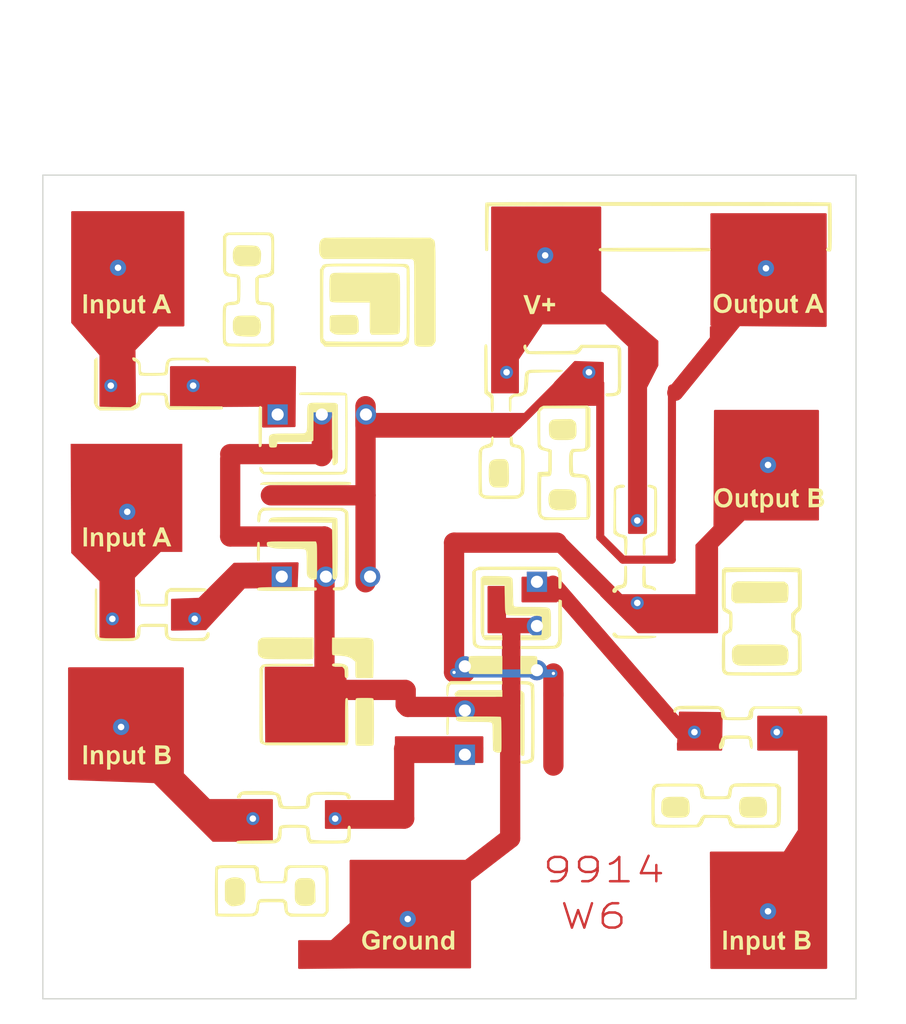
<source format=kicad_pcb>
(kicad_pcb (version 20171130) (host pcbnew "(5.0.1-3-g963ef8bb5)")

  (general
    (thickness 1.6)
    (drawings 7)
    (tracks 92)
    (zones 0)
    (modules 21)
    (nets 13)
  )

  (page USLetter)
  (layers
    (0 F.Cu signal)
    (31 B.Cu signal)
    (32 B.Adhes user hide)
    (33 F.Adhes user hide)
    (34 B.Paste user hide)
    (35 F.Paste user hide)
    (36 B.SilkS user hide)
    (37 F.SilkS user)
    (38 B.Mask user hide)
    (39 F.Mask user)
    (40 Dwgs.User user hide)
    (41 Cmts.User user hide)
    (42 Eco1.User user hide)
    (43 Eco2.User user hide)
    (44 Edge.Cuts user)
    (45 Margin user hide)
    (46 B.CrtYd user hide)
    (47 F.CrtYd user hide)
    (48 B.Fab user hide)
    (49 F.Fab user hide)
  )

  (setup
    (last_trace_width 0.25)
    (user_trace_width 1)
    (user_trace_width 2)
    (user_trace_width 2.5)
    (user_trace_width 5)
    (trace_clearance 0.2)
    (zone_clearance 0.25)
    (zone_45_only no)
    (trace_min 0.2)
    (segment_width 0.2)
    (edge_width 0.15)
    (via_size 0.8)
    (via_drill 0.4)
    (via_min_size 0.4)
    (via_min_drill 0.3)
    (uvia_size 0.3)
    (uvia_drill 0.1)
    (uvias_allowed no)
    (uvia_min_size 0.2)
    (uvia_min_drill 0.1)
    (pcb_text_width 0.3)
    (pcb_text_size 1.5 1.5)
    (mod_edge_width 0.15)
    (mod_text_size 1 1)
    (mod_text_width 0.15)
    (pad_size 2.5 4.5)
    (pad_drill 1.5)
    (pad_to_mask_clearance 0.051)
    (solder_mask_min_width 0.25)
    (aux_axis_origin 0 0)
    (visible_elements FFFFFF7F)
    (pcbplotparams
      (layerselection 0x010f0_ffffffff)
      (usegerberextensions true)
      (usegerberattributes false)
      (usegerberadvancedattributes false)
      (creategerberjobfile false)
      (excludeedgelayer true)
      (linewidth 0.100000)
      (plotframeref false)
      (viasonmask false)
      (mode 1)
      (useauxorigin false)
      (hpglpennumber 1)
      (hpglpenspeed 20)
      (hpglpendiameter 15.000000)
      (psnegative false)
      (psa4output false)
      (plotreference true)
      (plotvalue true)
      (plotinvisibletext false)
      (padsonsilk false)
      (subtractmaskfromsilk false)
      (outputformat 1)
      (mirror false)
      (drillshape 0)
      (scaleselection 1)
      (outputdirectory ""))
  )

  (net 0 "")
  (net 1 "Net-(Q1-Pad1)")
  (net 2 "Net-(Q2-Pad1)")
  (net 3 "Net-(Q3-Pad1)")
  (net 4 "Net-(Q4-Pad1)")
  (net 5 "Net-(R1-Pad1)")
  (net 6 "Net-(R2-Pad1)")
  (net 7 "Net-(R3-Pad1)")
  (net 8 "Net-(Q1-Pad2)")
  (net 9 "Net-(R4-Pad2)")
  (net 10 "Net-(R5-Pad2)")
  (net 11 "Net-(Q1-Pad3)")
  (net 12 "Net-(Q3-Pad3)")

  (net_class Default "This is the default net class."
    (clearance 0.2)
    (trace_width 0.25)
    (via_dia 0.8)
    (via_drill 0.4)
    (uvia_dia 0.3)
    (uvia_drill 0.1)
    (add_net "Net-(Q1-Pad1)")
    (add_net "Net-(Q1-Pad2)")
    (add_net "Net-(Q1-Pad3)")
    (add_net "Net-(Q2-Pad1)")
    (add_net "Net-(Q3-Pad1)")
    (add_net "Net-(Q3-Pad3)")
    (add_net "Net-(Q4-Pad1)")
    (add_net "Net-(R1-Pad1)")
    (add_net "Net-(R2-Pad1)")
    (add_net "Net-(R3-Pad1)")
    (add_net "Net-(R4-Pad2)")
    (add_net "Net-(R5-Pad2)")
  )

  (net_class wide ""
    (clearance 0.2)
    (trace_width 2.5)
    (via_dia 0.8)
    (via_drill 0.4)
    (uvia_dia 0.3)
    (uvia_drill 0.1)
  )

  (module nor:simple-transistor (layer F.Cu) (tedit 5CC7DBB9) (tstamp 5CDD0708)
    (at 124.217 83.5025)
    (descr "TO-264, Vertical, RM 5.45mm")
    (tags "TO-264 Vertical RM 5.45mm")
    (path /5CC1E50E)
    (fp_text reference Q1 (at 5.45 -3.02) (layer F.SilkS) hide
      (effects (font (size 1 1) (thickness 0.15)))
    )
    (fp_text value Q_NPN_BEC (at 5.45 6.47) (layer F.Fab) hide
      (effects (font (size 1 1) (thickness 0.15)))
    )
    (pad 3 thru_hole oval (at 10.9 0) (size 2.5 2.5) (drill 1.5) (layers *.Cu *.Mask)
      (net 11 "Net-(Q1-Pad3)"))
    (pad 2 thru_hole oval (at 5.45 0) (size 2.5 2.5) (drill 1.5) (layers *.Cu *.Mask)
      (net 8 "Net-(Q1-Pad2)"))
    (pad 1 thru_hole rect (at 0 0) (size 2.5 2.5) (drill 1.5) (layers *.Cu *.Mask)
      (net 1 "Net-(Q1-Pad1)"))
    (model ${KISYS3DMOD}/TO_SOT_Packages_THT.3dshapes/TO-264_Vertical.wrl
      (at (xyz 0 0 0))
      (scale (xyz 0.393701 0.393701 0.393701))
      (rotate (xyz 0 0 0))
    )
  )

  (module nor:simple-transistor (layer F.Cu) (tedit 5CC7DBB9) (tstamp 5CDD0728)
    (at 124.725 103.505)
    (descr "TO-264, Vertical, RM 5.45mm")
    (tags "TO-264 Vertical RM 5.45mm")
    (path /5CC1E552)
    (fp_text reference Q2 (at 5.45 -3.02) (layer F.SilkS) hide
      (effects (font (size 1 1) (thickness 0.15)))
    )
    (fp_text value Q_NPN_BEC (at 5.45 6.47) (layer F.Fab) hide
      (effects (font (size 1 1) (thickness 0.15)))
    )
    (pad 3 thru_hole oval (at 10.9 0) (size 2.5 2.5) (drill 1.5) (layers *.Cu *.Mask)
      (net 11 "Net-(Q1-Pad3)"))
    (pad 2 thru_hole oval (at 5.45 0) (size 2.5 2.5) (drill 1.5) (layers *.Cu *.Mask)
      (net 8 "Net-(Q1-Pad2)"))
    (pad 1 thru_hole rect (at 0 0) (size 2.5 2.5) (drill 1.5) (layers *.Cu *.Mask)
      (net 2 "Net-(Q2-Pad1)"))
    (model ${KISYS3DMOD}/TO_SOT_Packages_THT.3dshapes/TO-264_Vertical.wrl
      (at (xyz 0 0 0))
      (scale (xyz 0.393701 0.393701 0.393701))
      (rotate (xyz 0 0 0))
    )
  )

  (module nor:simple-transistor (layer F.Cu) (tedit 5CC7DBB9) (tstamp 5CDD0748)
    (at 147.32 125.465 90)
    (descr "TO-264, Vertical, RM 5.45mm")
    (tags "TO-264 Vertical RM 5.45mm")
    (path /5CC1E4A1)
    (fp_text reference Q3 (at 5.45 -3.02 90) (layer F.SilkS) hide
      (effects (font (size 1 1) (thickness 0.15)))
    )
    (fp_text value Q_NPN_BEC (at 5.45 6.47 90) (layer F.Fab) hide
      (effects (font (size 1 1) (thickness 0.15)))
    )
    (pad 3 thru_hole oval (at 10.9 0 90) (size 2.5 2.5) (drill 1.5) (layers *.Cu *.Mask)
      (net 12 "Net-(Q3-Pad3)"))
    (pad 2 thru_hole oval (at 5.45 0 90) (size 2.5 2.5) (drill 1.5) (layers *.Cu *.Mask)
      (net 8 "Net-(Q1-Pad2)"))
    (pad 1 thru_hole rect (at 0 0 90) (size 2.5 2.5) (drill 1.5) (layers *.Cu *.Mask)
      (net 3 "Net-(Q3-Pad1)"))
    (model ${KISYS3DMOD}/TO_SOT_Packages_THT.3dshapes/TO-264_Vertical.wrl
      (at (xyz 0 0 0))
      (scale (xyz 0.393701 0.393701 0.393701))
      (rotate (xyz 0 0 0))
    )
  )

  (module nor:simple-transistor (layer F.Cu) (tedit 5CC7DBB9) (tstamp 5CDD0768)
    (at 156.21 104.14 270)
    (descr "TO-264, Vertical, RM 5.45mm")
    (tags "TO-264 Vertical RM 5.45mm")
    (path /5CC1E6BA)
    (fp_text reference Q4 (at 5.45 -3.02 270) (layer F.SilkS) hide
      (effects (font (size 1 1) (thickness 0.15)))
    )
    (fp_text value Q_NPN_BEC (at 5.45 6.47 270) (layer F.Fab) hide
      (effects (font (size 1 1) (thickness 0.15)))
    )
    (pad 3 thru_hole oval (at 10.9 0 270) (size 2.5 2.5) (drill 1.5) (layers *.Cu *.Mask)
      (net 12 "Net-(Q3-Pad3)"))
    (pad 2 thru_hole oval (at 5.45 0 270) (size 2.5 2.5) (drill 1.5) (layers *.Cu *.Mask)
      (net 8 "Net-(Q1-Pad2)"))
    (pad 1 thru_hole rect (at 0 0 270) (size 2.5 2.5) (drill 1.5) (layers *.Cu *.Mask)
      (net 4 "Net-(Q4-Pad1)"))
    (model ${KISYS3DMOD}/TO_SOT_Packages_THT.3dshapes/TO-264_Vertical.wrl
      (at (xyz 0 0 0))
      (scale (xyz 0.393701 0.393701 0.393701))
      (rotate (xyz 0 0 0))
    )
  )

  (module Wire_Pads:SolderWirePad_single_0-8mmDrill (layer F.Cu) (tedit 0) (tstamp 5CC0F670)
    (at 104.521 65.405)
    (path /5CC2352E)
    (fp_text reference TP1 (at 0 -2.54) (layer Eco1.User)
      (effects (font (size 1 1) (thickness 0.15)))
    )
    (fp_text value TestPoint (at 0 2.54) (layer F.Fab)
      (effects (font (size 1 1) (thickness 0.15)))
    )
    (pad 1 thru_hole circle (at 0 0) (size 1.99898 1.99898) (drill 0.8001) (layers *.Cu *.Mask)
      (net 5 "Net-(R1-Pad1)"))
  )

  (module Wire_Pads:SolderWirePad_single_0-8mmDrill (layer F.Cu) (tedit 0) (tstamp 5CC0F675)
    (at 105.664 95.504)
    (path /5CC237CC)
    (fp_text reference TP2 (at 0 -2.54) (layer Eco1.User)
      (effects (font (size 1 1) (thickness 0.15)))
    )
    (fp_text value TestPoint (at 0 2.54) (layer F.Fab)
      (effects (font (size 1 1) (thickness 0.15)))
    )
    (pad 1 thru_hole circle (at 0 0) (size 1.99898 1.99898) (drill 0.8001) (layers *.Cu *.Mask)
      (net 6 "Net-(R2-Pad1)"))
  )

  (module Wire_Pads:SolderWirePad_single_0-8mmDrill (layer F.Cu) (tedit 0) (tstamp 5CC0F67A)
    (at 104.902 122.047)
    (path /5CC23976)
    (fp_text reference TP3 (at 0 -2.54) (layer Eco1.User)
      (effects (font (size 1 1) (thickness 0.15)))
    )
    (fp_text value TestPoint (at 0 2.54) (layer F.Fab)
      (effects (font (size 1 1) (thickness 0.15)))
    )
    (pad 1 thru_hole circle (at 0 0) (size 1.99898 1.99898) (drill 0.8001) (layers *.Cu *.Mask)
      (net 7 "Net-(R3-Pad1)"))
  )

  (module Wire_Pads:SolderWirePad_single_0-8mmDrill (layer F.Cu) (tedit 0) (tstamp 5CC0F67F)
    (at 140.2715 145.7325)
    (path /5CC23A5F)
    (fp_text reference TP4 (at 0 -2.54) (layer Eco1.User)
      (effects (font (size 1 1) (thickness 0.15)))
    )
    (fp_text value TestPoint (at 0 2.54) (layer F.Fab)
      (effects (font (size 1 1) (thickness 0.15)))
    )
    (pad 1 thru_hole circle (at 0 0) (size 1.99898 1.99898) (drill 0.8001) (layers *.Cu *.Mask)
      (net 8 "Net-(Q1-Pad2)"))
  )

  (module Wire_Pads:SolderWirePad_single_0-8mmDrill (layer F.Cu) (tedit 0) (tstamp 5CC0F684)
    (at 157.226 63.881)
    (path /5CC2459E)
    (fp_text reference TP5 (at 0 -2.54) (layer Eco1.User)
      (effects (font (size 1 1) (thickness 0.15)))
    )
    (fp_text value TestPoint (at 0 2.54) (layer F.Fab)
      (effects (font (size 1 1) (thickness 0.15)))
    )
    (pad 1 thru_hole circle (at 0 0) (size 1.99898 1.99898) (drill 0.8001) (layers *.Cu *.Mask)
      (net 9 "Net-(R4-Pad2)"))
  )

  (module Wire_Pads:SolderWirePad_single_0-8mmDrill (layer F.Cu) (tedit 0) (tstamp 5CC0F689)
    (at 184.7215 144.78)
    (path /5CC23B5A)
    (fp_text reference TP6 (at 0 -2.54) (layer Eco1.User)
      (effects (font (size 1 1) (thickness 0.15)))
    )
    (fp_text value TestPoint (at 0 2.54) (layer F.Fab)
      (effects (font (size 1 1) (thickness 0.15)))
    )
    (pad 1 thru_hole circle (at 0 0) (size 1.99898 1.99898) (drill 0.8001) (layers *.Cu *.Mask)
      (net 10 "Net-(R5-Pad2)"))
  )

  (module Wire_Pads:SolderWirePad_single_0-8mmDrill (layer F.Cu) (tedit 0) (tstamp 5CC0F68E)
    (at 184.7215 89.7255)
    (path /5CC2431A)
    (fp_text reference TP7 (at 0 -2.54) (layer Eco1.User)
      (effects (font (size 1 1) (thickness 0.15)))
    )
    (fp_text value TestPoint (at 0 2.54) (layer F.Fab)
      (effects (font (size 1 1) (thickness 0.15)))
    )
    (pad 1 thru_hole circle (at 0 0) (size 1.99898 1.99898) (drill 0.8001) (layers *.Cu *.Mask)
      (net 12 "Net-(Q3-Pad3)"))
  )

  (module Wire_Pads:SolderWirePad_single_0-8mmDrill (layer F.Cu) (tedit 0) (tstamp 5CC0F693)
    (at 184.4675 65.4685)
    (path /5CC23DFC)
    (fp_text reference TP8 (at 0 -2.54) (layer Eco1.User)
      (effects (font (size 1 1) (thickness 0.15)))
    )
    (fp_text value TestPoint (at 0 2.54) (layer F.Fab)
      (effects (font (size 1 1) (thickness 0.15)))
    )
    (pad 1 thru_hole circle (at 0 0) (size 1.99898 1.99898) (drill 0.8001) (layers *.Cu *.Mask)
      (net 11 "Net-(Q1-Pad3)"))
  )

  (module nor:die (layer F.Cu) (tedit 0) (tstamp 5CC846A2)
    (at 145.4785 103.4415)
    (fp_text reference G*** (at 0 0) (layer Eco1.User) hide
      (effects (font (size 1.524 1.524) (thickness 0.3)))
    )
    (fp_text value LOGO (at 0.75 0) (layer Eco1.User) hide
      (effects (font (size 1.524 1.524) (thickness 0.3)))
    )
    (fp_poly (pts (xy -2.455334 -36.813067) (xy -2.449254 -36.752779) (xy -2.455334 -36.745334) (xy -2.485534 -36.752307)
      (xy -2.4892 -36.7792) (xy -2.470614 -36.821015) (xy -2.455334 -36.813067)) (layer Eco1.User) (width 0.01))
    (fp_poly (pts (xy -24.0284 -40.7162) (xy -24.0538 -40.6908) (xy -24.0792 -40.7162) (xy -24.0538 -40.7416)
      (xy -24.0284 -40.7162)) (layer Eco1.User) (width 0.01))
    (fp_poly (pts (xy -26.162 -40.7162) (xy -26.1874 -40.6908) (xy -26.2128 -40.7162) (xy -26.1874 -40.7416)
      (xy -26.162 -40.7162)) (layer Eco1.User) (width 0.01))
    (fp_poly (pts (xy -23.4188 -40.005) (xy -23.4442 -39.9796) (xy -23.4696 -40.005) (xy -23.4442 -40.0304)
      (xy -23.4188 -40.005)) (layer Eco1.User) (width 0.01))
    (fp_poly (pts (xy -26.216331 -39.998421) (xy -26.246588 -39.905897) (xy -26.2636 -39.878) (xy -26.300656 -39.838105)
      (xy -26.313058 -39.88856) (xy -26.313623 -39.9161) (xy -26.295107 -40.005291) (xy -26.2636 -40.0304)
      (xy -26.216331 -39.998421)) (layer Eco1.User) (width 0.01))
    (fp_poly (pts (xy -25.864894 -39.380845) (xy -25.8572 -39.3192) (xy -25.890041 -39.235788) (xy -25.96741 -39.224527)
      (xy -26.055477 -39.287868) (xy -26.083521 -39.353085) (xy -26.032142 -39.389468) (xy -25.916304 -39.418157)
      (xy -25.864894 -39.380845)) (layer Eco1.User) (width 0.01))
    (fp_poly (pts (xy -25.686176 -38.894518) (xy -25.658903 -38.842897) (xy -25.718038 -38.770495) (xy -25.818818 -38.746331)
      (xy -25.870438 -38.766799) (xy -25.950456 -38.835581) (xy -25.9344 -38.888266) (xy -25.827726 -38.912407)
      (xy -25.8064 -38.9128) (xy -25.686176 -38.894518)) (layer Eco1.User) (width 0.01))
    (fp_poly (pts (xy -23.834623 -40.369303) (xy -23.883503 -40.31926) (xy -23.8887 -40.315285) (xy -23.956981 -40.219811)
      (xy -23.978384 -40.101844) (xy -23.947335 -40.017068) (xy -23.888407 -40.020218) (xy -23.778982 -40.065365)
      (xy -23.74259 -40.084801) (xy -23.626472 -40.147146) (xy -23.553726 -40.180855) (xy -23.54585 -40.1828)
      (xy -23.536078 -40.148829) (xy -23.569527 -40.071416) (xy -23.627032 -39.987311) (xy -23.669652 -39.945383)
      (xy -23.708406 -39.906923) (xy -23.709248 -39.861743) (xy -23.662034 -39.792685) (xy -23.55662 -39.682592)
      (xy -23.4569 -39.585539) (xy -23.384219 -39.460123) (xy -23.371381 -39.310553) (xy -23.417219 -39.178929)
      (xy -23.4696 -39.12779) (xy -23.548259 -39.031972) (xy -23.567573 -38.908109) (xy -23.525229 -38.800071)
      (xy -23.488477 -38.769955) (xy -23.436959 -38.7225) (xy -23.468757 -38.684722) (xy -23.546277 -38.684315)
      (xy -23.57053 -38.708516) (xy -23.617249 -38.7423) (xy -23.644049 -38.715024) (xy -23.645739 -38.664371)
      (xy -23.626593 -38.6588) (xy -23.58878 -38.632542) (xy -23.615029 -38.571213) (xy -23.688334 -38.500981)
      (xy -23.754185 -38.462481) (xy -23.856753 -38.417599) (xy -23.905305 -38.40953) (xy -23.938486 -38.433419)
      (xy -23.943734 -38.438667) (xy -23.976298 -38.525156) (xy -23.938443 -38.657334) (xy -23.827116 -38.844539)
      (xy -23.797077 -38.887563) (xy -23.616553 -39.1414) (xy -23.754169 -39.251202) (xy -23.862148 -39.32165)
      (xy -23.943944 -39.324129) (xy -23.988667 -39.302002) (xy -24.049636 -39.244115) (xy -24.066562 -39.151575)
      (xy -24.054537 -39.031605) (xy -24.048051 -38.896486) (xy -24.066679 -38.804318) (xy -24.101379 -38.773835)
      (xy -24.143112 -38.823775) (xy -24.148483 -38.836892) (xy -24.215795 -38.893729) (xy -24.31186 -38.9128)
      (xy -24.399552 -38.921274) (xy -24.428286 -38.966586) (xy -24.414992 -39.078573) (xy -24.412752 -39.0906)
      (xy -24.399083 -39.212126) (xy -24.424524 -39.262254) (xy -24.459493 -39.2684) (xy -24.546332 -39.227265)
      (xy -24.56883 -39.1922) (xy -24.622887 -39.121943) (xy -24.673452 -39.140205) (xy -24.6888 -39.209446)
      (xy -24.646762 -39.297595) (xy -24.560375 -39.361407) (xy -24.454204 -39.431235) (xy -24.40254 -39.496561)
      (xy -24.338674 -39.56435) (xy -24.302365 -39.5732) (xy -24.246958 -39.617097) (xy -24.2316 -39.697202)
      (xy -24.21287 -39.804766) (xy -24.1808 -39.8526) (xy -24.145793 -39.920479) (xy -24.130066 -40.042358)
      (xy -24.13 -40.050925) (xy -24.095362 -40.207898) (xy -24.007298 -40.329096) (xy -23.889589 -40.383787)
      (xy -23.872 -40.384385) (xy -23.834623 -40.369303)) (layer Eco1.User) (width 0.01))
    (fp_poly (pts (xy -25.56512 -38.527663) (xy -25.564042 -38.496875) (xy -25.614606 -38.429791) (xy -25.675478 -38.421261)
      (xy -25.7048 -38.476767) (xy -25.663899 -38.546746) (xy -25.624367 -38.5572) (xy -25.56512 -38.527663)) (layer Eco1.User) (width 0.01))
    (fp_poly (pts (xy -26.049403 -31.708523) (xy -26.028483 -31.621025) (xy -26.05172 -31.564396) (xy -26.095696 -31.500445)
      (xy -26.124671 -31.525334) (xy -26.137686 -31.557068) (xy -26.150309 -31.654953) (xy -26.119761 -31.719668)
      (xy -26.063917 -31.720546) (xy -26.049403 -31.708523)) (layer Eco1.User) (width 0.01))
    (fp_poly (pts (xy -24.7904 -31.0642) (xy -24.8158 -31.0388) (xy -24.8412 -31.0642) (xy -24.8158 -31.0896)
      (xy -24.7904 -31.0642)) (layer Eco1.User) (width 0.01))
    (fp_poly (pts (xy -23.916321 -31.240529) (xy -23.875065 -31.187796) (xy -23.80865 -31.107344) (xy -23.753073 -31.01183)
      (xy -23.774363 -30.969601) (xy -23.856756 -30.992198) (xy -23.91419 -31.030074) (xy -23.990107 -31.115334)
      (xy -23.979032 -31.189729) (xy -23.932157 -31.24167) (xy -23.916321 -31.240529)) (layer Eco1.User) (width 0.01))
    (fp_poly (pts (xy -24.299334 -30.971067) (xy -24.293254 -30.910779) (xy -24.299334 -30.903334) (xy -24.329534 -30.910307)
      (xy -24.3332 -30.9372) (xy -24.314614 -30.979015) (xy -24.299334 -30.971067)) (layer Eco1.User) (width 0.01))
    (fp_poly (pts (xy -23.4188 -30.7086) (xy -23.4442 -30.6832) (xy -23.4696 -30.7086) (xy -23.4442 -30.734)
      (xy -23.4188 -30.7086)) (layer Eco1.User) (width 0.01))
    (fp_poly (pts (xy -26.3144 -30.7086) (xy -26.265538 -30.643655) (xy -26.2636 -30.629402) (xy -26.302348 -30.582969)
      (xy -26.3144 -30.5816) (xy -26.358983 -30.62295) (xy -26.3652 -30.660799) (xy -26.340573 -30.713379)
      (xy -26.3144 -30.7086)) (layer Eco1.User) (width 0.01))
    (fp_poly (pts (xy -25.207582 -30.640194) (xy -25.180073 -30.573919) (xy -25.174706 -30.442134) (xy -25.229871 -30.381132)
      (xy -25.324122 -30.401673) (xy -25.397187 -30.464973) (xy -25.46376 -30.513474) (xy -25.490321 -30.48844)
      (xy -25.539609 -30.44169) (xy -25.611198 -30.43011) (xy -25.652742 -30.460494) (xy -25.653223 -30.4673)
      (xy -25.603177 -30.56926) (xy -25.457668 -30.637391) (xy -25.393522 -30.651608) (xy -25.268592 -30.666238)
      (xy -25.207582 -30.640194)) (layer Eco1.User) (width 0.01))
    (fp_poly (pts (xy -23.426977 -30.403137) (xy -23.426649 -30.350361) (xy -23.47537 -30.261268) (xy -23.512552 -30.23706)
      (xy -23.563024 -30.252064) (xy -23.563352 -30.30484) (xy -23.514631 -30.393933) (xy -23.477449 -30.418141)
      (xy -23.426977 -30.403137)) (layer Eco1.User) (width 0.01))
    (fp_poly (pts (xy -24.6634 -30.3784) (xy -24.597904 -30.299163) (xy -24.596049 -30.239726) (xy -24.632565 -30.226)
      (xy -24.687529 -30.2666) (xy -24.708765 -30.306355) (xy -24.737155 -30.401417) (xy -24.71298 -30.414036)
      (xy -24.6634 -30.3784)) (layer Eco1.User) (width 0.01))
    (fp_poly (pts (xy -25.993255 -30.093243) (xy -25.876502 -29.986896) (xy -25.865233 -29.972) (xy -25.794811 -29.87232)
      (xy -25.783885 -29.829628) (xy -25.830815 -29.819768) (xy -25.854878 -29.8196) (xy -25.954424 -29.852391)
      (xy -26.080557 -29.934507) (xy -26.123099 -29.970511) (xy -26.289 -30.121422) (xy -26.133454 -30.122911)
      (xy -25.993255 -30.093243)) (layer Eco1.User) (width 0.01))
    (fp_poly (pts (xy -25.001061 -29.980674) (xy -24.9428 -29.934813) (xy -24.863263 -29.854313) (xy -24.858662 -29.804568)
      (xy -24.937061 -29.779566) (xy -25.106523 -29.773297) (xy -25.1587 -29.773864) (xy -25.310668 -29.780799)
      (xy -25.381846 -29.794274) (xy -25.363032 -29.811964) (xy -25.234448 -29.871976) (xy -25.147132 -29.933403)
      (xy -25.064921 -29.992287) (xy -25.001061 -29.980674)) (layer Eco1.User) (width 0.01))
    (fp_poly (pts (xy 17.627017 -32.625097) (xy 17.6276 -32.6136) (xy 17.588547 -32.564753) (xy 17.573801 -32.5628)
      (xy 17.543462 -32.593922) (xy 17.5514 -32.6136) (xy 17.597049 -32.662063) (xy 17.605198 -32.6644)
      (xy 17.627017 -32.625097)) (layer Eco1.User) (width 0.01))
    (fp_poly (pts (xy 24.519466 -29.243867) (xy 24.512493 -29.213667) (xy 24.4856 -29.21) (xy 24.443785 -29.228587)
      (xy 24.451733 -29.243867) (xy 24.512021 -29.249947) (xy 24.519466 -29.243867)) (layer Eco1.User) (width 0.01))
    (fp_poly (pts (xy 6.691841 -29.850292) (xy 6.676691 -29.827203) (xy 6.625166 -29.823611) (xy 6.570961 -29.836017)
      (xy 6.594475 -29.854303) (xy 6.673869 -29.860359) (xy 6.691841 -29.850292)) (layer Eco1.User) (width 0.01))
    (fp_poly (pts (xy 7.366 -26.8478) (xy 7.3406 -26.8224) (xy 7.3152 -26.8478) (xy 7.3406 -26.8732)
      (xy 7.366 -26.8478)) (layer Eco1.User) (width 0.01))
    (fp_poly (pts (xy 7.197662 -26.891186) (xy 7.1882 -26.8732) (xy 7.140335 -26.824686) (xy 7.131403 -26.8224)
      (xy 7.127937 -26.855215) (xy 7.1374 -26.8732) (xy 7.185264 -26.921715) (xy 7.194196 -26.924)
      (xy 7.197662 -26.891186)) (layer Eco1.User) (width 0.01))
    (fp_poly (pts (xy 6.071556 -26.668433) (xy 6.071971 -26.667782) (xy 6.055248 -26.629502) (xy 5.997398 -26.6192)
      (xy 5.913095 -26.627382) (xy 5.8928 -26.639165) (xy 5.932876 -26.677613) (xy 6.012676 -26.690597)
      (xy 6.071556 -26.668433)) (layer Eco1.User) (width 0.01))
    (fp_poly (pts (xy 7.044266 -26.551467) (xy 7.037293 -26.521267) (xy 7.0104 -26.5176) (xy 6.968585 -26.536187)
      (xy 6.976533 -26.551467) (xy 7.036821 -26.557547) (xy 7.044266 -26.551467)) (layer Eco1.User) (width 0.01))
    (fp_poly (pts (xy 6.380364 -26.446074) (xy 6.4008 -26.416) (xy 6.359871 -26.370437) (xy 6.327598 -26.3652)
      (xy 6.241108 -26.396161) (xy 6.223 -26.416) (xy 6.238554 -26.455985) (xy 6.296201 -26.4668)
      (xy 6.380364 -26.446074)) (layer Eco1.User) (width 0.01))
    (fp_poly (pts (xy 7.908702 -26.273125) (xy 7.914758 -26.193731) (xy 7.904691 -26.175759) (xy 7.881602 -26.190909)
      (xy 7.87801 -26.242434) (xy 7.890416 -26.296639) (xy 7.908702 -26.273125)) (layer Eco1.User) (width 0.01))
    (fp_poly (pts (xy 6.675313 -26.281422) (xy 6.729871 -26.192607) (xy 6.723165 -26.122083) (xy 6.665787 -26.02738)
      (xy 6.583875 -26.022349) (xy 6.504187 -26.107861) (xy 6.455379 -26.237028) (xy 6.483146 -26.302813)
      (xy 6.5405 -26.313623) (xy 6.675313 -26.281422)) (layer Eco1.User) (width 0.01))
    (fp_poly (pts (xy 6.21897 -26.280863) (xy 6.264929 -26.241972) (xy 6.355533 -26.138613) (xy 6.399902 -26.049946)
      (xy 6.4008 -26.040424) (xy 6.377251 -25.952318) (xy 6.312731 -25.951012) (xy 6.216431 -26.034953)
      (xy 6.182054 -26.077397) (xy 6.101413 -26.210583) (xy 6.085426 -26.298302) (xy 6.126981 -26.326435)
      (xy 6.21897 -26.280863)) (layer Eco1.User) (width 0.01))
    (fp_poly (pts (xy 7.2644 -25.1206) (xy 7.239 -25.0952) (xy 7.2136 -25.1206) (xy 7.239 -25.146)
      (xy 7.2644 -25.1206)) (layer Eco1.User) (width 0.01))
    (fp_poly (pts (xy -34.8488 -31.369) (xy -34.8742 -31.3436) (xy -34.8996 -31.369) (xy -34.8742 -31.3944)
      (xy -34.8488 -31.369)) (layer Eco1.User) (width 0.01))
    (fp_poly (pts (xy -40.132 -30.099) (xy -40.1574 -30.0736) (xy -40.1828 -30.099) (xy -40.1574 -30.1244)
      (xy -40.132 -30.099)) (layer Eco1.User) (width 0.01))
    (fp_poly (pts (xy -40.762222 -30.099773) (xy -40.767 -30.0736) (xy -40.831946 -30.024738) (xy -40.846199 -30.0228)
      (xy -40.892632 -30.061548) (xy -40.894 -30.0736) (xy -40.852651 -30.118183) (xy -40.814802 -30.1244)
      (xy -40.762222 -30.099773)) (layer Eco1.User) (width 0.01))
    (fp_poly (pts (xy -40.148934 -26.856267) (xy -40.155907 -26.826067) (xy -40.1828 -26.8224) (xy -40.224615 -26.840987)
      (xy -40.216667 -26.856267) (xy -40.156379 -26.862347) (xy -40.148934 -26.856267)) (layer Eco1.User) (width 0.01))
    (fp_poly (pts (xy -40.813022 -25.832573) (xy -40.8178 -25.8064) (xy -40.882746 -25.757538) (xy -40.896999 -25.7556)
      (xy -40.943432 -25.794348) (xy -40.9448 -25.8064) (xy -40.903451 -25.850983) (xy -40.865602 -25.8572)
      (xy -40.813022 -25.832573)) (layer Eco1.User) (width 0.01))
    (fp_poly (pts (xy -41.520534 -25.637067) (xy -41.527507 -25.606867) (xy -41.5544 -25.6032) (xy -41.596215 -25.621787)
      (xy -41.588267 -25.637067) (xy -41.527979 -25.643147) (xy -41.520534 -25.637067)) (layer Eco1.User) (width 0.01))
    (fp_poly (pts (xy -40.402934 -25.179867) (xy -40.409907 -25.149667) (xy -40.4368 -25.146) (xy -40.478615 -25.164587)
      (xy -40.470667 -25.179867) (xy -40.410379 -25.185947) (xy -40.402934 -25.179867)) (layer Eco1.User) (width 0.01))
    (fp_poly (pts (xy -41.351783 -24.852697) (xy -41.3512 -24.8412) (xy -41.390253 -24.792353) (xy -41.404999 -24.7904)
      (xy -41.435338 -24.821522) (xy -41.4274 -24.8412) (xy -41.381751 -24.889663) (xy -41.373602 -24.892)
      (xy -41.351783 -24.852697)) (layer Eco1.User) (width 0.01))
    (fp_poly (pts (xy -40.104624 -24.820518) (xy -40.006499 -24.796101) (xy -39.925597 -24.75532) (xy -39.884856 -24.715186)
      (xy -39.907216 -24.69271) (xy -39.93134 -24.692021) (xy -40.03569 -24.712912) (xy -40.1193 -24.741184)
      (xy -40.216873 -24.791381) (xy -40.216213 -24.820113) (xy -40.118337 -24.821887) (xy -40.104624 -24.820518)) (layer Eco1.User) (width 0.01))
    (fp_poly (pts (xy -40.558378 -24.764993) (xy -40.5638 -24.7396) (xy -40.637084 -24.693368) (xy -40.671397 -24.6888)
      (xy -40.721623 -24.714208) (xy -40.7162 -24.7396) (xy -40.642917 -24.785833) (xy -40.608604 -24.7904)
      (xy -40.558378 -24.764993)) (layer Eco1.User) (width 0.01))
    (fp_poly (pts (xy -42.064468 -24.601124) (xy -42.0624 -24.5872) (xy -42.079733 -24.537721) (xy -42.084802 -24.5364)
      (xy -42.128174 -24.571998) (xy -42.1386 -24.5872) (xy -42.134573 -24.634012) (xy -42.116199 -24.638)
      (xy -42.064468 -24.601124)) (layer Eco1.User) (width 0.01))
    (fp_poly (pts (xy -41.131448 -24.581117) (xy -41.11147 -24.518983) (xy -41.111963 -24.517442) (xy -41.174957 -24.456226)
      (xy -41.268416 -24.448572) (xy -41.327572 -24.488467) (xy -41.325162 -24.562281) (xy -41.298815 -24.58818)
      (xy -41.208088 -24.609555) (xy -41.131448 -24.581117)) (layer Eco1.User) (width 0.01))
    (fp_poly (pts (xy -41.66365 -24.549503) (xy -41.660091 -24.472928) (xy -41.695416 -24.434805) (xy -41.69599 -24.4348)
      (xy -41.731656 -24.477626) (xy -41.743716 -24.537498) (xy -41.731252 -24.607195) (xy -41.703726 -24.6107)
      (xy -41.66365 -24.549503)) (layer Eco1.User) (width 0.01))
    (fp_poly (pts (xy -42.1132 -24.003) (xy -42.1386 -23.9776) (xy -42.164 -24.003) (xy -42.1386 -24.0284)
      (xy -42.1132 -24.003)) (layer Eco1.User) (width 0.01))
    (fp_poly (pts (xy -40.285769 -22.872053) (xy -40.2844 -22.86) (xy -40.32575 -22.815418) (xy -40.363599 -22.8092)
      (xy -40.416179 -22.833828) (xy -40.4114 -22.86) (xy -40.346455 -22.908863) (xy -40.332202 -22.9108)
      (xy -40.285769 -22.872053)) (layer Eco1.User) (width 0.01))
    (fp_poly (pts (xy -39.945734 -22.792267) (xy -39.952707 -22.762067) (xy -39.9796 -22.7584) (xy -40.021415 -22.776987)
      (xy -40.013467 -22.792267) (xy -39.953179 -22.798347) (xy -39.945734 -22.792267)) (layer Eco1.User) (width 0.01))
    (fp_poly (pts (xy -40.903906 -23.703004) (xy -40.791064 -23.632363) (xy -40.64861 -23.526679) (xy -40.544056 -23.430122)
      (xy -40.505445 -23.37483) (xy -40.459333 -23.257842) (xy -40.431371 -23.200834) (xy -40.405434 -23.089667)
      (xy -40.468256 -23.026004) (xy -40.5638 -23.0124) (xy -40.694079 -22.974587) (xy -40.752533 -22.8715)
      (xy -40.750936 -22.802974) (xy -40.783191 -22.724731) (xy -40.853804 -22.689367) (xy -40.951664 -22.665353)
      (xy -41.019147 -22.667716) (xy -41.099547 -22.705617) (xy -41.190739 -22.760665) (xy -41.303756 -22.851098)
      (xy -41.334973 -22.929092) (xy -41.332976 -22.93582) (xy -41.349905 -23.009094) (xy -41.430064 -23.074532)
      (xy -41.535607 -23.113992) (xy -41.628687 -23.109331) (xy -41.654775 -23.090077) (xy -41.670886 -23.026605)
      (xy -41.601997 -22.955916) (xy -41.580689 -22.941454) (xy -41.476774 -22.85318) (xy -41.463863 -22.789746)
      (xy -41.542208 -22.759696) (xy -41.575285 -22.7584) (xy -41.676876 -22.794887) (xy -41.796668 -22.883811)
      (xy -41.901466 -22.994369) (xy -41.95807 -23.095758) (xy -41.9608 -23.116111) (xy -41.917503 -23.177417)
      (xy -41.814941 -23.234108) (xy -41.694105 -23.265117) (xy -41.668396 -23.2664) (xy -41.583117 -23.310659)
      (xy -41.492514 -23.447548) (xy -41.460215 -23.514876) (xy -41.368229 -23.6728) (xy -41.2242 -23.6728)
      (xy -41.212684 -23.629311) (xy -41.176399 -23.622) (xy -41.106893 -23.648523) (xy -41.0972 -23.6728)
      (xy -41.133661 -23.722146) (xy -41.145002 -23.7236) (xy -41.213803 -23.686674) (xy -41.2242 -23.6728)
      (xy -41.368229 -23.6728) (xy -41.356662 -23.692657) (xy -41.238477 -23.781683) (xy -41.092084 -23.784338)
      (xy -40.903906 -23.703004)) (layer Eco1.User) (width 0.01))
    (fp_poly (pts (xy -39.8272 -22.5806) (xy -39.8526 -22.5552) (xy -39.878 -22.5806) (xy -39.8526 -22.606)
      (xy -39.8272 -22.5806)) (layer Eco1.User) (width 0.01))
    (fp_poly (pts (xy -41.421052 -22.635527) (xy -41.402 -22.606) (xy -41.444548 -22.564726) (xy -41.5036 -22.5552)
      (xy -41.586149 -22.576474) (xy -41.6052 -22.606) (xy -41.562653 -22.647275) (xy -41.5036 -22.6568)
      (xy -41.421052 -22.635527)) (layer Eco1.User) (width 0.01))
    (fp_poly (pts (xy -41.911369 -22.618053) (xy -41.91 -22.606) (xy -41.95135 -22.561418) (xy -41.989199 -22.5552)
      (xy -42.041779 -22.579828) (xy -42.037 -22.606) (xy -41.972055 -22.654863) (xy -41.957802 -22.6568)
      (xy -41.911369 -22.618053)) (layer Eco1.User) (width 0.01))
    (fp_poly (pts (xy -41.740726 -22.483489) (xy -41.630915 -22.469169) (xy -41.61948 -22.467445) (xy -41.504783 -22.435492)
      (xy -41.466409 -22.374145) (xy -41.46708 -22.333931) (xy -41.445229 -22.241966) (xy -41.3639 -22.208932)
      (xy -41.266764 -22.176552) (xy -41.259332 -22.134492) (xy -41.334285 -22.103213) (xy -41.403595 -22.098)
      (xy -41.528185 -22.121832) (xy -41.58683 -22.1742) (xy -41.654656 -22.232809) (xy -41.741059 -22.2504)
      (xy -41.829889 -22.264458) (xy -41.841346 -22.325725) (xy -41.830913 -22.3647) (xy -41.801378 -22.45559)
      (xy -41.78939 -22.485679) (xy -41.740726 -22.483489)) (layer Eco1.User) (width 0.01))
    (fp_poly (pts (xy -41.8084 -22.1234) (xy -41.8338 -22.098) (xy -41.8592 -22.1234) (xy -41.8338 -22.1488)
      (xy -41.8084 -22.1234)) (layer Eco1.User) (width 0.01))
    (fp_poly (pts (xy -40.498971 -22.663873) (xy -40.389203 -22.550182) (xy -40.29698 -22.392766) (xy -40.294571 -22.387236)
      (xy -40.237085 -22.297604) (xy -40.182211 -22.276298) (xy -40.180118 -22.277459) (xy -40.157526 -22.334814)
      (xy -40.186017 -22.381276) (xy -40.219626 -22.473526) (xy -40.199092 -22.56404) (xy -40.135339 -22.605979)
      (xy -40.133595 -22.606) (xy -40.089559 -22.563955) (xy -40.0812 -22.514561) (xy -40.051051 -22.40407)
      (xy -40.023655 -22.365575) (xy -39.981201 -22.275485) (xy -40.024802 -22.198743) (xy -40.139039 -22.153777)
      (xy -40.205012 -22.1488) (xy -40.323466 -22.138792) (xy -40.359974 -22.102532) (xy -40.353571 -22.0726)
      (xy -40.355806 -22.007359) (xy -40.380565 -21.9964) (xy -40.429811 -22.037696) (xy -40.4368 -22.076024)
      (xy -40.466349 -22.131679) (xy -40.53618 -22.124105) (xy -40.675389 -22.106541) (xy -40.821195 -22.126501)
      (xy -40.939134 -22.174497) (xy -40.994746 -22.241038) (xy -40.9956 -22.250619) (xy -41.032575 -22.342618)
      (xy -41.070944 -22.370042) (xy -41.120112 -22.426254) (xy -41.10412 -22.498933) (xy -41.03997 -22.544781)
      (xy -41.002047 -22.545504) (xy -40.9029 -22.562902) (xy -40.793797 -22.61957) (xy -40.682107 -22.683235)
      (xy -40.601173 -22.7076) (xy -40.498971 -22.663873)) (layer Eco1.User) (width 0.01))
    (fp_poly (pts (xy -19.558 -24.003) (xy -19.509138 -23.938055) (xy -19.5072 -23.923802) (xy -19.545948 -23.877369)
      (xy -19.558 -23.876) (xy -19.602583 -23.91735) (xy -19.6088 -23.955199) (xy -19.584173 -24.007779)
      (xy -19.558 -24.003)) (layer Eco1.User) (width 0.01))
    (fp_poly (pts (xy -32.8676 -24.0538) (xy -32.893 -24.0284) (xy -32.9184 -24.0538) (xy -32.893 -24.0792)
      (xy -32.8676 -24.0538)) (layer Eco1.User) (width 0.01))
    (fp_poly (pts (xy -29.785734 -23.605067) (xy -29.792707 -23.574867) (xy -29.8196 -23.5712) (xy -29.861415 -23.589787)
      (xy -29.853467 -23.605067) (xy -29.793179 -23.611147) (xy -29.785734 -23.605067)) (layer Eco1.User) (width 0.01))
    (fp_poly (pts (xy -25.621558 -23.371904) (xy -25.628621 -23.278584) (xy -25.643409 -23.163353) (xy -25.6505 -23.103088)
      (xy -25.687651 -23.060115) (xy -25.764491 -23.007591) (xy -25.837588 -22.972111) (xy -25.863751 -22.972513)
      (xy -25.871177 -23.027951) (xy -25.878868 -23.130714) (xy -25.85895 -23.253902) (xy -25.764407 -23.337769)
      (xy -25.748838 -23.346098) (xy -25.653117 -23.390151) (xy -25.621558 -23.371904)) (layer Eco1.User) (width 0.01))
    (fp_poly (pts (xy -19.305369 -19.570053) (xy -19.304 -19.558) (xy -19.34535 -19.513418) (xy -19.383199 -19.5072)
      (xy -19.435779 -19.531828) (xy -19.431 -19.558) (xy -19.366055 -19.606863) (xy -19.351802 -19.6088)
      (xy -19.305369 -19.570053)) (layer Eco1.User) (width 0.01))
    (fp_poly (pts (xy -2.658534 -18.982267) (xy -2.665507 -18.952067) (xy -2.6924 -18.9484) (xy -2.734215 -18.966987)
      (xy -2.726267 -18.982267) (xy -2.665979 -18.988347) (xy -2.658534 -18.982267)) (layer Eco1.User) (width 0.01))
    (fp_poly (pts (xy -0.982134 -18.525067) (xy -0.989107 -18.494867) (xy -1.016 -18.4912) (xy -1.057815 -18.509787)
      (xy -1.049867 -18.525067) (xy -0.989579 -18.531147) (xy -0.982134 -18.525067)) (layer Eco1.User) (width 0.01))
    (fp_poly (pts (xy -1.1176 -18.415) (xy -1.069138 -18.369351) (xy -1.0668 -18.361202) (xy -1.106104 -18.339383)
      (xy -1.1176 -18.3388) (xy -1.166448 -18.377853) (xy -1.1684 -18.392599) (xy -1.137279 -18.422938)
      (xy -1.1176 -18.415)) (layer Eco1.User) (width 0.01))
    (fp_poly (pts (xy -17.358598 -14.796674) (xy -17.3482 -14.7828) (xy -17.359717 -14.739311) (xy -17.396002 -14.732)
      (xy -17.465508 -14.758523) (xy -17.4752 -14.7828) (xy -17.43874 -14.832146) (xy -17.427399 -14.8336)
      (xy -17.358598 -14.796674)) (layer Eco1.User) (width 0.01))
    (fp_poly (pts (xy 17.526 -22.6314) (xy 17.5006 -22.606) (xy 17.4752 -22.6314) (xy 17.5006 -22.6568)
      (xy 17.526 -22.6314)) (layer Eco1.User) (width 0.01))
    (fp_poly (pts (xy 18.288 -22.5806) (xy 18.2626 -22.5552) (xy 18.2372 -22.5806) (xy 18.2626 -22.606)
      (xy 18.288 -22.5806)) (layer Eco1.User) (width 0.01))
    (fp_poly (pts (xy 14.8336 -22.4282) (xy 14.8082 -22.4028) (xy 14.7828 -22.4282) (xy 14.8082 -22.4536)
      (xy 14.8336 -22.4282)) (layer Eco1.User) (width 0.01))
    (fp_poly (pts (xy 14.781431 -21.652853) (xy 14.7828 -21.6408) (xy 14.74145 -21.596218) (xy 14.703601 -21.59)
      (xy 14.651021 -21.614628) (xy 14.6558 -21.6408) (xy 14.720745 -21.689663) (xy 14.734998 -21.6916)
      (xy 14.781431 -21.652853)) (layer Eco1.User) (width 0.01))
    (fp_poly (pts (xy 8.7884 -19.177) (xy 8.763 -19.1516) (xy 8.7376 -19.177) (xy 8.763 -19.2024)
      (xy 8.7884 -19.177)) (layer Eco1.User) (width 0.01))
    (fp_poly (pts (xy 13.1064 -18.9738) (xy 13.081 -18.9484) (xy 13.0556 -18.9738) (xy 13.081 -18.9992)
      (xy 13.1064 -18.9738)) (layer Eco1.User) (width 0.01))
    (fp_poly (pts (xy 14.619819 -19.009619) (xy 14.6304 -18.972206) (xy 14.598505 -18.905152) (xy 14.533951 -18.912541)
      (xy 14.506689 -18.943077) (xy 14.520214 -18.996878) (xy 14.554491 -19.017683) (xy 14.619819 -19.009619)) (layer Eco1.User) (width 0.01))
    (fp_poly (pts (xy 12.935606 -18.831492) (xy 12.9921 -18.80253) (xy 13.087623 -18.739639) (xy 13.099109 -18.701549)
      (xy 13.06182 -18.6944) (xy 12.996895 -18.729386) (xy 12.94752 -18.778917) (xy 12.906315 -18.835235)
      (xy 12.935606 -18.831492)) (layer Eco1.User) (width 0.01))
    (fp_poly (pts (xy 15.4432 -18.7706) (xy 15.492062 -18.705655) (xy 15.494 -18.691402) (xy 15.455252 -18.644969)
      (xy 15.4432 -18.6436) (xy 15.398617 -18.68495) (xy 15.3924 -18.722799) (xy 15.417027 -18.775379)
      (xy 15.4432 -18.7706)) (layer Eco1.User) (width 0.01))
    (fp_poly (pts (xy 14.967142 -18.662637) (xy 14.986 -18.6182) (xy 14.948263 -18.554235) (xy 14.868029 -18.545828)
      (xy 14.816666 -18.575867) (xy 14.78412 -18.648363) (xy 14.84143 -18.690446) (xy 14.8844 -18.6944)
      (xy 14.967142 -18.662637)) (layer Eco1.User) (width 0.01))
    (fp_poly (pts (xy 15.325264 -18.563188) (xy 15.316393 -18.502258) (xy 15.249525 -18.452042) (xy 15.197705 -18.474152)
      (xy 15.1892 -18.512367) (xy 15.230101 -18.582346) (xy 15.269633 -18.5928) (xy 15.325264 -18.563188)) (layer Eco1.User) (width 0.01))
    (fp_poly (pts (xy 15.05924 -18.471645) (xy 15.0622 -18.4404) (xy 14.988698 -18.393658) (xy 14.957601 -18.3896)
      (xy 14.891945 -18.418004) (xy 14.8844 -18.4404) (xy 14.927075 -18.481276) (xy 14.988998 -18.4912)
      (xy 15.05924 -18.471645)) (layer Eco1.User) (width 0.01))
    (fp_poly (pts (xy 15.568669 -18.176601) (xy 15.541046 -18.105678) (xy 15.454344 -18.03809) (xy 15.377604 -18.065764)
      (xy 15.375466 -18.067867) (xy 15.345114 -18.143209) (xy 15.413427 -18.202925) (xy 15.422384 -18.20653)
      (xy 15.523454 -18.219063) (xy 15.568669 -18.176601)) (layer Eco1.User) (width 0.01))
    (fp_poly (pts (xy 13.644388 -19.024704) (xy 13.761449 -18.957924) (xy 13.79772 -18.921845) (xy 13.886677 -18.843778)
      (xy 13.983965 -18.816418) (xy 14.134194 -18.827414) (xy 14.137282 -18.827836) (xy 14.361267 -18.858536)
      (xy 14.353404 -18.625677) (xy 14.36268 -18.455375) (xy 14.403328 -18.371798) (xy 14.41177 -18.367404)
      (xy 14.466222 -18.301878) (xy 14.478 -18.238795) (xy 14.510048 -18.1531) (xy 14.590577 -18.143804)
      (xy 14.679298 -18.1991) (xy 14.700701 -18.201288) (xy 14.674194 -18.132936) (xy 14.648608 -18.084967)
      (xy 14.558471 -17.960851) (xy 14.470303 -17.895163) (xy 14.403236 -17.895869) (xy 14.3764 -17.970937)
      (xy 14.3764 -17.971602) (xy 14.3406 -18.078103) (xy 14.2748 -18.161) (xy 14.20121 -18.210044)
      (xy 14.1732 -18.194274) (xy 14.139564 -18.14179) (xy 14.065572 -18.145621) (xy 13.991592 -18.200394)
      (xy 13.978507 -18.220194) (xy 13.938481 -18.27045) (xy 13.884708 -18.261838) (xy 13.791332 -18.194794)
      (xy 13.679055 -18.120157) (xy 13.592167 -18.085167) (xy 13.586382 -18.0848) (xy 13.510766 -18.044509)
      (xy 13.49758 -18.0213) (xy 13.455242 -17.99802) (xy 13.369743 -18.057957) (xy 13.359679 -18.067479)
      (xy 13.280775 -18.18916) (xy 13.277334 -18.2372) (xy 13.4112 -18.2372) (xy 13.421444 -18.156456)
      (xy 13.459749 -18.164571) (xy 13.47216 -18.17624) (xy 13.506963 -18.245369) (xy 13.47216 -18.29816)
      (xy 13.426665 -18.323166) (xy 13.41157 -18.261651) (xy 13.4112 -18.2372) (xy 13.277334 -18.2372)
      (xy 13.271997 -18.311686) (xy 13.327396 -18.405313) (xy 13.43426 -18.4404) (xy 13.615595 -18.464749)
      (xy 13.750932 -18.529083) (xy 13.815395 -18.620334) (xy 13.8176 -18.641774) (xy 13.794409 -18.716625)
      (xy 13.707267 -18.736578) (xy 13.6779 -18.735418) (xy 13.553139 -18.714325) (xy 13.481138 -18.684311)
      (xy 13.381053 -18.655096) (xy 13.302258 -18.708069) (xy 13.267437 -18.823825) (xy 13.268249 -18.849635)
      (xy 13.535176 -18.849635) (xy 13.548047 -18.828486) (xy 13.621789 -18.797583) (xy 13.663725 -18.851956)
      (xy 13.6652 -18.8722) (xy 13.63936 -18.939827) (xy 13.617398 -18.9484) (xy 13.551062 -18.914788)
      (xy 13.535176 -18.849635) (xy 13.268249 -18.849635) (xy 13.268765 -18.865985) (xy 13.288659 -18.969533)
      (xy 13.342364 -19.017245) (xy 13.461743 -19.034324) (xy 13.483171 -19.035577) (xy 13.644388 -19.024704)) (layer Eco1.User) (width 0.01))
    (fp_poly (pts (xy 14.93968 -17.995907) (xy 15.001399 -17.931263) (xy 15.095543 -17.85663) (xy 15.169379 -17.861897)
      (xy 15.231577 -17.880043) (xy 15.215399 -17.856253) (xy 15.1638 -17.81385) (xy 15.075303 -17.749533)
      (xy 15.013909 -17.745517) (xy 14.939235 -17.807507) (xy 14.8971 -17.851538) (xy 14.805715 -17.959799)
      (xy 14.791218 -18.016667) (xy 14.850952 -18.033962) (xy 14.856119 -18.034) (xy 14.93968 -17.995907)) (layer Eco1.User) (width 0.01))
    (fp_poly (pts (xy 15.5448 -17.5514) (xy 15.5194 -17.526) (xy 15.494 -17.5514) (xy 15.5194 -17.5768)
      (xy 15.5448 -17.5514)) (layer Eco1.User) (width 0.01))
    (fp_poly (pts (xy 15.530864 -17.451148) (xy 15.520226 -17.371976) (xy 15.4813 -17.314212) (xy 15.425164 -17.264056)
      (xy 15.368625 -17.289864) (xy 15.332827 -17.325975) (xy 15.277815 -17.397088) (xy 15.297136 -17.433864)
      (xy 15.324282 -17.445873) (xy 15.462384 -17.478434) (xy 15.530864 -17.451148)) (layer Eco1.User) (width 0.01))
    (fp_poly (pts (xy 12.757657 -18.200769) (xy 12.781993 -18.16422) (xy 12.843935 -18.094744) (xy 12.88071 -18.0848)
      (xy 12.961986 -18.045411) (xy 12.992606 -18.006793) (xy 13.070982 -17.937344) (xy 13.181744 -17.889878)
      (xy 13.298959 -17.838357) (xy 13.363326 -17.777385) (xy 13.410881 -17.678304) (xy 13.464696 -17.5641)
      (xy 13.529611 -17.452332) (xy 13.571137 -17.434283) (xy 13.581953 -17.509618) (xy 13.575555 -17.56917)
      (xy 13.590702 -17.71792) (xy 13.679424 -17.848943) (xy 13.766906 -17.933584) (xy 13.821788 -17.947477)
      (xy 13.870585 -17.904368) (xy 13.927934 -17.791705) (xy 13.950445 -17.695197) (xy 13.976282 -17.569408)
      (xy 14.025177 -17.537259) (xy 14.110215 -17.591278) (xy 14.118887 -17.599022) (xy 14.223544 -17.65651)
      (xy 14.284298 -17.646705) (xy 14.388884 -17.601596) (xy 14.418955 -17.59477) (xy 14.508907 -17.554348)
      (xy 14.575355 -17.504442) (xy 14.69239 -17.431766) (xy 14.783017 -17.45479) (xy 14.827265 -17.512877)
      (xy 14.88351 -17.567539) (xy 14.917218 -17.560915) (xy 14.921432 -17.50307) (xy 14.902475 -17.485138)
      (xy 14.844552 -17.411911) (xy 14.811544 -17.33525) (xy 14.795936 -17.262235) (xy 14.820303 -17.216643)
      (xy 14.905219 -17.182402) (xy 15.051577 -17.147754) (xy 15.152582 -17.111624) (xy 15.163052 -17.07376)
      (xy 15.093667 -17.041248) (xy 14.955108 -17.021174) (xy 14.856001 -17.018) (xy 14.688526 -17.024977)
      (xy 14.602782 -17.049425) (xy 14.5796 -17.0942) (xy 14.552169 -17.161804) (xy 14.5288 -17.1704)
      (xy 14.483173 -17.1295) (xy 14.478 -17.097574) (xy 14.431492 -17.060773) (xy 14.308629 -17.031994)
      (xy 14.134398 -17.012058) (xy 13.933787 -17.001781) (xy 13.731786 -17.001982) (xy 13.553382 -17.01348)
      (xy 13.423563 -17.037092) (xy 13.374791 -17.061453) (xy 13.331187 -17.166557) (xy 13.338711 -17.232896)
      (xy 13.336268 -17.272) (xy 14.1732 -17.272) (xy 14.214345 -17.226932) (xy 14.2494 -17.2212)
      (xy 14.317003 -17.248631) (xy 14.3256 -17.272) (xy 14.284454 -17.317069) (xy 14.2494 -17.3228)
      (xy 14.181796 -17.29537) (xy 14.1732 -17.272) (xy 13.336268 -17.272) (xy 13.331902 -17.341863)
      (xy 13.241943 -17.409115) (xy 13.1445 -17.423623) (xy 13.077759 -17.393275) (xy 13.055771 -17.287796)
      (xy 13.0556 -17.272) (xy 13.072751 -17.165036) (xy 13.114081 -17.119614) (xy 13.114866 -17.1196)
      (xy 13.153765 -17.103567) (xy 13.148504 -17.093971) (xy 13.075758 -17.084057) (xy 12.964589 -17.125416)
      (xy 12.850006 -17.199102) (xy 12.767017 -17.286173) (xy 12.755943 -17.306398) (xy 12.750557 -17.3228)
      (xy 12.8524 -17.3228) (xy 12.893545 -17.277732) (xy 12.9286 -17.272) (xy 12.996203 -17.299431)
      (xy 13.0048 -17.3228) (xy 12.963654 -17.367869) (xy 12.9286 -17.3736) (xy 12.860996 -17.34617)
      (xy 12.8524 -17.3228) (xy 12.750557 -17.3228) (xy 12.697407 -17.484656) (xy 12.673865 -17.631834)
      (xy 12.7508 -17.631834) (xy 12.783071 -17.544505) (xy 12.830724 -17.526) (xy 12.89176 -17.564088)
      (xy 12.894224 -17.610691) (xy 12.851802 -17.695369) (xy 12.793105 -17.714289) (xy 12.753604 -17.662222)
      (xy 12.7508 -17.631834) (xy 12.673865 -17.631834) (xy 12.665736 -17.682654) (xy 12.664813 -17.8562)
      (xy 12.954 -17.8562) (xy 12.9794 -17.8308) (xy 13.0048 -17.8562) (xy 12.9794 -17.8816)
      (xy 12.954 -17.8562) (xy 12.664813 -17.8562) (xy 12.664789 -17.860613) (xy 12.69176 -17.967805)
      (xy 12.718782 -18.075466) (xy 12.693196 -18.122084) (xy 12.669777 -18.183826) (xy 12.695932 -18.209287)
      (xy 12.757657 -18.200769)) (layer Eco1.User) (width 0.01))
    (fp_poly (pts (xy 14.621945 -10.3378) (xy 14.638662 -10.251931) (xy 14.7193 -10.219967) (xy 14.81349 -10.233062)
      (xy 14.8336 -10.283467) (xy 14.868958 -10.353298) (xy 14.952323 -10.368867) (xy 15.04963 -10.335804)
      (xy 15.126814 -10.259738) (xy 15.139657 -10.232893) (xy 15.182868 -10.09425) (xy 15.174472 -10.025431)
      (xy 15.116423 -10.0076) (xy 15.043989 -9.965293) (xy 15.0114 -9.906) (xy 14.947602 -9.819516)
      (xy 14.858041 -9.810767) (xy 14.816666 -9.838267) (xy 14.789936 -9.910957) (xy 14.7828 -9.990667)
      (xy 14.754119 -10.087047) (xy 14.687124 -10.1092) (xy 14.603806 -10.151419) (xy 14.556075 -10.247225)
      (xy 14.560812 -10.350339) (xy 14.585509 -10.387724) (xy 14.623075 -10.400563) (xy 14.621945 -10.3378)) (layer Eco1.User) (width 0.01))
    (fp_poly (pts (xy 14.4272 -9.779) (xy 14.4018 -9.7536) (xy 14.3764 -9.779) (xy 14.4018 -9.8044)
      (xy 14.4272 -9.779)) (layer Eco1.User) (width 0.01))
    (fp_poly (pts (xy 14.344836 -9.682542) (xy 14.373234 -9.581912) (xy 14.3764 -9.50976) (xy 14.389391 -9.370182)
      (xy 14.421416 -9.273759) (xy 14.429087 -9.264033) (xy 14.455525 -9.173053) (xy 14.430345 -9.076073)
      (xy 14.382077 -8.968292) (xy 14.344296 -8.956902) (xy 14.299829 -9.042428) (xy 14.285092 -9.0805)
      (xy 14.20858 -9.334369) (xy 14.198376 -9.519486) (xy 14.224557 -9.602243) (xy 14.292868 -9.690786)
      (xy 14.344836 -9.682542)) (layer Eco1.User) (width 0.01))
    (fp_poly (pts (xy 22.588738 -23.133501) (xy 22.5806 -23.114) (xy 22.513304 -23.065097) (xy 22.498403 -23.0632)
      (xy 22.470861 -23.0945) (xy 22.479 -23.114) (xy 22.546295 -23.162904) (xy 22.561196 -23.1648)
      (xy 22.588738 -23.133501)) (layer Eco1.User) (width 0.01))
    (fp_poly (pts (xy 23.300266 -15.527867) (xy 23.306346 -15.467579) (xy 23.300266 -15.460134) (xy 23.270066 -15.467107)
      (xy 23.2664 -15.494) (xy 23.284986 -15.535815) (xy 23.300266 -15.527867)) (layer Eco1.User) (width 0.01))
    (fp_poly (pts (xy 23.010923 -10.273743) (xy 23.0124 -10.2616) (xy 22.973742 -10.212277) (xy 22.9616 -10.2108)
      (xy 22.912276 -10.249458) (xy 22.9108 -10.2616) (xy 22.949457 -10.310924) (xy 22.9616 -10.3124)
      (xy 23.010923 -10.273743)) (layer Eco1.User) (width 0.01))
    (fp_poly (pts (xy 23.364282 -10.146992) (xy 23.37181 -10.12317) (xy 23.336057 -10.075649) (xy 23.31466 -10.06602)
      (xy 23.271321 -10.081999) (xy 23.27402 -10.10666) (xy 23.318516 -10.159318) (xy 23.364282 -10.146992)) (layer Eco1.User) (width 0.01))
    (fp_poly (pts (xy -26.890134 -13.546667) (xy -26.897107 -13.516467) (xy -26.924 -13.5128) (xy -26.965815 -13.531387)
      (xy -26.957867 -13.546667) (xy -26.897579 -13.552747) (xy -26.890134 -13.546667)) (layer Eco1.User) (width 0.01))
    (fp_poly (pts (xy -24.503063 -0.375279) (xy -24.511 -0.3556) (xy -24.55665 -0.307138) (xy -24.564799 -0.3048)
      (xy -24.586618 -0.344104) (xy -24.5872 -0.3556) (xy -24.548148 -0.404448) (xy -24.533402 -0.4064)
      (xy -24.503063 -0.375279)) (layer Eco1.User) (width 0.01))
    (fp_poly (pts (xy -27.7876 0.0762) (xy -27.813 0.1016) (xy -27.8384 0.0762) (xy -27.813 0.0508)
      (xy -27.7876 0.0762)) (layer Eco1.User) (width 0.01))
    (fp_poly (pts (xy -26.924 0.381) (xy -26.9494 0.4064) (xy -26.9748 0.381) (xy -26.9494 0.3556)
      (xy -26.924 0.381)) (layer Eco1.User) (width 0.01))
    (fp_poly (pts (xy -23.9776 0.5334) (xy -24.003 0.5588) (xy -24.0284 0.5334) (xy -24.003 0.508)
      (xy -23.9776 0.5334)) (layer Eco1.User) (width 0.01))
    (fp_poly (pts (xy -33.381332 3.597145) (xy -33.3756 3.6322) (xy -33.403031 3.699803) (xy -33.4264 3.7084)
      (xy -33.471469 3.667254) (xy -33.4772 3.6322) (xy -33.44977 3.564596) (xy -33.4264 3.556)
      (xy -33.381332 3.597145)) (layer Eco1.User) (width 0.01))
    (fp_poly (pts (xy -33.7312 3.8862) (xy -33.7566 3.9116) (xy -33.782 3.8862) (xy -33.7566 3.8608)
      (xy -33.7312 3.8862)) (layer Eco1.User) (width 0.01))
    (fp_poly (pts (xy -30.464998 4.050126) (xy -30.4546 4.064) (xy -30.466117 4.107489) (xy -30.502402 4.1148)
      (xy -30.571908 4.088277) (xy -30.5816 4.064) (xy -30.54514 4.014654) (xy -30.533799 4.0132)
      (xy -30.464998 4.050126)) (layer Eco1.User) (width 0.01))
    (fp_poly (pts (xy -32.451464 3.292451) (xy -32.3736 3.338528) (xy -32.339309 3.383205) (xy -32.336235 3.444977)
      (xy -32.403092 3.436247) (xy -32.4739 3.39953) (xy -32.547061 3.338048) (xy -32.5628 3.304231)
      (xy -32.528155 3.276204) (xy -32.451464 3.292451)) (layer Eco1.User) (width 0.01))
    (fp_poly (pts (xy -31.963803 3.285652) (xy -31.962661 3.364177) (xy -32.023468 3.449476) (xy -32.088689 3.477445)
      (xy -32.125233 3.425712) (xy -32.132998 3.314001) (xy -32.063531 3.255334) (xy -32.026402 3.2512)
      (xy -31.963803 3.285652)) (layer Eco1.User) (width 0.01))
    (fp_poly (pts (xy -32.3088 5.3594) (xy -32.260338 5.405049) (xy -32.258 5.413198) (xy -32.297304 5.435017)
      (xy -32.3088 5.4356) (xy -32.357648 5.396547) (xy -32.3596 5.381801) (xy -32.328479 5.351462)
      (xy -32.3088 5.3594)) (layer Eco1.User) (width 0.01))
    (fp_poly (pts (xy 29.258214 3.879779) (xy 29.28971 3.917279) (xy 29.284117 3.984766) (xy 29.210985 4.042524)
      (xy 29.119312 4.063222) (xy 29.079826 4.042292) (xy 29.107519 3.96405) (xy 29.1084 3.9624)
      (xy 29.184214 3.872528) (xy 29.258214 3.879779)) (layer Eco1.User) (width 0.01))
    (fp_poly (pts (xy 24.890631 3.848747) (xy 24.892 3.8608) (xy 24.85065 3.905382) (xy 24.812801 3.9116)
      (xy 24.760221 3.886972) (xy 24.765 3.8608) (xy 24.829945 3.811937) (xy 24.844198 3.81)
      (xy 24.890631 3.848747)) (layer Eco1.User) (width 0.01))
    (fp_poly (pts (xy 25.332266 4.080933) (xy 25.325293 4.111133) (xy 25.2984 4.1148) (xy 25.256585 4.096213)
      (xy 25.264533 4.080933) (xy 25.324821 4.074853) (xy 25.332266 4.080933)) (layer Eco1.User) (width 0.01))
    (fp_poly (pts (xy 27.817778 3.529827) (xy 27.813 3.556) (xy 27.748054 3.604862) (xy 27.733801 3.6068)
      (xy 27.687368 3.568052) (xy 27.686 3.556) (xy 27.727349 3.511417) (xy 27.765198 3.5052)
      (xy 27.817778 3.529827)) (layer Eco1.User) (width 0.01))
    (fp_poly (pts (xy 27.3304 4.0386) (xy 27.305 4.064) (xy 27.2796 4.0386) (xy 27.305 4.0132)
      (xy 27.3304 4.0386)) (layer Eco1.User) (width 0.01))
    (fp_poly (pts (xy 27.053196 4.153394) (xy 27.115182 4.245587) (xy 27.129689 4.355997) (xy 27.089359 4.44924)
      (xy 27.02796 4.484501) (xy 26.905852 4.477795) (xy 26.843441 4.448094) (xy 26.789463 4.397138)
      (xy 26.79397 4.339043) (xy 26.846922 4.250268) (xy 26.912399 4.156859) (xy 26.950209 4.114967)
      (xy 26.951087 4.1148) (xy 27.053196 4.153394)) (layer Eco1.User) (width 0.01))
    (fp_poly (pts (xy 27.0256 4.5974) (xy 27.0002 4.6228) (xy 26.9748 4.5974) (xy 27.0002 4.572)
      (xy 27.0256 4.5974)) (layer Eco1.User) (width 0.01))
    (fp_poly (pts (xy 29.389144 4.98821) (xy 29.373899 5.025999) (xy 29.32649 5.051333) (xy 29.267142 5.0668)
      (xy 29.291489 5.029586) (xy 29.298053 5.022896) (xy 29.364658 4.98277) (xy 29.389144 4.98821)) (layer Eco1.User) (width 0.01))
    (fp_poly (pts (xy 28.571729 4.964549) (xy 28.545846 5.008322) (xy 28.483137 5.072836) (xy 28.468976 5.048956)
      (xy 28.483931 4.978971) (xy 28.523758 4.910213) (xy 28.557842 4.907293) (xy 28.571729 4.964549)) (layer Eco1.User) (width 0.01))
    (fp_poly (pts (xy 28.2448 5.0546) (xy 28.2194 5.08) (xy 28.194 5.0546) (xy 28.2194 5.0292)
      (xy 28.2448 5.0546)) (layer Eco1.User) (width 0.01))
    (fp_poly (pts (xy 27.868322 4.931353) (xy 27.938478 5.018417) (xy 27.924608 5.06904) (xy 27.843275 5.060389)
      (xy 27.793791 5.034101) (xy 27.751444 4.966336) (xy 27.760214 4.930812) (xy 27.810996 4.898036)
      (xy 27.868322 4.931353)) (layer Eco1.User) (width 0.01))
    (fp_poly (pts (xy 28.329466 5.147733) (xy 28.322493 5.177933) (xy 28.2956 5.1816) (xy 28.253785 5.163013)
      (xy 28.261733 5.147733) (xy 28.322021 5.141653) (xy 28.329466 5.147733)) (layer Eco1.User) (width 0.01))
    (fp_poly (pts (xy 29.203257 5.103392) (xy 29.200475 5.133975) (xy 29.136157 5.210962) (xy 29.111575 5.222875)
      (xy 29.064342 5.209007) (xy 29.067125 5.178425) (xy 29.131442 5.101437) (xy 29.156025 5.089525)
      (xy 29.203257 5.103392)) (layer Eco1.User) (width 0.01))
    (fp_poly (pts (xy 28.0924 5.207) (xy 28.067 5.2324) (xy 28.0416 5.207) (xy 28.067 5.1816)
      (xy 28.0924 5.207)) (layer Eco1.User) (width 0.01))
    (fp_poly (pts (xy 28.965313 5.272193) (xy 29.004126 5.336855) (xy 28.99918 5.358553) (xy 28.946104 5.35698)
      (xy 28.939066 5.350933) (xy 28.905573 5.272727) (xy 28.9052 5.264573) (xy 28.930973 5.245685)
      (xy 28.965313 5.272193)) (layer Eco1.User) (width 0.01))
    (fp_poly (pts (xy 27.672988 5.093122) (xy 27.686 5.135357) (xy 27.650209 5.201519) (xy 27.56805 5.288584)
      (xy 27.477343 5.360579) (xy 27.42552 5.383109) (xy 27.37067 5.350405) (xy 27.3304 5.3086)
      (xy 27.297166 5.249356) (xy 27.351056 5.232631) (xy 27.368759 5.2324) (xy 27.48501 5.196299)
      (xy 27.5336 5.1562) (xy 27.614729 5.089395) (xy 27.672988 5.093122)) (layer Eco1.User) (width 0.01))
    (fp_poly (pts (xy 28.640039 5.321228) (xy 28.6512 5.3594) (xy 28.640757 5.42718) (xy 28.63202 5.4356)
      (xy 28.58819 5.401935) (xy 28.5496 5.3594) (xy 28.514181 5.29931) (xy 28.560851 5.28327)
      (xy 28.568779 5.2832) (xy 28.640039 5.321228)) (layer Eco1.User) (width 0.01))
    (fp_poly (pts (xy 26.96723 5.118768) (xy 26.968907 5.142242) (xy 26.990108 5.200334) (xy 27.060508 5.196111)
      (xy 27.1018 5.1816) (xy 27.198054 5.165309) (xy 27.233112 5.195053) (xy 27.187906 5.251315)
      (xy 27.176908 5.258474) (xy 27.17226 5.309277) (xy 27.240408 5.386782) (xy 27.312069 5.454321)
      (xy 27.305552 5.481044) (xy 27.268687 5.484709) (xy 27.178532 5.44543) (xy 27.124813 5.38034)
      (xy 27.050461 5.303015) (xy 26.945226 5.305108) (xy 26.851863 5.311044) (xy 26.8224 5.284167)
      (xy 26.85777 5.23403) (xy 26.869475 5.2324) (xy 26.920302 5.190554) (xy 26.939782 5.1435)
      (xy 26.959073 5.081974) (xy 26.96723 5.118768)) (layer Eco1.User) (width 0.01))
    (fp_poly (pts (xy 27.94 5.5118) (xy 27.9146 5.5372) (xy 27.8892 5.5118) (xy 27.9146 5.4864)
      (xy 27.94 5.5118)) (layer Eco1.User) (width 0.01))
    (fp_poly (pts (xy 25.8064 6.0198) (xy 25.781 6.0452) (xy 25.7556 6.0198) (xy 25.781 5.9944)
      (xy 25.8064 6.0198)) (layer Eco1.User) (width 0.01))
    (fp_poly (pts (xy 27.316641 6.624108) (xy 27.301491 6.647197) (xy 27.249966 6.650789) (xy 27.195761 6.638383)
      (xy 27.219275 6.620097) (xy 27.298669 6.614041) (xy 27.316641 6.624108)) (layer Eco1.User) (width 0.01))
    (fp_poly (pts (xy 27.516338 6.736899) (xy 27.5082 6.7564) (xy 27.440904 6.805303) (xy 27.426003 6.8072)
      (xy 27.398461 6.7759) (xy 27.4066 6.7564) (xy 27.473895 6.707496) (xy 27.488796 6.7056)
      (xy 27.516338 6.736899)) (layer Eco1.User) (width 0.01))
    (fp_poly (pts (xy 6.5024 6.0706) (xy 6.477 6.096) (xy 6.4516 6.0706) (xy 6.477 6.0452)
      (xy 6.5024 6.0706)) (layer Eco1.User) (width 0.01))
    (fp_poly (pts (xy 6.588062 6.433614) (xy 6.5786 6.4516) (xy 6.530735 6.500114) (xy 6.521803 6.5024)
      (xy 6.518337 6.469585) (xy 6.5278 6.4516) (xy 6.575664 6.403085) (xy 6.584596 6.4008)
      (xy 6.588062 6.433614)) (layer Eco1.User) (width 0.01))
    (fp_poly (pts (xy 5.977466 6.671733) (xy 5.970493 6.701933) (xy 5.9436 6.7056) (xy 5.901785 6.687013)
      (xy 5.909733 6.671733) (xy 5.970021 6.665653) (xy 5.977466 6.671733)) (layer Eco1.User) (width 0.01))
    (fp_poly (pts (xy -45.420778 -3.933692) (xy -45.371766 -3.904411) (xy -45.292112 -3.823624) (xy -45.264678 -3.734132)
      (xy -45.293973 -3.669899) (xy -45.339 -3.6576) (xy -45.406398 -3.696133) (xy -45.4152 -3.729646)
      (xy -45.432956 -3.839905) (xy -45.447966 -3.887076) (xy -45.461558 -3.943012) (xy -45.420778 -3.933692)) (layer Eco1.User) (width 0.01))
    (fp_poly (pts (xy -45.013382 -2.834221) (xy -45.019608 -2.786978) (xy -45.047587 -2.748738) (xy -45.080787 -2.787182)
      (xy -45.099427 -2.861969) (xy -45.090087 -2.882047) (xy -45.039868 -2.890389) (xy -45.013382 -2.834221)) (layer Eco1.User) (width 0.01))
    (fp_poly (pts (xy -43.4848 -2.2606) (xy -43.5102 -2.2352) (xy -43.5356 -2.2606) (xy -43.5102 -2.286)
      (xy -43.4848 -2.2606)) (layer Eco1.User) (width 0.01))
    (fp_poly (pts (xy -42.231734 0.423333) (xy -42.238707 0.453533) (xy -42.2656 0.4572) (xy -42.307415 0.438613)
      (xy -42.299467 0.423333) (xy -42.239179 0.417253) (xy -42.231734 0.423333)) (layer Eco1.User) (width 0.01))
    (fp_poly (pts (xy -42.672 1.2954) (xy -42.6974 1.3208) (xy -42.7228 1.2954) (xy -42.6974 1.27)
      (xy -42.672 1.2954)) (layer Eco1.User) (width 0.01))
    (fp_poly (pts (xy -42.5704 1.3462) (xy -42.521938 1.391849) (xy -42.5196 1.399998) (xy -42.558904 1.421817)
      (xy -42.5704 1.4224) (xy -42.619248 1.383347) (xy -42.6212 1.368601) (xy -42.590079 1.338262)
      (xy -42.5704 1.3462)) (layer Eco1.User) (width 0.01))
    (fp_poly (pts (xy -42.5196 1.4986) (xy -42.545 1.524) (xy -42.5704 1.4986) (xy -42.545 1.4732)
      (xy -42.5196 1.4986)) (layer Eco1.User) (width 0.01))
    (fp_poly (pts (xy -40.6908 1.8034) (xy -40.7162 1.8288) (xy -40.7416 1.8034) (xy -40.7162 1.778)
      (xy -40.6908 1.8034)) (layer Eco1.User) (width 0.01))
    (fp_poly (pts (xy -40.423691 2.030077) (xy -40.386012 2.105286) (xy -40.386 2.106605) (xy -40.412465 2.176432)
      (xy -40.479546 2.163563) (xy -40.539419 2.106972) (xy -40.578996 2.030653) (xy -40.57323 1.999096)
      (xy -40.502015 1.98554) (xy -40.423691 2.030077)) (layer Eco1.User) (width 0.01))
    (fp_poly (pts (xy 40.132 6.2738) (xy 40.1066 6.2992) (xy 40.0812 6.2738) (xy 40.1066 6.2484)
      (xy 40.132 6.2738)) (layer Eco1.User) (width 0.01))
    (fp_poly (pts (xy 40.622537 6.330321) (xy 40.6146 6.35) (xy 40.56895 6.398462) (xy 40.560801 6.4008)
      (xy 40.538982 6.361496) (xy 40.5384 6.35) (xy 40.577452 6.301152) (xy 40.592198 6.2992)
      (xy 40.622537 6.330321)) (layer Eco1.User) (width 0.01))
    (fp_poly (pts (xy 36.207337 8.775896) (xy 36.341186 8.795302) (xy 36.397555 8.828364) (xy 36.400347 8.895417)
      (xy 36.392476 8.933401) (xy 36.337196 9.056664) (xy 36.244957 9.170181) (xy 36.147197 9.238693)
      (xy 36.11414 9.2456) (xy 36.071822 9.2022) (xy 36.036563 9.1059) (xy 35.993644 8.97818)
      (xy 35.951388 8.900547) (xy 35.9261 8.823523) (xy 35.991634 8.779136) (xy 36.141595 8.770498)
      (xy 36.207337 8.775896)) (layer Eco1.User) (width 0.01))
    (fp_poly (pts (xy 35.355323 9.589057) (xy 35.3568 9.6012) (xy 35.318142 9.650523) (xy 35.306 9.652)
      (xy 35.256676 9.613342) (xy 35.2552 9.6012) (xy 35.293857 9.551876) (xy 35.306 9.5504)
      (xy 35.355323 9.589057)) (layer Eco1.User) (width 0.01))
    (fp_poly (pts (xy 40.730439 9.791628) (xy 40.7416 9.8298) (xy 40.731157 9.89758) (xy 40.72242 9.906)
      (xy 40.67859 9.872335) (xy 40.64 9.8298) (xy 40.604581 9.76971) (xy 40.651251 9.75367)
      (xy 40.659179 9.7536) (xy 40.730439 9.791628)) (layer Eco1.User) (width 0.01))
    (fp_poly (pts (xy 41.349723 10.046257) (xy 41.3512 10.0584) (xy 41.312542 10.107723) (xy 41.3004 10.1092)
      (xy 41.251076 10.070542) (xy 41.2496 10.0584) (xy 41.288257 10.009076) (xy 41.3004 10.0076)
      (xy 41.349723 10.046257)) (layer Eco1.User) (width 0.01))
    (fp_poly (pts (xy 41.084372 9.517071) (xy 41.118058 9.586862) (xy 41.122738 9.70382) (xy 41.10229 9.821069)
      (xy 41.060592 9.891732) (xy 41.053081 9.895306) (xy 41.002472 9.955615) (xy 40.994822 9.999133)
      (xy 40.96706 10.116554) (xy 40.9448 10.16) (xy 40.905709 10.203409) (xy 40.890623 10.154021)
      (xy 40.889208 10.1346) (xy 40.880157 10.008804) (xy 40.869384 9.876024) (xy 40.882976 9.747384)
      (xy 40.932901 9.624152) (xy 41.001568 9.535697) (xy 41.071388 9.511389) (xy 41.084372 9.517071)) (layer Eco1.User) (width 0.01))
    (fp_poly (pts (xy 40.40424 9.281656) (xy 40.48738 9.346994) (xy 40.597672 9.481742) (xy 40.636153 9.602016)
      (xy 40.599822 9.688771) (xy 40.545451 9.715675) (xy 40.4904 9.743055) (xy 40.470629 9.804731)
      (xy 40.480397 9.928531) (xy 40.489207 9.988299) (xy 40.50192 10.192464) (xy 40.462319 10.311956)
      (xy 40.368589 10.350263) (xy 40.305647 10.341297) (xy 40.175249 10.350831) (xy 39.999303 10.423702)
      (xy 39.971678 10.439019) (xy 39.80229 10.527884) (xy 39.693207 10.558908) (xy 39.622278 10.533616)
      (xy 39.574043 10.466376) (xy 39.550702 10.372831) (xy 39.574658 10.287) (xy 39.878 10.287)
      (xy 39.9034 10.3124) (xy 39.9288 10.287) (xy 39.9034 10.2616) (xy 39.878 10.287)
      (xy 39.574658 10.287) (xy 39.583837 10.254117) (xy 39.623056 10.175028) (xy 39.685985 10.033)
      (xy 40.132 10.033) (xy 40.15943 10.100603) (xy 40.1828 10.1092) (xy 40.227868 10.068054)
      (xy 40.2336 10.033) (xy 40.206169 9.965396) (xy 40.1828 9.9568) (xy 40.137731 9.997945)
      (xy 40.132 10.033) (xy 39.685985 10.033) (xy 39.688309 10.027756) (xy 39.723573 9.898485)
      (xy 39.7256 9.872769) (xy 39.754491 9.726805) (xy 39.826734 9.589191) (xy 39.920679 9.49167)
      (xy 40.004194 9.464235) (xy 40.093778 9.43673) (xy 40.12199 9.365078) (xy 40.173115 9.259399)
      (xy 40.273116 9.231299) (xy 40.40424 9.281656)) (layer Eco1.User) (width 0.01))
    (fp_poly (pts (xy 37.117866 10.583333) (xy 37.110893 10.613533) (xy 37.084 10.6172) (xy 37.042185 10.598613)
      (xy 37.050133 10.583333) (xy 37.110421 10.577253) (xy 37.117866 10.583333)) (layer Eco1.User) (width 0.01))
    (fp_poly (pts (xy 39.293137 10.339428) (xy 39.362201 10.405987) (xy 39.401113 10.498565) (xy 39.39652 10.556397)
      (xy 39.373438 10.666152) (xy 39.37 10.722954) (xy 39.343755 10.808377) (xy 39.28043 10.810352)
      (xy 39.254865 10.789931) (xy 39.251174 10.726793) (xy 39.282488 10.631966) (xy 39.313943 10.528356)
      (xy 39.278306 10.460855) (xy 39.250649 10.438711) (xy 39.194244 10.376965) (xy 39.222266 10.334915)
      (xy 39.293137 10.339428)) (layer Eco1.User) (width 0.01))
    (fp_poly (pts (xy 38.540043 10.6553) (xy 38.546753 10.759305) (xy 38.540043 10.7823) (xy 38.521502 10.788681)
      (xy 38.514421 10.7188) (xy 38.522404 10.646682) (xy 38.540043 10.6553)) (layer Eco1.User) (width 0.01))
    (fp_poly (pts (xy 37.737089 10.704916) (xy 37.7444 10.741201) (xy 37.717877 10.810707) (xy 37.6936 10.8204)
      (xy 37.644254 10.783939) (xy 37.6428 10.772598) (xy 37.679726 10.703797) (xy 37.6936 10.6934)
      (xy 37.737089 10.704916)) (layer Eco1.User) (width 0.01))
    (fp_poly (pts (xy 35.73851 9.468944) (xy 35.771577 9.512392) (xy 35.858948 9.607648) (xy 35.934764 9.65165)
      (xy 35.939729 9.652) (xy 36.000277 9.695066) (xy 36.040114 9.794222) (xy 36.048014 9.904399)
      (xy 36.020012 9.974307) (xy 35.974011 10.067821) (xy 35.9664 10.125282) (xy 35.983722 10.191752)
      (xy 36.054581 10.200155) (xy 36.1061 10.189755) (xy 36.244443 10.160802) (xy 36.336605 10.145733)
      (xy 36.43815 10.099989) (xy 36.470626 10.064591) (xy 36.538005 10.022497) (xy 36.573629 10.031535)
      (xy 36.599565 10.083194) (xy 36.545364 10.165784) (xy 36.474479 10.274594) (xy 36.45075 10.352134)
      (xy 36.425354 10.463034) (xy 36.40833 10.499208) (xy 36.393604 10.586912) (xy 36.423252 10.677491)
      (xy 36.479835 10.7188) (xy 36.523916 10.757616) (xy 36.5252 10.7696) (xy 36.477034 10.800452)
      (xy 36.339259 10.811637) (xy 36.121953 10.803097) (xy 35.835197 10.77477) (xy 35.826417 10.77371)
      (xy 35.571749 10.706854) (xy 35.393172 10.574309) (xy 35.377734 10.545233) (xy 35.9156 10.545233)
      (xy 35.945212 10.600864) (xy 36.006142 10.591993) (xy 36.056358 10.525125) (xy 36.034248 10.473305)
      (xy 35.996033 10.4648) (xy 35.926054 10.505701) (xy 35.9156 10.545233) (xy 35.377734 10.545233)
      (xy 35.285182 10.37093) (xy 35.255762 10.239904) (xy 35.241971 10.070201) (xy 35.276769 9.970946)
      (xy 35.377145 9.916025) (xy 35.481848 9.892406) (xy 35.623932 9.895019) (xy 35.685048 9.935442)
      (xy 35.757519 9.977548) (xy 35.795233 9.968552) (xy 35.815869 9.909862) (xy 35.782421 9.786558)
      (xy 35.735808 9.677558) (xy 35.667701 9.511657) (xy 35.646343 9.41746) (xy 35.670393 9.401159)
      (xy 35.73851 9.468944)) (layer Eco1.User) (width 0.01))
    (fp_poly (pts (xy 30.407868 19.683494) (xy 30.4038 19.7104) (xy 30.360347 19.758809) (xy 30.353 19.7612)
      (xy 30.312611 19.725769) (xy 30.3022 19.7104) (xy 30.314263 19.667362) (xy 30.353 19.6596)
      (xy 30.407868 19.683494)) (layer Eco1.User) (width 0.01))
    (fp_poly (pts (xy -20.367105 17.032452) (xy -20.320062 17.067369) (xy -20.32 17.0688) (xy -20.363381 17.107319)
      (xy -20.444002 17.1196) (xy -20.551566 17.100869) (xy -20.5994 17.0688) (xy -20.57955 17.032822)
      (xy -20.480715 17.018024) (xy -20.475399 17.018) (xy -20.367105 17.032452)) (layer Eco1.User) (width 0.01))
    (fp_poly (pts (xy -19.051455 17.20686) (xy -19.05 17.218201) (xy -19.086927 17.287002) (xy -19.1008 17.2974)
      (xy -19.14429 17.285883) (xy -19.1516 17.249598) (xy -19.125078 17.180092) (xy -19.1008 17.1704)
      (xy -19.051455 17.20686)) (layer Eco1.User) (width 0.01))
    (fp_poly (pts (xy -18.610263 18.522321) (xy -18.6182 18.542) (xy -18.66385 18.590462) (xy -18.671999 18.5928)
      (xy -18.693818 18.553496) (xy -18.6944 18.542) (xy -18.655348 18.493152) (xy -18.640602 18.4912)
      (xy -18.610263 18.522321)) (layer Eco1.User) (width 0.01))
    (fp_poly (pts (xy -53.138169 23.965547) (xy -53.1368 23.9776) (xy -53.17815 24.022182) (xy -53.215999 24.0284)
      (xy -53.268579 24.003772) (xy -53.2638 23.9776) (xy -53.198855 23.928737) (xy -53.184602 23.9268)
      (xy -53.138169 23.965547)) (layer Eco1.User) (width 0.01))
    (fp_poly (pts (xy -53.465656 25.10501) (xy -53.480901 25.142799) (xy -53.52831 25.168133) (xy -53.587658 25.1836)
      (xy -53.563311 25.146386) (xy -53.556747 25.139696) (xy -53.490142 25.09957) (xy -53.465656 25.10501)) (layer Eco1.User) (width 0.01))
    (fp_poly (pts (xy 37.676137 27.615521) (xy 37.6682 27.6352) (xy 37.62255 27.683662) (xy 37.614401 27.686)
      (xy 37.592582 27.646696) (xy 37.592 27.6352) (xy 37.631052 27.586352) (xy 37.645798 27.5844)
      (xy 37.676137 27.615521)) (layer Eco1.User) (width 0.01))
    (fp_poly (pts (xy 37.992668 27.879545) (xy 37.9984 27.9146) (xy 37.970969 27.982203) (xy 37.9476 27.9908)
      (xy 37.902531 27.949654) (xy 37.8968 27.9146) (xy 37.92423 27.846996) (xy 37.9476 27.8384)
      (xy 37.992668 27.879545)) (layer Eco1.User) (width 0.01))
    (fp_poly (pts (xy 38.843717 28.006746) (xy 38.89482 28.194614) (xy 38.886814 28.298263) (xy 38.843317 28.428083)
      (xy 38.793302 28.476726) (xy 38.747196 28.435111) (xy 38.742541 28.423935) (xy 38.746343 28.340396)
      (xy 38.768424 28.31604) (xy 38.798539 28.245106) (xy 38.79922 28.106993) (xy 38.7954 28.073113)
      (xy 38.767989 27.8638) (xy 38.843717 28.006746)) (layer Eco1.User) (width 0.01))
    (fp_poly (pts (xy 37.136844 28.220663) (xy 37.162573 28.281852) (xy 37.12938 28.356345) (xy 37.059887 28.396839)
      (xy 37.052418 28.3972) (xy 36.978602 28.436817) (xy 36.897148 28.532873) (xy 36.892753 28.539848)
      (xy 36.812611 28.638221) (xy 36.723844 28.659528) (xy 36.6776 28.651035) (xy 36.5506 28.619573)
      (xy 36.661459 28.55924) (xy 36.762333 28.470432) (xy 36.805506 28.394343) (xy 36.870699 28.305776)
      (xy 36.980009 28.236537) (xy 37.090411 28.209179) (xy 37.136844 28.220663)) (layer Eco1.User) (width 0.01))
    (fp_poly (pts (xy 38.974594 28.633722) (xy 39.028144 28.703812) (xy 39.034411 28.765852) (xy 39.030892 28.770174)
      (xy 38.944889 28.804737) (xy 38.876412 28.759976) (xy 38.862 28.702) (xy 38.880692 28.619412)
      (xy 38.906579 28.6004) (xy 38.974594 28.633722)) (layer Eco1.User) (width 0.01))
    (fp_poly (pts (xy 36.567601 28.744599) (xy 36.576 28.8036) (xy 36.546241 28.885983) (xy 36.504555 28.9052)
      (xy 36.454637 28.86786) (xy 36.45968 28.8036) (xy 36.499889 28.721246) (xy 36.531124 28.702)
      (xy 36.567601 28.744599)) (layer Eco1.User) (width 0.01))
    (fp_poly (pts (xy 37.897702 28.778728) (xy 37.935672 28.811992) (xy 37.962887 28.874428) (xy 37.907732 28.934897)
      (xy 37.836481 29.013997) (xy 37.8206 29.061971) (xy 37.785035 29.133558) (xy 37.767295 29.143101)
      (xy 37.732849 29.110179) (xy 37.716882 28.997873) (xy 37.716495 28.956995) (xy 37.740926 28.808797)
      (xy 37.80407 28.747561) (xy 37.897702 28.778728)) (layer Eco1.User) (width 0.01))
    (fp_poly (pts (xy 36.36008 29.239537) (xy 36.361158 29.270325) (xy 36.310594 29.337409) (xy 36.249722 29.345939)
      (xy 36.2204 29.290433) (xy 36.261301 29.220454) (xy 36.300833 29.21) (xy 36.36008 29.239537)) (layer Eco1.User) (width 0.01))
    (fp_poly (pts (xy 27.7368 27.559) (xy 27.7114 27.5844) (xy 27.686 27.559) (xy 27.7114 27.5336)
      (xy 27.7368 27.559)) (layer Eco1.User) (width 0.01))
    (fp_poly (pts (xy 27.921093 27.897394) (xy 27.94 27.908675) (xy 27.898113 27.935359) (xy 27.8384 27.954719)
      (xy 27.757395 27.957568) (xy 27.7368 27.935244) (xy 27.779389 27.89782) (xy 27.8384 27.8892)
      (xy 27.921093 27.897394)) (layer Eco1.User) (width 0.01))
    (fp_poly (pts (xy 27.211866 28.210933) (xy 27.212902 28.267848) (xy 27.19916 28.313729) (xy 27.141543 28.381582)
      (xy 27.070059 28.392479) (xy 27.027057 28.343319) (xy 27.0256 28.326435) (xy 27.061629 28.260499)
      (xy 27.137669 28.210457) (xy 27.205649 28.206117) (xy 27.211866 28.210933)) (layer Eco1.User) (width 0.01))
    (fp_poly (pts (xy 28.886148 28.367673) (xy 28.9052 28.3972) (xy 28.862652 28.438474) (xy 28.8036 28.448)
      (xy 28.721051 28.426726) (xy 28.702 28.3972) (xy 28.744547 28.355925) (xy 28.8036 28.3464)
      (xy 28.886148 28.367673)) (layer Eco1.User) (width 0.01))
    (fp_poly (pts (xy 28.431066 28.414133) (xy 28.437146 28.474421) (xy 28.431066 28.481866) (xy 28.400866 28.474893)
      (xy 28.3972 28.448) (xy 28.415786 28.406185) (xy 28.431066 28.414133)) (layer Eco1.User) (width 0.01))
    (fp_poly (pts (xy 28.5496 28.6766) (xy 28.5242 28.702) (xy 28.4988 28.6766) (xy 28.5242 28.6512)
      (xy 28.5496 28.6766)) (layer Eco1.User) (width 0.01))
    (fp_poly (pts (xy 28.7528 28.7782) (xy 28.7274 28.8036) (xy 28.702 28.7782) (xy 28.7274 28.7528)
      (xy 28.7528 28.7782)) (layer Eco1.User) (width 0.01))
    (fp_poly (pts (xy 27.008666 28.769733) (xy 27.001693 28.799933) (xy 26.9748 28.8036) (xy 26.932985 28.785013)
      (xy 26.940933 28.769733) (xy 27.001221 28.763653) (xy 27.008666 28.769733)) (layer Eco1.User) (width 0.01))
    (fp_poly (pts (xy 28.901575 28.693949) (xy 28.9052 28.7528) (xy 28.885898 28.835378) (xy 28.859155 28.8544)
      (xy 28.833024 28.813944) (xy 28.83968 28.7528) (xy 28.869171 28.67073) (xy 28.885724 28.6512)
      (xy 28.901575 28.693949)) (layer Eco1.User) (width 0.01))
    (fp_poly (pts (xy 27.427989 28.5115) (xy 27.416061 28.612801) (xy 27.384623 28.6512) (xy 27.333033 28.693126)
      (xy 27.305 28.7528) (xy 27.251367 28.830233) (xy 27.181116 28.852657) (xy 27.132254 28.813911)
      (xy 27.1272 28.781623) (xy 27.169403 28.708518) (xy 27.225341 28.677697) (xy 27.314359 28.609603)
      (xy 27.373731 28.509174) (xy 27.423978 28.3718) (xy 27.427989 28.5115)) (layer Eco1.User) (width 0.01))
    (fp_poly (pts (xy 28.463002 28.891326) (xy 28.4734 28.9052) (xy 28.461883 28.948689) (xy 28.425598 28.956)
      (xy 28.356092 28.929477) (xy 28.3464 28.9052) (xy 28.38286 28.855854) (xy 28.394201 28.8544)
      (xy 28.463002 28.891326)) (layer Eco1.User) (width 0.01))
    (fp_poly (pts (xy 27.9908 28.9306) (xy 27.9654 28.956) (xy 27.94 28.9306) (xy 27.9654 28.9052)
      (xy 27.9908 28.9306)) (layer Eco1.User) (width 0.01))
    (fp_poly (pts (xy 26.961416 28.987075) (xy 26.924 29.0576) (xy 26.884547 29.105205) (xy 26.874149 29.05945)
      (xy 26.873977 29.047898) (xy 26.899863 28.956045) (xy 26.924 28.9306) (xy 26.968875 28.9265)
      (xy 26.961416 28.987075)) (layer Eco1.User) (width 0.01))
    (fp_poly (pts (xy 27.832111 28.746772) (xy 27.845503 28.762554) (xy 27.886235 28.858174) (xy 27.859749 28.897011)
      (xy 27.818749 28.889035) (xy 27.770082 28.894154) (xy 27.775861 28.967397) (xy 27.760577 29.086795)
      (xy 27.709602 29.141396) (xy 27.597768 29.203293) (xy 27.529209 29.184084) (xy 27.500922 29.133153)
      (xy 27.504429 29.031162) (xy 27.528793 28.987191) (xy 27.563793 28.888261) (xy 27.556846 28.841706)
      (xy 27.573216 28.776411) (xy 27.651023 28.731564) (xy 27.750559 28.718055) (xy 27.832111 28.746772)) (layer Eco1.User) (width 0.01))
    (fp_poly (pts (xy 27.465212 28.843161) (xy 27.452292 28.937564) (xy 27.414009 29.050382) (xy 27.360002 29.145189)
      (xy 27.349493 29.157385) (xy 27.301043 29.195516) (xy 27.282129 29.156631) (xy 27.2796 29.078645)
      (xy 27.306586 28.931242) (xy 27.375154 28.830178) (xy 27.443127 28.8036) (xy 27.465212 28.843161)) (layer Eco1.User) (width 0.01))
    (fp_poly (pts (xy 26.755502 29.098875) (xy 26.761558 29.178269) (xy 26.751491 29.196241) (xy 26.728402 29.181091)
      (xy 26.72481 29.129566) (xy 26.737216 29.075361) (xy 26.755502 29.098875)) (layer Eco1.User) (width 0.01))
    (fp_poly (pts (xy 27.686 29.2862) (xy 27.734462 29.331849) (xy 27.7368 29.339998) (xy 27.697496 29.361817)
      (xy 27.686 29.3624) (xy 27.637152 29.323347) (xy 27.6352 29.308601) (xy 27.666321 29.278262)
      (xy 27.686 29.2862)) (layer Eco1.User) (width 0.01))
    (fp_poly (pts (xy 29.3116 29.4386) (xy 29.2862 29.464) (xy 29.2608 29.4386) (xy 29.2862 29.4132)
      (xy 29.3116 29.4386)) (layer Eco1.User) (width 0.01))
    (fp_poly (pts (xy 28.194608 29.351563) (xy 28.348426 29.428844) (xy 28.391437 29.459306) (xy 28.512675 29.551103)
      (xy 28.391437 29.571051) (xy 28.251357 29.580536) (xy 28.1051 29.575081) (xy 27.978076 29.540473)
      (xy 27.943769 29.466857) (xy 27.983696 29.372154) (xy 28.064326 29.330805) (xy 28.194608 29.351563)) (layer Eco1.User) (width 0.01))
    (fp_poly (pts (xy -5.042959 20.898908) (xy -5.058109 20.921997) (xy -5.109634 20.925589) (xy -5.163839 20.913183)
      (xy -5.140325 20.894897) (xy -5.060931 20.888841) (xy -5.042959 20.898908)) (layer Eco1.User) (width 0.01))
    (fp_poly (pts (xy -5.386277 20.917457) (xy -5.3848 20.9296) (xy -5.423458 20.978923) (xy -5.4356 20.9804)
      (xy -5.484924 20.941742) (xy -5.4864 20.9296) (xy -5.447743 20.880276) (xy -5.4356 20.8788)
      (xy -5.386277 20.917457)) (layer Eco1.User) (width 0.01))
    (fp_poly (pts (xy -0.3048 22.1234) (xy -0.3302 22.1488) (xy -0.3556 22.1234) (xy -0.3302 22.098)
      (xy -0.3048 22.1234)) (layer Eco1.User) (width 0.01))
    (fp_poly (pts (xy -34.9504 22.3266) (xy -34.9758 22.352) (xy -35.0012 22.3266) (xy -34.9758 22.3012)
      (xy -34.9504 22.3266)) (layer Eco1.User) (width 0.01))
    (fp_poly (pts (xy -34.544455 22.377119) (xy -34.493611 22.433873) (xy -34.535065 22.473908) (xy -34.6456 22.487466)
      (xy -34.752652 22.476184) (xy -34.79799 22.449004) (xy -34.798 22.448556) (xy -34.755649 22.402057)
      (xy -34.662386 22.370395) (xy -34.568899 22.367853) (xy -34.544455 22.377119)) (layer Eco1.User) (width 0.01))
    (fp_poly (pts (xy -34.70153 22.601272) (xy -34.6964 22.627675) (xy -34.739133 22.693625) (xy -34.802234 22.7076)
      (xy -34.879656 22.68333) (xy -34.886924 22.6441) (xy -34.832262 22.580845) (xy -34.755448 22.565274)
      (xy -34.70153 22.601272)) (layer Eco1.User) (width 0.01))
    (fp_poly (pts (xy -35.7124 23.6474) (xy -35.7378 23.6728) (xy -35.7632 23.6474) (xy -35.7378 23.622)
      (xy -35.7124 23.6474)) (layer Eco1.User) (width 0.01))
    (fp_poly (pts (xy -37.151734 24.553333) (xy -37.145654 24.613621) (xy -37.151734 24.621066) (xy -37.181934 24.614093)
      (xy -37.1856 24.5872) (xy -37.167014 24.545385) (xy -37.151734 24.553333)) (layer Eco1.User) (width 0.01))
    (fp_poly (pts (xy -34.3408 26.5938) (xy -34.3662 26.6192) (xy -34.3916 26.5938) (xy -34.3662 26.5684)
      (xy -34.3408 26.5938)) (layer Eco1.User) (width 0.01))
    (fp_poly (pts (xy -33.528 27.4066) (xy -33.5534 27.432) (xy -33.5788 27.4066) (xy -33.5534 27.3812)
      (xy -33.528 27.4066)) (layer Eco1.User) (width 0.01))
    (fp_poly (pts (xy -12.158134 28.515733) (xy -12.152054 28.576021) (xy -12.158134 28.583466) (xy -12.188334 28.576493)
      (xy -12.192 28.5496) (xy -12.173414 28.507785) (xy -12.158134 28.515733)) (layer Eco1.User) (width 0.01))
    (fp_poly (pts (xy -12.3444 29.5402) (xy -12.3698 29.5656) (xy -12.3952 29.5402) (xy -12.3698 29.5148)
      (xy -12.3444 29.5402)) (layer Eco1.User) (width 0.01))
    (fp_poly (pts (xy -18.1356 38.3794) (xy -18.161 38.4048) (xy -18.1864 38.3794) (xy -18.161 38.354)
      (xy -18.1356 38.3794)) (layer Eco1.User) (width 0.01))
    (fp_poly (pts (xy -11.567398 46.061726) (xy -11.557 46.0756) (xy -11.568517 46.119089) (xy -11.604802 46.1264)
      (xy -11.674308 46.099877) (xy -11.684 46.0756) (xy -11.64754 46.026254) (xy -11.636199 46.0248)
      (xy -11.567398 46.061726)) (layer Eco1.User) (width 0.01))
    (fp_poly (pts (xy -17.4752 46.0502) (xy -17.5006 46.0756) (xy -17.526 46.0502) (xy -17.5006 46.0248)
      (xy -17.4752 46.0502)) (layer Eco1.User) (width 0.01))
    (fp_poly (pts (xy -1.4224 54.1782) (xy -1.4478 54.2036) (xy -1.4732 54.1782) (xy -1.4478 54.1528)
      (xy -1.4224 54.1782)) (layer Eco1.User) (width 0.01))
    (fp_poly (pts (xy -9.6393 -55.202444) (xy -9.632919 -55.183903) (xy -9.7028 -55.176822) (xy -9.774918 -55.184805)
      (xy -9.7663 -55.202444) (xy -9.662295 -55.209154) (xy -9.6393 -55.202444)) (layer Eco1.User) (width 0.01))
    (fp_poly (pts (xy -14.190134 -55.202667) (xy -14.197107 -55.172467) (xy -14.224 -55.1688) (xy -14.265815 -55.187387)
      (xy -14.257867 -55.202667) (xy -14.197579 -55.208747) (xy -14.190134 -55.202667)) (layer Eco1.User) (width 0.01))
    (fp_poly (pts (xy -15.510934 -55.202667) (xy -15.517907 -55.172467) (xy -15.5448 -55.1688) (xy -15.586615 -55.187387)
      (xy -15.578667 -55.202667) (xy -15.518379 -55.208747) (xy -15.510934 -55.202667)) (layer Eco1.User) (width 0.01))
    (fp_poly (pts (xy -19.320934 -55.202667) (xy -19.327907 -55.172467) (xy -19.3548 -55.1688) (xy -19.396615 -55.187387)
      (xy -19.388667 -55.202667) (xy -19.328379 -55.208747) (xy -19.320934 -55.202667)) (layer Eco1.User) (width 0.01))
    (fp_poly (pts (xy -3.7973 -55.151644) (xy -3.790919 -55.133103) (xy -3.8608 -55.126022) (xy -3.932918 -55.134005)
      (xy -3.9243 -55.151644) (xy -3.820295 -55.158354) (xy -3.7973 -55.151644)) (layer Eco1.User) (width 0.01))
    (fp_poly (pts (xy -4.484159 -55.148692) (xy -4.499309 -55.125603) (xy -4.550834 -55.122011) (xy -4.605039 -55.134417)
      (xy -4.581525 -55.152703) (xy -4.502131 -55.158759) (xy -4.484159 -55.148692)) (layer Eco1.User) (width 0.01))
    (fp_poly (pts (xy -7.149402 -55.15376) (xy -7.12896 -55.141862) (xy -7.195518 -55.134193) (xy -7.2898 -55.13253)
      (xy -7.405062 -55.136332) (xy -7.438775 -55.145434) (xy -7.403402 -55.154454) (xy -7.253167 -55.162811)
      (xy -7.149402 -55.15376)) (layer Eco1.User) (width 0.01))
    (fp_poly (pts (xy 33.2994 -55.136371) (xy 33.36624 -55.100314) (xy 33.3756 -55.087165) (xy 33.334117 -55.069407)
      (xy 33.2994 -55.0672) (xy 33.231784 -55.093786) (xy 33.2232 -55.116406) (xy 33.260436 -55.144357)
      (xy 33.2994 -55.136371)) (layer Eco1.User) (width 0.01))
    (fp_poly (pts (xy 20.32 -55.116406) (xy 20.278829 -55.072744) (xy 20.2438 -55.0672) (xy 20.176022 -55.078069)
      (xy 20.1676 -55.087165) (xy 20.207323 -55.119922) (xy 20.2438 -55.136371) (xy 20.309212 -55.137427)
      (xy 20.32 -55.116406)) (layer Eco1.User) (width 0.01))
    (fp_poly (pts (xy -4.034532 -55.144906) (xy -4.0386 -55.118) (xy -4.082053 -55.069591) (xy -4.0894 -55.0672)
      (xy -4.129789 -55.102631) (xy -4.1402 -55.118) (xy -4.128137 -55.161038) (xy -4.0894 -55.1688)
      (xy -4.034532 -55.144906)) (layer Eco1.User) (width 0.01))
    (fp_poly (pts (xy 14.839101 -55.112301) (xy 14.884391 -55.098573) (xy 14.8844 -55.098366) (xy 14.840427 -55.078149)
      (xy 14.734417 -55.056722) (xy 14.732 -55.056364) (xy 14.625756 -55.052731) (xy 14.579656 -55.074856)
      (xy 14.5796 -55.075999) (xy 14.623778 -55.105499) (xy 14.730211 -55.117998) (xy 14.732 -55.118)
      (xy 14.839101 -55.112301)) (layer Eco1.User) (width 0.01))
    (fp_poly (pts (xy -52.461398 -55.030274) (xy -52.451 -55.0164) (xy -52.462517 -54.972911) (xy -52.498802 -54.9656)
      (xy -52.568308 -54.992123) (xy -52.578 -55.0164) (xy -52.54154 -55.065746) (xy -52.530199 -55.0672)
      (xy -52.461398 -55.030274)) (layer Eco1.User) (width 0.01))
    (fp_poly (pts (xy 33.274 -54.9402) (xy 33.2486 -54.9148) (xy 33.2232 -54.9402) (xy 33.2486 -54.9656)
      (xy 33.274 -54.9402)) (layer Eco1.User) (width 0.01))
    (fp_poly (pts (xy -44.774493 -55.122195) (xy -44.568608 -55.11826) (xy -44.406543 -55.110581) (xy -44.312525 -55.099055)
      (xy -44.301344 -55.094914) (xy -44.260064 -55.040801) (xy -44.29892 -54.996805) (xy -44.396504 -54.976379)
      (xy -44.480928 -54.982057) (xy -44.603918 -54.988186) (xy -44.677402 -54.966351) (xy -44.680668 -54.962256)
      (xy -44.732981 -54.924877) (xy -44.833586 -54.930662) (xy -44.958 -54.964172) (xy -45.093282 -54.984833)
      (xy -45.261034 -54.984708) (xy -45.2882 -54.982321) (xy -45.43098 -54.982307) (xy -45.549725 -55.006706)
      (xy -45.617776 -55.046741) (xy -45.613209 -55.089325) (xy -45.551656 -55.102561) (xy -45.412779 -55.11257)
      (xy -45.220807 -55.119247) (xy -44.999969 -55.12249) (xy -44.774493 -55.122195)) (layer Eco1.User) (width 0.01))
    (fp_poly (pts (xy -48.789403 -55.128809) (xy -48.526722 -55.120256) (xy -48.269295 -55.10646) (xy -48.038417 -55.088119)
      (xy -47.855385 -55.065935) (xy -47.741493 -55.040607) (xy -47.7393 -55.03978) (xy -47.655357 -54.99388)
      (xy -47.670718 -54.959849) (xy -47.783731 -54.938145) (xy -47.992744 -54.929227) (xy -48.135541 -54.929747)
      (xy -48.345598 -54.934225) (xy -48.513122 -54.940476) (xy -48.615207 -54.947503) (xy -48.635397 -54.95153)
      (xy -48.68946 -54.960332) (xy -48.819201 -54.970276) (xy -48.998741 -54.979463) (xy -49.037407 -54.981007)
      (xy -49.28106 -54.996899) (xy -49.42805 -55.023016) (xy -49.482912 -55.060581) (xy -49.466761 -55.096574)
      (xy -49.396017 -55.115999) (xy -49.245346 -55.12738) (xy -49.036043 -55.131417) (xy -48.789403 -55.128809)) (layer Eco1.User) (width 0.01))
    (fp_poly (pts (xy -50.075275 -55.008429) (xy -50.064212 -54.984662) (xy -50.0888 -54.9656) (xy -50.193935 -54.923595)
      (xy -50.291743 -54.92082) (xy -50.341882 -54.957275) (xy -50.3428 -54.9656) (xy -50.298398 -54.999963)
      (xy -50.190242 -55.015536) (xy -50.1777 -55.015623) (xy -50.075275 -55.008429)) (layer Eco1.User) (width 0.01))
    (fp_poly (pts (xy 9.7028 -54.8894) (xy 9.6774 -54.864) (xy 9.652 -54.8894) (xy 9.6774 -54.9148)
      (xy 9.7028 -54.8894)) (layer Eco1.User) (width 0.01))
    (fp_poly (pts (xy -25.414672 -54.956802) (xy -25.432922 -54.926921) (xy -25.4508 -54.9148) (xy -25.555925 -54.867531)
      (xy -25.601629 -54.897788) (xy -25.6032 -54.9148) (xy -25.560176 -54.954148) (xy -25.4889 -54.964823)
      (xy -25.414672 -54.956802)) (layer Eco1.User) (width 0.01))
    (fp_poly (pts (xy 44.463666 -54.846522) (xy 44.465355 -54.829845) (xy 44.38583 -54.823034) (xy 44.3738 -54.823104)
      (xy 44.295011 -54.830429) (xy 44.302532 -54.845891) (xy 44.311266 -54.848404) (xy 44.421924 -54.855841)
      (xy 44.463666 -54.846522)) (layer Eco1.User) (width 0.01))
    (fp_poly (pts (xy 9.331262 -54.881986) (xy 9.3218 -54.864) (xy 9.273935 -54.815486) (xy 9.265003 -54.8132)
      (xy 9.261537 -54.846015) (xy 9.271 -54.864) (xy 9.318864 -54.912515) (xy 9.327796 -54.9148)
      (xy 9.331262 -54.881986)) (layer Eco1.User) (width 0.01))
    (fp_poly (pts (xy -44.009734 -54.847067) (xy -44.016707 -54.816867) (xy -44.0436 -54.8132) (xy -44.085415 -54.831787)
      (xy -44.077467 -54.847067) (xy -44.017179 -54.853147) (xy -44.009734 -54.847067)) (layer Eco1.User) (width 0.01))
    (fp_poly (pts (xy 49.189418 -54.826929) (xy 49.1998 -54.8132) (xy 49.197477 -54.766314) (xy 49.180396 -54.7624)
      (xy 49.108581 -54.799472) (xy 49.0982 -54.8132) (xy 49.100522 -54.860087) (xy 49.117603 -54.864)
      (xy 49.189418 -54.826929)) (layer Eco1.User) (width 0.01))
    (fp_poly (pts (xy 23.359403 -54.83657) (xy 23.368 -54.8132) (xy 23.326854 -54.768132) (xy 23.2918 -54.7624)
      (xy 23.224196 -54.789831) (xy 23.2156 -54.8132) (xy 23.256745 -54.858269) (xy 23.2918 -54.864)
      (xy 23.359403 -54.83657)) (layer Eco1.User) (width 0.01))
    (fp_poly (pts (xy 0.868895 -54.953186) (xy 0.938138 -54.913776) (xy 0.918326 -54.844117) (xy 0.907739 -54.830575)
      (xy 0.843052 -54.778262) (xy 0.754648 -54.773911) (xy 0.61028 -54.816584) (xy 0.596583 -54.82155)
      (xy 0.498854 -54.875455) (xy 0.495715 -54.923443) (xy 0.580211 -54.956331) (xy 0.705731 -54.965601)
      (xy 0.868895 -54.953186)) (layer Eco1.User) (width 0.01))
    (fp_poly (pts (xy -26.280534 -54.796267) (xy -26.287507 -54.766067) (xy -26.3144 -54.7624) (xy -26.356215 -54.780987)
      (xy -26.348267 -54.796267) (xy -26.287979 -54.802347) (xy -26.280534 -54.796267)) (layer Eco1.User) (width 0.01))
    (fp_poly (pts (xy -26.416 -54.7878) (xy -26.4414 -54.7624) (xy -26.4668 -54.7878) (xy -26.4414 -54.8132)
      (xy -26.416 -54.7878)) (layer Eco1.User) (width 0.01))
    (fp_poly (pts (xy -29.1465 -54.798252) (xy -29.122427 -54.785689) (xy -29.186251 -54.777718) (xy -29.2608 -54.776237)
      (xy -29.370673 -54.7802) (xy -29.400835 -54.790331) (xy -29.3751 -54.798252) (xy -29.22707 -54.806656)
      (xy -29.1465 -54.798252)) (layer Eco1.User) (width 0.01))
    (fp_poly (pts (xy -29.5656 -54.7878) (xy -29.591 -54.7624) (xy -29.6164 -54.7878) (xy -29.591 -54.8132)
      (xy -29.5656 -54.7878)) (layer Eco1.User) (width 0.01))
    (fp_poly (pts (xy 45.662668 -54.851113) (xy 45.770709 -54.816471) (xy 45.797299 -54.766103) (xy 45.79291 -54.757077)
      (xy 45.729173 -54.730085) (xy 45.605885 -54.714999) (xy 45.464516 -54.712907) (xy 45.346537 -54.724898)
      (xy 45.298047 -54.744086) (xy 45.281979 -54.803533) (xy 45.350847 -54.846935) (xy 45.488151 -54.863998)
      (xy 45.490243 -54.864) (xy 45.662668 -54.851113)) (layer Eco1.User) (width 0.01))
    (fp_poly (pts (xy 44.049173 -54.783394) (xy 44.069 -54.7624) (xy 44.058053 -54.718448) (xy 44.024196 -54.7116)
      (xy 43.936426 -54.741407) (xy 43.9166 -54.7624) (xy 43.927546 -54.806353) (xy 43.961403 -54.8132)
      (xy 44.049173 -54.783394)) (layer Eco1.User) (width 0.01))
    (fp_poly (pts (xy 30.85595 -54.908205) (xy 30.920547 -54.88259) (xy 30.928169 -54.829226) (xy 30.870674 -54.762582)
      (xy 30.757828 -54.726905) (xy 30.632892 -54.728719) (xy 30.542451 -54.771069) (xy 30.486359 -54.848346)
      (xy 30.513218 -54.893679) (xy 30.630045 -54.913005) (xy 30.712324 -54.9148) (xy 30.85595 -54.908205)) (layer Eco1.User) (width 0.01))
    (fp_poly (pts (xy 22.993348 -54.791927) (xy 23.0124 -54.7624) (xy 22.969852 -54.721126) (xy 22.9108 -54.7116)
      (xy 22.828251 -54.732874) (xy 22.8092 -54.7624) (xy 22.851747 -54.803675) (xy 22.9108 -54.8132)
      (xy 22.993348 -54.791927)) (layer Eco1.User) (width 0.01))
    (fp_poly (pts (xy 22.7076 -54.737) (xy 22.6822 -54.7116) (xy 22.6568 -54.737) (xy 22.6822 -54.7624)
      (xy 22.7076 -54.737)) (layer Eco1.User) (width 0.01))
    (fp_poly (pts (xy 22.062394 -54.892061) (xy 22.19808 -54.864365) (xy 22.346961 -54.823644) (xy 22.448933 -54.786373)
      (xy 22.47427 -54.769996) (xy 22.437432 -54.754112) (xy 22.321535 -54.741033) (xy 22.149121 -54.732999)
      (xy 22.091398 -54.731928) (xy 21.899726 -54.733926) (xy 21.751025 -54.743756) (xy 21.671285 -54.759454)
      (xy 21.665129 -54.764132) (xy 21.690052 -54.806415) (xy 21.78171 -54.859127) (xy 21.792169 -54.863574)
      (xy 21.917868 -54.897798) (xy 22.062394 -54.892061)) (layer Eco1.User) (width 0.01))
    (fp_poly (pts (xy 19.944481 -54.941732) (xy 20.160311 -54.937612) (xy 20.304877 -54.930665) (xy 20.361131 -54.921718)
      (xy 20.389727 -54.877908) (xy 20.331945 -54.821941) (xy 20.310331 -54.808329) (xy 20.24151 -54.781512)
      (xy 20.127937 -54.762284) (xy 19.956551 -54.749832) (xy 19.714291 -54.743344) (xy 19.388096 -54.742009)
      (xy 19.2532 -54.742599) (xy 18.950307 -54.744857) (xy 18.679584 -54.747729) (xy 18.458598 -54.750961)
      (xy 18.304916 -54.754299) (xy 18.2372 -54.757341) (xy 18.131178 -54.752822) (xy 18.027254 -54.734259)
      (xy 17.9163 -54.727875) (xy 17.860436 -54.755545) (xy 17.788827 -54.783182) (xy 17.630562 -54.787422)
      (xy 17.498882 -54.778383) (xy 17.310964 -54.770808) (xy 17.197741 -54.784682) (xy 17.165476 -54.812376)
      (xy 17.220433 -54.846264) (xy 17.368876 -54.878719) (xy 17.4117 -54.884537) (xy 17.555297 -54.896873)
      (xy 17.770352 -54.90818) (xy 18.041006 -54.918258) (xy 18.351402 -54.926908) (xy 18.685682 -54.93393)
      (xy 19.027988 -54.939123) (xy 19.362461 -54.942287) (xy 19.673245 -54.943224) (xy 19.944481 -54.941732)) (layer Eco1.User) (width 0.01))
    (fp_poly (pts (xy 10.561818 -54.802621) (xy 10.555592 -54.755378) (xy 10.527613 -54.717138) (xy 10.494413 -54.755582)
      (xy 10.475773 -54.830369) (xy 10.485113 -54.850447) (xy 10.535332 -54.858789) (xy 10.561818 -54.802621)) (layer Eco1.User) (width 0.01))
    (fp_poly (pts (xy 6.151502 -54.856156) (xy 6.228118 -54.831456) (xy 6.234465 -54.8005) (xy 6.17323 -54.754787)
      (xy 6.115932 -54.752729) (xy 5.860629 -54.767929) (xy 5.57229 -54.743079) (xy 5.5245 -54.735041)
      (xy 5.394911 -54.723205) (xy 5.33548 -54.743455) (xy 5.334 -54.750196) (xy 5.381611 -54.79219)
      (xy 5.511822 -54.827202) (xy 5.705702 -54.851945) (xy 5.944318 -54.863129) (xy 5.985933 -54.863441)
      (xy 6.151502 -54.856156)) (layer Eco1.User) (width 0.01))
    (fp_poly (pts (xy 5.164666 -54.745467) (xy 5.157693 -54.715267) (xy 5.1308 -54.7116) (xy 5.088985 -54.730187)
      (xy 5.096933 -54.745467) (xy 5.157221 -54.751547) (xy 5.164666 -54.745467)) (layer Eco1.User) (width 0.01))
    (fp_poly (pts (xy 4.5593 -54.746618) (xy 4.57511 -54.731894) (xy 4.504866 -54.723878) (xy 4.4704 -54.723386)
      (xy 4.377978 -54.728683) (xy 4.367086 -54.741869) (xy 4.3815 -54.746618) (xy 4.51034 -54.754519)
      (xy 4.5593 -54.746618)) (layer Eco1.User) (width 0.01))
    (fp_poly (pts (xy 3.945466 -54.745467) (xy 3.938493 -54.715267) (xy 3.9116 -54.7116) (xy 3.869785 -54.730187)
      (xy 3.877733 -54.745467) (xy 3.938021 -54.751547) (xy 3.945466 -54.745467)) (layer Eco1.User) (width 0.01))
    (fp_poly (pts (xy 1.866959 -54.934809) (xy 2.075844 -54.882947) (xy 2.381008 -54.822278) (xy 2.540205 -54.829155)
      (xy 2.741863 -54.834456) (xy 2.870852 -54.791088) (xy 2.87736 -54.786367) (xy 2.910484 -54.753323)
      (xy 2.894918 -54.732418) (xy 2.816512 -54.721113) (xy 2.661112 -54.716872) (xy 2.4892 -54.716787)
      (xy 2.266877 -54.722049) (xy 2.074497 -54.734517) (xy 1.940755 -54.751979) (xy 1.905 -54.761823)
      (xy 1.797034 -54.781481) (xy 1.634647 -54.783732) (xy 1.5367 -54.776659) (xy 1.379196 -54.764778)
      (xy 1.298459 -54.775468) (xy 1.271219 -54.813523) (xy 1.27 -54.831606) (xy 1.271905 -54.880102)
      (xy 1.292843 -54.908642) (xy 1.355648 -54.925167) (xy 1.483153 -54.937617) (xy 1.6002 -54.946434)
      (xy 1.866959 -54.934809)) (layer Eco1.User) (width 0.01))
    (fp_poly (pts (xy -22.111759 -54.742292) (xy -22.126909 -54.719203) (xy -22.178434 -54.715611) (xy -22.232639 -54.728017)
      (xy -22.209125 -54.746303) (xy -22.129731 -54.752359) (xy -22.111759 -54.742292)) (layer Eco1.User) (width 0.01))
    (fp_poly (pts (xy -22.6695 -54.746618) (xy -22.65369 -54.731894) (xy -22.723934 -54.723878) (xy -22.7584 -54.723386)
      (xy -22.850822 -54.728683) (xy -22.861714 -54.741869) (xy -22.8473 -54.746618) (xy -22.71846 -54.754519)
      (xy -22.6695 -54.746618)) (layer Eco1.User) (width 0.01))
    (fp_poly (pts (xy 34.381308 -54.968745) (xy 34.662982 -54.9669) (xy 34.914537 -54.965258) (xy 35.115775 -54.963949)
      (xy 35.246495 -54.963105) (xy 35.2806 -54.96289) (xy 35.398474 -54.960724) (xy 35.581878 -54.955765)
      (xy 35.803889 -54.948921) (xy 36.037584 -54.941101) (xy 36.256041 -54.933211) (xy 36.432335 -54.92616)
      (xy 36.539545 -54.920856) (xy 36.5506 -54.920063) (xy 36.619282 -54.907657) (xy 36.592223 -54.877133)
      (xy 36.568124 -54.862632) (xy 36.46143 -54.830748) (xy 36.257694 -54.801418) (xy 35.961448 -54.77489)
      (xy 35.577225 -54.751412) (xy 35.109556 -54.731233) (xy 34.562973 -54.714601) (xy 33.942009 -54.701765)
      (xy 33.528 -54.695898) (xy 33.067199 -54.690555) (xy 32.696502 -54.687065) (xy 32.404419 -54.685986)
      (xy 32.179463 -54.687877) (xy 32.010144 -54.693294) (xy 31.884975 -54.702796) (xy 31.792466 -54.71694)
      (xy 31.721129 -54.736284) (xy 31.659476 -54.761386) (xy 31.602752 -54.789373) (xy 31.499555 -54.846322)
      (xy 31.450799 -54.888415) (xy 31.464567 -54.917644) (xy 31.548945 -54.936004) (xy 31.712016 -54.945488)
      (xy 31.961864 -54.94809) (xy 32.239807 -54.946461) (xy 32.523177 -54.941775) (xy 32.723069 -54.932431)
      (xy 32.857576 -54.91618) (xy 32.944791 -54.890775) (xy 33.002807 -54.853968) (xy 33.005807 -54.851301)
      (xy 33.113549 -54.788677) (xy 33.234309 -54.763772) (xy 33.333258 -54.778105) (xy 33.375569 -54.833194)
      (xy 33.3756 -54.835177) (xy 33.389736 -54.883874) (xy 33.440268 -54.919882) (xy 33.539384 -54.944819)
      (xy 33.699269 -54.960305) (xy 33.93211 -54.967957) (xy 34.250094 -54.969394) (xy 34.381308 -54.968745)) (layer Eco1.User) (width 0.01))
    (fp_poly (pts (xy 30.061853 -54.918051) (xy 30.195115 -54.897638) (xy 30.229965 -54.880355) (xy 30.272614 -54.818802)
      (xy 30.253784 -54.773917) (xy 30.164916 -54.743761) (xy 29.99745 -54.726392) (xy 29.742829 -54.71987)
      (xy 29.525108 -54.720543) (xy 29.253156 -54.720153) (xy 29.003344 -54.714132) (xy 28.800641 -54.703466)
      (xy 28.670015 -54.689142) (xy 28.656001 -54.686231) (xy 28.542387 -54.666865) (xy 28.511536 -54.685706)
      (xy 28.519522 -54.704032) (xy 28.596515 -54.785121) (xy 28.721685 -54.84477) (xy 28.908387 -54.885964)
      (xy 29.169974 -54.91169) (xy 29.506502 -54.924657) (xy 29.833258 -54.926999) (xy 30.061853 -54.918051)) (layer Eco1.User) (width 0.01))
    (fp_poly (pts (xy 20.74808 -54.894873) (xy 20.855718 -54.852125) (xy 20.862647 -54.802332) (xy 20.768686 -54.74426)
      (xy 20.723528 -54.726067) (xy 20.611429 -54.693257) (xy 20.556502 -54.711293) (xy 20.538982 -54.743744)
      (xy 20.540873 -54.841582) (xy 20.618251 -54.897457) (xy 20.74808 -54.894873)) (layer Eco1.User) (width 0.01))
    (fp_poly (pts (xy 15.268408 -54.94085) (xy 15.488092 -54.916283) (xy 15.52572 -54.910894) (xy 15.772207 -54.880887)
      (xy 15.947858 -54.877166) (xy 16.079929 -54.89956) (xy 16.103841 -54.907273) (xy 16.269881 -54.937721)
      (xy 16.478503 -54.938854) (xy 16.538352 -54.933303) (xy 16.691873 -54.911204) (xy 16.762713 -54.885397)
      (xy 16.769588 -54.845715) (xy 16.75403 -54.816115) (xy 16.712704 -54.776518) (xy 16.635243 -54.750285)
      (xy 16.502895 -54.734489) (xy 16.296906 -54.726203) (xy 16.163915 -54.724003) (xy 15.937106 -54.724327)
      (xy 15.746754 -54.730359) (xy 15.616664 -54.741005) (xy 15.573316 -54.751133) (xy 15.474216 -54.779251)
      (xy 15.320036 -54.791448) (xy 15.151448 -54.788193) (xy 15.009122 -54.769953) (xy 14.940163 -54.743841)
      (xy 14.872531 -54.728537) (xy 14.720313 -54.714658) (xy 14.500518 -54.702512) (xy 14.230154 -54.692406)
      (xy 13.926228 -54.684646) (xy 13.605749 -54.679538) (xy 13.285725 -54.677389) (xy 12.983165 -54.678506)
      (xy 12.715076 -54.683194) (xy 12.498466 -54.691762) (xy 12.4079 -54.698197) (xy 12.267544 -54.720136)
      (xy 12.204022 -54.761572) (xy 12.192 -54.816121) (xy 12.196017 -54.84642) (xy 12.215833 -54.869869)
      (xy 12.263092 -54.887415) (xy 12.349439 -54.900005) (xy 12.486519 -54.908587) (xy 12.685978 -54.914109)
      (xy 12.95946 -54.917517) (xy 13.318611 -54.919759) (xy 13.4747 -54.920479) (xy 13.835844 -54.922945)
      (xy 14.172072 -54.926871) (xy 14.467233 -54.931939) (xy 14.705175 -54.937833) (xy 14.869747 -54.944236)
      (xy 14.9352 -54.949166) (xy 15.071182 -54.952648) (xy 15.268408 -54.94085)) (layer Eco1.User) (width 0.01))
    (fp_poly (pts (xy 11.74953 -54.911593) (xy 11.80392 -54.891208) (xy 11.79795 -54.837502) (xy 11.776356 -54.7878)
      (xy 11.714853 -54.691924) (xy 11.632491 -54.67038) (xy 11.5062 -54.709517) (xy 11.404615 -54.727381)
      (xy 11.239239 -54.733153) (xy 11.061422 -54.726467) (xy 10.878697 -54.716616) (xy 10.778543 -54.722001)
      (xy 10.742682 -54.745497) (xy 10.746691 -54.775974) (xy 10.813075 -54.822609) (xy 10.962117 -54.862719)
      (xy 11.174937 -54.893282) (xy 11.432653 -54.911276) (xy 11.614162 -54.9148) (xy 11.74953 -54.911593)) (layer Eco1.User) (width 0.01))
    (fp_poly (pts (xy 3.560154 -54.773846) (xy 3.623809 -54.735949) (xy 3.62863 -54.705825) (xy 3.555601 -54.666525)
      (xy 3.451893 -54.667836) (xy 3.380369 -54.70809) (xy 3.382687 -54.771989) (xy 3.393955 -54.78184)
      (xy 3.46911 -54.793816) (xy 3.560154 -54.773846)) (layer Eco1.User) (width 0.01))
    (fp_poly (pts (xy 3.241507 -54.735878) (xy 3.2512 -54.7116) (xy 3.214739 -54.662255) (xy 3.203398 -54.6608)
      (xy 3.134597 -54.697727) (xy 3.1242 -54.7116) (xy 3.135716 -54.75509) (xy 3.172001 -54.7624)
      (xy 3.241507 -54.735878)) (layer Eco1.User) (width 0.01))
    (fp_poly (pts (xy -10.7696 -54.6862) (xy -10.795 -54.6608) (xy -10.8204 -54.6862) (xy -10.795 -54.7116)
      (xy -10.7696 -54.6862)) (layer Eco1.User) (width 0.01))
    (fp_poly (pts (xy -11.0236 -54.6862) (xy -11.049 -54.6608) (xy -11.0744 -54.6862) (xy -11.049 -54.7116)
      (xy -11.0236 -54.6862)) (layer Eco1.User) (width 0.01))
    (fp_poly (pts (xy -17.7292 -54.6862) (xy -17.7546 -54.6608) (xy -17.78 -54.6862) (xy -17.7546 -54.7116)
      (xy -17.7292 -54.6862)) (layer Eco1.User) (width 0.01))
    (fp_poly (pts (xy -28.9941 -54.694444) (xy -28.987719 -54.675903) (xy -29.0576 -54.668822) (xy -29.129718 -54.676805)
      (xy -29.1211 -54.694444) (xy -29.017095 -54.701154) (xy -28.9941 -54.694444)) (layer Eco1.User) (width 0.01))
    (fp_poly (pts (xy 25.13712 -54.848672) (xy 25.5524 -54.84575) (xy 25.996023 -54.83998) (xy 26.344842 -54.830938)
      (xy 26.605611 -54.818255) (xy 26.785085 -54.801564) (xy 26.890018 -54.780494) (xy 26.9113 -54.771517)
      (xy 26.996863 -54.718239) (xy 27.0256 -54.691053) (xy 26.979389 -54.681125) (xy 26.859101 -54.672262)
      (xy 26.715345 -54.667068) (xy 26.546285 -54.661123) (xy 26.420908 -54.652774) (xy 26.372445 -54.64538)
      (xy 26.307787 -54.643415) (xy 26.175765 -54.653871) (xy 26.0604 -54.667408) (xy 25.911481 -54.680418)
      (xy 25.686356 -54.691932) (xy 25.410415 -54.701017) (xy 25.109051 -54.70674) (xy 24.9555 -54.708054)
      (xy 24.665567 -54.7122) (xy 24.424139 -54.721072) (xy 24.246071 -54.733749) (xy 24.146221 -54.749311)
      (xy 24.13 -54.759175) (xy 24.139852 -54.788347) (xy 24.176545 -54.810971) (xy 24.250778 -54.827698)
      (xy 24.373251 -54.839181) (xy 24.554665 -54.84607) (xy 24.805721 -54.849017) (xy 25.13712 -54.848672)) (layer Eco1.User) (width 0.01))
    (fp_poly (pts (xy 8.621597 -54.890556) (xy 8.636 -54.843936) (xy 8.590889 -54.775875) (xy 8.4963 -54.754879)
      (xy 8.359062 -54.747261) (xy 8.27229 -54.742179) (xy 8.176655 -54.717206) (xy 8.150358 -54.699735)
      (xy 8.083109 -54.684305) (xy 7.94776 -54.682741) (xy 7.815568 -54.691687) (xy 7.640825 -54.700939)
      (xy 7.538339 -54.689112) (xy 7.5184 -54.670887) (xy 7.477859 -54.611167) (xy 7.4422 -54.59163)
      (xy 7.376787 -54.590574) (xy 7.366 -54.611595) (xy 7.336893 -54.652875) (xy 7.3279 -54.65225)
      (xy 7.244216 -54.654681) (xy 7.122271 -54.678176) (xy 7.001501 -54.712421) (xy 6.921342 -54.747107)
      (xy 6.9088 -54.761834) (xy 6.939245 -54.834618) (xy 7.037289 -54.879512) (xy 7.212994 -54.898626)
      (xy 7.476422 -54.894071) (xy 7.526176 -54.891357) (xy 7.791438 -54.876243) (xy 7.979149 -54.867353)
      (xy 8.113172 -54.864743) (xy 8.217367 -54.868467) (xy 8.315599 -54.87858) (xy 8.4201 -54.893408)
      (xy 8.55784 -54.907214) (xy 8.621597 -54.890556)) (layer Eco1.User) (width 0.01))
    (fp_poly (pts (xy -18.027521 -54.704682) (xy -17.912363 -54.696844) (xy -17.894337 -54.684055) (xy -17.9324 -54.674161)
      (xy -18.040415 -54.638818) (xy -18.089285 -54.602475) (xy -18.139586 -54.595384) (xy -18.184405 -54.632996)
      (xy -18.212693 -54.68113) (xy -18.179285 -54.702675) (xy -18.066441 -54.705736) (xy -18.027521 -54.704682)) (layer Eco1.User) (width 0.01))
    (fp_poly (pts (xy -20.533781 -54.671219) (xy -20.5232 -54.633806) (xy -20.555095 -54.566752) (xy -20.619649 -54.574141)
      (xy -20.646911 -54.604677) (xy -20.633386 -54.658478) (xy -20.599109 -54.679283) (xy -20.533781 -54.671219)) (layer Eco1.User) (width 0.01))
    (fp_poly (pts (xy -33.719383 -54.516903) (xy -33.702058 -54.477128) (xy -33.766221 -54.461572) (xy -33.83534 -54.461039)
      (xy -33.946338 -54.465954) (xy -33.965659 -54.481032) (xy -33.903223 -54.516195) (xy -33.894643 -54.520341)
      (xy -33.784864 -54.550228) (xy -33.719383 -54.516903)) (layer Eco1.User) (width 0.01))
    (fp_poly (pts (xy -45.386086 -54.626946) (xy -45.321094 -54.566898) (xy -45.327317 -54.495469) (xy -45.399253 -54.457806)
      (xy -45.406734 -54.4576) (xy -45.50307 -54.473954) (xy -45.533293 -54.491026) (xy -45.540018 -54.550408)
      (xy -45.486555 -54.608502) (xy -45.409099 -54.631887) (xy -45.386086 -54.626946)) (layer Eco1.User) (width 0.01))
    (fp_poly (pts (xy -46.482854 -54.669213) (xy -46.449194 -54.575688) (xy -46.447042 -54.481482) (xy -46.45632 -54.458055)
      (xy -46.518878 -54.408888) (xy -46.5328 -54.4068) (xy -46.598526 -54.443604) (xy -46.609281 -54.458055)
      (xy -46.621468 -54.540849) (xy -46.596917 -54.640298) (xy -46.55085 -54.705945) (xy -46.5328 -54.7116)
      (xy -46.482854 -54.669213)) (layer Eco1.User) (width 0.01))
    (fp_poly (pts (xy -9.507107 -54.447284) (xy -9.535353 -54.401528) (xy -9.599012 -54.376521) (xy -9.621695 -54.398864)
      (xy -9.617204 -54.467674) (xy -9.598649 -54.484577) (xy -9.526531 -54.496425) (xy -9.507107 -54.447284)) (layer Eco1.User) (width 0.01))
    (fp_poly (pts (xy -10.16 -54.3814) (xy -10.1854 -54.356) (xy -10.2108 -54.3814) (xy -10.1854 -54.4068)
      (xy -10.16 -54.3814)) (layer Eco1.User) (width 0.01))
    (fp_poly (pts (xy -10.3124 -54.4322) (xy -10.263938 -54.386551) (xy -10.2616 -54.378402) (xy -10.300904 -54.356583)
      (xy -10.3124 -54.356) (xy -10.361248 -54.395053) (xy -10.3632 -54.409799) (xy -10.332079 -54.440138)
      (xy -10.3124 -54.4322)) (layer Eco1.User) (width 0.01))
    (fp_poly (pts (xy 22.0599 -54.338844) (xy 22.066281 -54.320303) (xy 21.9964 -54.313222) (xy 21.924282 -54.321205)
      (xy 21.9329 -54.338844) (xy 22.036905 -54.345554) (xy 22.0599 -54.338844)) (layer Eco1.User) (width 0.01))
    (fp_poly (pts (xy -10.684934 -54.339067) (xy -10.691907 -54.308867) (xy -10.7188 -54.3052) (xy -10.760615 -54.323787)
      (xy -10.752667 -54.339067) (xy -10.692379 -54.345147) (xy -10.684934 -54.339067)) (layer Eco1.User) (width 0.01))
    (fp_poly (pts (xy -10.856182 -54.369729) (xy -10.8458 -54.356) (xy -10.848123 -54.309114) (xy -10.865204 -54.3052)
      (xy -10.937019 -54.342272) (xy -10.9474 -54.356) (xy -10.945078 -54.402887) (xy -10.927997 -54.4068)
      (xy -10.856182 -54.369729)) (layer Eco1.User) (width 0.01))
    (fp_poly (pts (xy 12.95751 -54.328431) (xy 13.002554 -54.279391) (xy 12.95125 -54.255394) (xy 12.925601 -54.2544)
      (xy 12.87328 -54.279394) (xy 12.878312 -54.306029) (xy 12.939193 -54.335334) (xy 12.95751 -54.328431)) (layer Eco1.User) (width 0.01))
    (fp_poly (pts (xy 11.7348 -54.3306) (xy 11.783262 -54.284951) (xy 11.7856 -54.276802) (xy 11.746296 -54.254983)
      (xy 11.7348 -54.2544) (xy 11.685952 -54.293453) (xy 11.684 -54.308199) (xy 11.715121 -54.338538)
      (xy 11.7348 -54.3306)) (layer Eco1.User) (width 0.01))
    (fp_poly (pts (xy -7.131033 -54.38677) (xy -7.112 -54.358999) (xy -7.150954 -54.291275) (xy -7.245349 -54.288732)
      (xy -7.2517 -54.290889) (xy -7.312475 -54.340357) (xy -7.28827 -54.389768) (xy -7.2136 -54.4068)
      (xy -7.131033 -54.38677)) (layer Eco1.User) (width 0.01))
    (fp_poly (pts (xy 33.9852 -54.229) (xy 33.9598 -54.2036) (xy 33.9344 -54.229) (xy 33.9598 -54.2544)
      (xy 33.9852 -54.229)) (layer Eco1.User) (width 0.01))
    (fp_poly (pts (xy 27.7368 -54.229) (xy 27.7114 -54.2036) (xy 27.686 -54.229) (xy 27.7114 -54.2544)
      (xy 27.7368 -54.229)) (layer Eco1.User) (width 0.01))
    (fp_poly (pts (xy 25.132241 -54.234292) (xy 25.117091 -54.211203) (xy 25.065566 -54.207611) (xy 25.011361 -54.220017)
      (xy 25.034875 -54.238303) (xy 25.114269 -54.244359) (xy 25.132241 -54.234292)) (layer Eco1.User) (width 0.01))
    (fp_poly (pts (xy 24.699142 -54.382984) (xy 24.755746 -54.360174) (xy 24.773647 -54.314728) (xy 24.71166 -54.299185)
      (xy 24.606102 -54.298073) (xy 24.567212 -54.301614) (xy 24.490834 -54.292199) (xy 24.372919 -54.25815)
      (xy 24.269878 -54.230805) (xy 24.240848 -54.251024) (xy 24.244465 -54.267597) (xy 24.306859 -54.319773)
      (xy 24.430381 -54.361276) (xy 24.574615 -54.384785) (xy 24.699142 -54.382984)) (layer Eco1.User) (width 0.01))
    (fp_poly (pts (xy 21.132565 -54.296208) (xy 21.094865 -54.262796) (xy 21.082 -54.2544) (xy 20.96666 -54.213442)
      (xy 20.9042 -54.207949) (xy 20.8026 -54.210741) (xy 20.9042 -54.2544) (xy 21.02288 -54.291994)
      (xy 21.082 -54.300852) (xy 21.132565 -54.296208)) (layer Eco1.User) (width 0.01))
    (fp_poly (pts (xy 19.640036 -54.346192) (xy 19.769479 -54.321811) (xy 19.851545 -54.288488) (xy 19.8613 -54.253468)
      (xy 19.854197 -54.248009) (xy 19.702904 -54.206333) (xy 19.538715 -54.242048) (xy 19.478809 -54.278185)
      (xy 19.411374 -54.334005) (xy 19.428405 -54.35209) (xy 19.48815 -54.354385) (xy 19.640036 -54.346192)) (layer Eco1.User) (width 0.01))
    (fp_poly (pts (xy 12.663554 -54.288734) (xy 12.6746 -54.2544) (xy 12.604748 -54.215428) (xy 12.516203 -54.2036)
      (xy 12.431645 -54.220067) (xy 12.4206 -54.2544) (xy 12.490451 -54.293373) (xy 12.578996 -54.3052)
      (xy 12.663554 -54.288734)) (layer Eco1.User) (width 0.01))
    (fp_poly (pts (xy 12.022666 -54.237467) (xy 12.015693 -54.207267) (xy 11.9888 -54.2036) (xy 11.946985 -54.222187)
      (xy 11.954933 -54.237467) (xy 12.015221 -54.243547) (xy 12.022666 -54.237467)) (layer Eco1.User) (width 0.01))
    (fp_poly (pts (xy -8.574129 -54.41987) (xy -8.504317 -54.390047) (xy -8.498149 -54.337042) (xy -8.555442 -54.305499)
      (xy -8.691141 -54.276959) (xy -8.882067 -54.256111) (xy -8.906785 -54.2544) (xy -9.105679 -54.24414)
      (xy -9.223555 -54.247403) (xy -9.280444 -54.267148) (xy -9.296377 -54.306335) (xy -9.29649 -54.311983)
      (xy -9.276087 -54.359018) (xy -9.202089 -54.389786) (xy -9.055125 -54.410287) (xy -8.9535 -54.418206)
      (xy -8.7198 -54.428533) (xy -8.574129 -54.41987)) (layer Eco1.User) (width 0.01))
    (fp_poly (pts (xy 46.621334 -54.243119) (xy 46.615594 -54.2128) (xy 46.559826 -54.185854) (xy 46.478083 -54.186396)
      (xy 46.455228 -54.205819) (xy 46.471951 -54.244099) (xy 46.529801 -54.2544) (xy 46.621334 -54.243119)) (layer Eco1.User) (width 0.01))
    (fp_poly (pts (xy 43.9928 -54.1782) (xy 43.9674 -54.1528) (xy 43.942 -54.1782) (xy 43.9674 -54.2036)
      (xy 43.9928 -54.1782)) (layer Eco1.User) (width 0.01))
    (fp_poly (pts (xy 43.687814 -54.24959) (xy 43.680591 -54.21359) (xy 43.626234 -54.191323) (xy 43.561 -54.204963)
      (xy 43.491099 -54.238) (xy 43.514182 -54.265013) (xy 43.55049 -54.280624) (xy 43.649099 -54.295724)
      (xy 43.687814 -54.24959)) (layer Eco1.User) (width 0.01))
    (fp_poly (pts (xy 33.367897 -54.30638) (xy 33.496981 -54.274909) (xy 33.584637 -54.281653) (xy 33.662844 -54.296799)
      (xy 33.673996 -54.254968) (xy 33.649564 -54.182355) (xy 33.615169 -54.119905) (xy 33.560945 -54.110229)
      (xy 33.457892 -54.152868) (xy 33.407893 -54.178513) (xy 33.259073 -54.23493) (xy 33.128493 -54.257621)
      (xy 32.9946 -54.260841) (xy 33.12076 -54.311171) (xy 33.290353 -54.331162) (xy 33.367897 -54.30638)) (layer Eco1.User) (width 0.01))
    (fp_poly (pts (xy -9.364663 -54.172479) (xy -9.3726 -54.1528) (xy -9.41825 -54.104338) (xy -9.426399 -54.102)
      (xy -9.448218 -54.141304) (xy -9.4488 -54.1528) (xy -9.409748 -54.201648) (xy -9.395002 -54.2036)
      (xy -9.364663 -54.172479)) (layer Eco1.User) (width 0.01))
    (fp_poly (pts (xy 26.556201 -54.373044) (xy 26.768357 -54.365172) (xy 26.94113 -54.353706) (xy 27.051044 -54.338898)
      (xy 27.0637 -54.335466) (xy 27.152214 -54.289828) (xy 27.178 -54.252572) (xy 27.140104 -54.228848)
      (xy 27.094287 -54.238913) (xy 27.036112 -54.2441) (xy 27.028957 -54.179396) (xy 27.035057 -54.142969)
      (xy 27.041487 -54.072627) (xy 27.014102 -54.039957) (xy 26.934441 -54.042829) (xy 26.784042 -54.079113)
      (xy 26.6954 -54.103786) (xy 26.609719 -54.097394) (xy 26.555053 -54.078982) (xy 26.449916 -54.067898)
      (xy 26.402653 -54.086897) (xy 26.307558 -54.11599) (xy 26.156793 -54.124565) (xy 25.991808 -54.114615)
      (xy 25.854051 -54.088134) (xy 25.792426 -54.057547) (xy 25.685703 -54.00951) (xy 25.54472 -54.006525)
      (xy 25.426002 -54.048028) (xy 25.41016 -54.06136) (xy 25.355813 -54.1528) (xy 25.527 -54.1528)
      (xy 25.589609 -54.103981) (xy 25.6032 -54.102) (xy 25.668987 -54.138779) (xy 25.6794 -54.1528)
      (xy 25.663445 -54.192417) (xy 25.6032 -54.2036) (xy 25.53109 -54.184508) (xy 25.527 -54.1528)
      (xy 25.355813 -54.1528) (xy 25.352064 -54.159106) (xy 25.391787 -54.234354) (xy 25.527264 -54.283202)
      (xy 25.527561 -54.283257) (xy 25.651279 -54.313892) (xy 25.72254 -54.345488) (xy 25.726331 -54.349741)
      (xy 25.783264 -54.363593) (xy 25.918194 -54.372598) (xy 26.107643 -54.377008) (xy 26.328138 -54.377073)
      (xy 26.556201 -54.373044)) (layer Eco1.User) (width 0.01))
    (fp_poly (pts (xy 27.983489 -54.065084) (xy 27.9908 -54.028799) (xy 27.964277 -53.959293) (xy 27.94 -53.9496)
      (xy 27.890654 -53.986061) (xy 27.8892 -53.997402) (xy 27.926126 -54.066203) (xy 27.94 -54.0766)
      (xy 27.983489 -54.065084)) (layer Eco1.User) (width 0.01))
    (fp_poly (pts (xy 46.063434 -54.071148) (xy 46.0756 -54.0004) (xy 46.06037 -53.919508) (xy 45.997981 -53.910998)
      (xy 45.933779 -53.933151) (xy 45.89464 -53.973255) (xy 45.927299 -54.030741) (xy 46.010308 -54.096676)
      (xy 46.063434 -54.071148)) (layer Eco1.User) (width 0.01))
    (fp_poly (pts (xy 24.73829 -54.038097) (xy 24.7396 -54.000831) (xy 24.734311 -53.919593) (xy 24.7269 -53.902371)
      (xy 24.675573 -53.921471) (xy 24.625489 -53.941069) (xy 24.567603 -53.972913) (xy 24.593122 -54.010001)
      (xy 24.638189 -54.039529) (xy 24.714195 -54.075656) (xy 24.73829 -54.038097)) (layer Eco1.User) (width 0.01))
    (fp_poly (pts (xy 12.134204 -53.979082) (xy 12.1412 -53.946602) (xy 12.10825 -53.901984) (xy 12.016542 -53.931696)
      (xy 11.996076 -53.944028) (xy 11.957321 -53.994306) (xy 11.983376 -54.022449) (xy 12.070419 -54.032282)
      (xy 12.134204 -53.979082)) (layer Eco1.User) (width 0.01))
    (fp_poly (pts (xy -12.928925 -54.018896) (xy -12.87448 -53.983515) (xy -12.911641 -53.943309) (xy -13.012223 -53.901956)
      (xy -13.075191 -53.940436) (xy -13.078831 -53.94609) (xy -13.078527 -54.006296) (xy -13.011056 -54.033049)
      (xy -12.928925 -54.018896)) (layer Eco1.User) (width 0.01))
    (fp_poly (pts (xy 28.6512 -53.897206) (xy 28.610029 -53.853544) (xy 28.575 -53.848) (xy 28.507222 -53.858869)
      (xy 28.4988 -53.867965) (xy 28.538523 -53.900722) (xy 28.575 -53.917171) (xy 28.640412 -53.918227)
      (xy 28.6512 -53.897206)) (layer Eco1.User) (width 0.01))
    (fp_poly (pts (xy -12.670532 -53.925706) (xy -12.6746 -53.8988) (xy -12.718053 -53.850391) (xy -12.7254 -53.848)
      (xy -12.765789 -53.883431) (xy -12.7762 -53.8988) (xy -12.764137 -53.941838) (xy -12.7254 -53.9496)
      (xy -12.670532 -53.925706)) (layer Eco1.User) (width 0.01))
    (fp_poly (pts (xy 45.478736 -54.225657) (xy 45.478094 -54.125628) (xy 45.479807 -54.023759) (xy 45.533291 -54.007282)
      (xy 45.612541 -54.0639) (xy 45.657853 -54.09284) (xy 45.665329 -54.040166) (xy 45.660801 -54.0004)
      (xy 45.617966 -53.898602) (xy 45.532207 -53.871875) (xy 45.426847 -53.855519) (xy 45.38404 -53.833775)
      (xy 45.31019 -53.808431) (xy 45.216233 -53.804119) (xy 45.130513 -53.810824) (xy 45.142298 -53.821229)
      (xy 45.1993 -53.833052) (xy 45.290723 -53.863894) (xy 45.300808 -53.920287) (xy 45.235784 -54.02281)
      (xy 45.168228 -54.148188) (xy 45.19091 -54.229143) (xy 45.277417 -54.264773) (xy 45.416698 -54.273744)
      (xy 45.478736 -54.225657)) (layer Eco1.User) (width 0.01))
    (fp_poly (pts (xy 23.622 -53.8226) (xy 23.5966 -53.7972) (xy 23.5712 -53.8226) (xy 23.5966 -53.848)
      (xy 23.622 -53.8226)) (layer Eco1.User) (width 0.01))
    (fp_poly (pts (xy 4.064 -53.8734) (xy 4.112462 -53.827751) (xy 4.1148 -53.819602) (xy 4.075496 -53.797783)
      (xy 4.064 -53.7972) (xy 4.015152 -53.836253) (xy 4.0132 -53.850999) (xy 4.044321 -53.881338)
      (xy 4.064 -53.8734)) (layer Eco1.User) (width 0.01))
    (fp_poly (pts (xy 29.766957 -54.370013) (xy 29.854221 -54.333423) (xy 29.8704 -54.305771) (xy 29.830916 -54.251468)
      (xy 29.734668 -54.180113) (xy 29.722788 -54.172948) (xy 29.600908 -54.070313) (xy 29.48758 -53.927681)
      (xy 29.468875 -53.896615) (xy 29.365178 -53.760984) (xy 29.252044 -53.685875) (xy 29.15092 -53.678797)
      (xy 29.083251 -53.747258) (xy 29.078683 -53.760001) (xy 29.078285 -53.858854) (xy 29.107962 -53.89853)
      (xy 29.159379 -53.97353) (xy 29.137481 -54.057976) (xy 29.059317 -54.114873) (xy 29.005214 -54.121467)
      (xy 28.8981 -54.133559) (xy 28.850191 -54.161525) (xy 28.788379 -54.182323) (xy 28.673003 -54.180263)
      (xy 28.543243 -54.161054) (xy 28.438275 -54.130407) (xy 28.3972 -54.095508) (xy 28.358172 -54.056966)
      (xy 28.270528 -54.056826) (xy 28.178427 -54.092072) (xy 28.15336 -54.112161) (xy 28.090127 -54.211828)
      (xy 28.119371 -54.278719) (xy 28.233982 -54.300188) (xy 28.258231 -54.298698) (xy 28.395298 -54.301272)
      (xy 28.493664 -54.327431) (xy 28.494281 -54.327808) (xy 28.59598 -54.357635) (xy 28.757137 -54.374518)
      (xy 28.93631 -54.377386) (xy 29.092053 -54.365169) (xy 29.168996 -54.345252) (xy 29.280505 -54.334482)
      (xy 29.381009 -54.36215) (xy 29.494675 -54.388486) (xy 29.635216 -54.389737) (xy 29.766957 -54.370013)) (layer Eco1.User) (width 0.01))
    (fp_poly (pts (xy 13.3096 -53.6702) (xy 13.2842 -53.6448) (xy 13.2588 -53.6702) (xy 13.2842 -53.6956)
      (xy 13.3096 -53.6702)) (layer Eco1.User) (width 0.01))
    (fp_poly (pts (xy -0.4572 -53.721) (xy -0.408738 -53.675351) (xy -0.4064 -53.667202) (xy -0.445704 -53.645383)
      (xy -0.4572 -53.6448) (xy -0.506048 -53.683853) (xy -0.508 -53.698599) (xy -0.476879 -53.728938)
      (xy -0.4572 -53.721)) (layer Eco1.User) (width 0.01))
    (fp_poly (pts (xy 21.798472 -53.710648) (xy 21.823479 -53.646989) (xy 21.801136 -53.624306) (xy 21.732326 -53.628797)
      (xy 21.715423 -53.647352) (xy 21.703575 -53.71947) (xy 21.752716 -53.738894) (xy 21.798472 -53.710648)) (layer Eco1.User) (width 0.01))
    (fp_poly (pts (xy 13.156617 -53.656297) (xy 13.1572 -53.6448) (xy 13.118147 -53.595953) (xy 13.103401 -53.594)
      (xy 13.073062 -53.625122) (xy 13.081 -53.6448) (xy 13.126649 -53.693263) (xy 13.134798 -53.6956)
      (xy 13.156617 -53.656297)) (layer Eco1.User) (width 0.01))
    (fp_poly (pts (xy 9.220102 -54.457681) (xy 9.300335 -54.429236) (xy 9.455109 -54.40294) (xy 9.657383 -54.382827)
      (xy 9.763977 -54.376527) (xy 10.096137 -54.357556) (xy 10.334178 -54.33495) (xy 10.48555 -54.307583)
      (xy 10.557702 -54.274328) (xy 10.5664 -54.255097) (xy 10.528364 -54.186062) (xy 10.444387 -54.175088)
      (xy 10.388812 -54.203424) (xy 10.27758 -54.242332) (xy 10.166186 -54.190928) (xy 10.072565 -54.058874)
      (xy 10.058214 -54.025328) (xy 9.982221 -53.890974) (xy 9.895254 -53.856855) (xy 9.79139 -53.922201)
      (xy 9.73765 -53.983739) (xy 9.630878 -54.119477) (xy 9.516598 -53.839891) (xy 9.434707 -53.964872)
      (xy 9.385998 -54.028131) (xy 9.326017 -54.063967) (xy 9.228755 -54.078387) (xy 9.068202 -54.077398)
      (xy 8.964822 -54.073376) (xy 8.758537 -54.071499) (xy 8.577325 -54.081939) (xy 8.45754 -54.102467)
      (xy 8.450533 -54.104915) (xy 8.331913 -54.122608) (xy 8.14394 -54.121645) (xy 7.916449 -54.105367)
      (xy 7.679278 -54.077115) (xy 7.462263 -54.040229) (xy 7.29524 -53.99805) (xy 7.224865 -53.967685)
      (xy 7.121629 -53.924) (xy 7.057353 -53.926578) (xy 6.982188 -53.933192) (xy 6.845284 -53.915613)
      (xy 6.741288 -53.893272) (xy 6.575192 -53.858314) (xy 6.440106 -53.840489) (xy 6.391279 -53.840639)
      (xy 6.295703 -53.826321) (xy 6.156643 -53.775336) (xy 6.099179 -53.748023) (xy 5.971905 -53.688264)
      (xy 5.910329 -53.677785) (xy 5.892939 -53.713742) (xy 5.8928 -53.720733) (xy 5.858583 -53.796619)
      (xy 5.771946 -53.911621) (xy 5.673539 -54.021567) (xy 6.1976 -54.021567) (xy 6.227212 -53.965936)
      (xy 6.288142 -53.974807) (xy 6.338358 -54.041675) (xy 6.316248 -54.093495) (xy 6.278033 -54.102)
      (xy 6.208054 -54.061099) (xy 6.1976 -54.021567) (xy 5.673539 -54.021567) (xy 5.656911 -54.040144)
      (xy 5.537498 -54.156593) (xy 5.437728 -54.235371) (xy 5.391964 -54.254401) (xy 5.33773 -54.222933)
      (xy 5.347921 -54.146217) (xy 5.415059 -54.050784) (xy 5.461 -54.009476) (xy 5.563606 -53.916335)
      (xy 5.577679 -53.864909) (xy 5.504566 -53.849547) (xy 5.4991 -53.849616) (xy 5.371659 -53.887295)
      (xy 5.269802 -53.974158) (xy 5.2324 -54.069501) (xy 5.202584 -54.141131) (xy 5.13108 -54.141839)
      (xy 5.044795 -54.075648) (xy 5.015903 -54.037144) (xy 4.934843 -53.953641) (xy 4.794508 -53.844993)
      (xy 4.624968 -53.734435) (xy 4.621453 -53.732344) (xy 4.401386 -53.614065) (xy 4.238485 -53.552691)
      (xy 4.140736 -53.550403) (xy 4.1148 -53.594) (xy 4.158 -53.633146) (xy 4.233333 -53.6448)
      (xy 4.359482 -53.664498) (xy 4.392055 -53.723476) (xy 4.355659 -53.792526) (xy 4.31778 -53.845731)
      (xy 4.347324 -53.830001) (xy 4.382727 -53.802661) (xy 4.459181 -53.758559) (xy 4.517173 -53.782371)
      (xy 4.581779 -53.886835) (xy 4.593268 -53.9096) (xy 4.684458 -54.023814) (xy 4.7632 -54.080134)
      (xy 4.836253 -54.133469) (xy 4.842632 -54.170035) (xy 4.745874 -54.202618) (xy 4.622137 -54.16293)
      (xy 4.5633 -54.119527) (xy 4.48589 -54.063337) (xy 4.422795 -54.081177) (xy 4.377499 -54.119527)
      (xy 4.226474 -54.196876) (xy 4.066054 -54.182512) (xy 3.923387 -54.07952) (xy 3.912892 -54.066705)
      (xy 3.838401 -53.983194) (xy 3.767038 -53.95433) (xy 3.657433 -53.969964) (xy 3.589775 -53.987429)
      (xy 3.42227 -54.017576) (xy 3.229624 -54.03099) (xy 3.042453 -54.028259) (xy 2.891368 -54.009972)
      (xy 2.806982 -53.976718) (xy 2.803177 -53.9723) (xy 2.73385 -53.938094) (xy 2.607061 -53.91524)
      (xy 2.5781 -53.91302) (xy 2.45295 -53.912948) (xy 2.399194 -53.944452) (xy 2.387602 -54.02507)
      (xy 2.3876 -54.02732) (xy 2.368684 -54.096293) (xy 3.665395 -54.096293) (xy 3.699785 -54.056651)
      (xy 3.709399 -54.050583) (xy 3.786615 -54.036214) (xy 3.848764 -54.066727) (xy 3.857438 -54.119147)
      (xy 3.846904 -54.13283) (xy 3.778428 -54.144353) (xy 3.724714 -54.130943) (xy 3.665395 -54.096293)
      (xy 2.368684 -54.096293) (xy 2.359359 -54.130294) (xy 2.2987 -54.154416) (xy 2.21284 -54.177056)
      (xy 2.117265 -54.22759) (xy 2.046841 -54.283724) (xy 2.035708 -54.322581) (xy 2.142581 -54.368161)
      (xy 2.330839 -54.402393) (xy 2.580711 -54.423407) (xy 2.872424 -54.429333) (xy 3.0988 -54.423135)
      (xy 3.348997 -54.41341) (xy 3.669688 -54.404121) (xy 4.029766 -54.395998) (xy 4.398123 -54.389766)
      (xy 4.6482 -54.386885) (xy 4.95408 -54.382201) (xy 5.22683 -54.374288) (xy 5.449449 -54.363941)
      (xy 5.604936 -54.351956) (xy 5.67629 -54.339128) (xy 5.6769 -54.338771) (xy 5.735228 -54.258081)
      (xy 5.7404 -54.226002) (xy 5.768803 -54.160346) (xy 5.7912 -54.1528) (xy 5.837254 -54.193502)
      (xy 5.842 -54.223076) (xy 5.882658 -54.289483) (xy 6.00854 -54.33224) (xy 6.225504 -54.35285)
      (xy 6.356775 -54.355307) (xy 6.524319 -54.350437) (xy 6.616637 -54.329185) (xy 6.65979 -54.283141)
      (xy 6.669519 -54.2544) (xy 6.716908 -54.185402) (xy 6.78939 -54.151282) (xy 6.847055 -54.164259)
      (xy 6.858 -54.196699) (xy 6.901237 -54.238504) (xy 7.011536 -54.296492) (xy 7.093114 -54.330389)
      (xy 7.211948 -54.366858) (xy 7.361445 -54.393862) (xy 7.559167 -54.41309) (xy 7.822678 -54.426228)
      (xy 8.16954 -54.434964) (xy 8.184236 -54.435225) (xy 8.471273 -54.442119) (xy 8.723933 -54.451676)
      (xy 8.924224 -54.46294) (xy 9.054152 -54.47495) (xy 9.094346 -54.483709) (xy 9.17402 -54.484018)
      (xy 9.220102 -54.457681)) (layer Eco1.User) (width 0.01))
    (fp_poly (pts (xy -13.143577 -53.864775) (xy -13.044335 -53.782559) (xy -12.942847 -53.681947) (xy -12.869935 -53.592731)
      (xy -12.8524 -53.553379) (xy -12.88947 -53.511971) (xy -12.980853 -53.522104) (xy -13.096816 -53.57824)
      (xy -13.135713 -53.606154) (xy -13.214722 -53.696638) (xy -13.256334 -53.797011) (xy -13.252321 -53.874752)
      (xy -13.209752 -53.8988) (xy -13.143577 -53.864775)) (layer Eco1.User) (width 0.01))
    (fp_poly (pts (xy 49.157466 -53.526267) (xy 49.163546 -53.465979) (xy 49.157466 -53.458534) (xy 49.127266 -53.465507)
      (xy 49.1236 -53.4924) (xy 49.142186 -53.534215) (xy 49.157466 -53.526267)) (layer Eco1.User) (width 0.01))
    (fp_poly (pts (xy 26.192822 -53.517793) (xy 26.1874 -53.4924) (xy 26.114116 -53.446168) (xy 26.079803 -53.4416)
      (xy 26.029577 -53.467008) (xy 26.035 -53.4924) (xy 26.108283 -53.538633) (xy 26.142596 -53.5432)
      (xy 26.192822 -53.517793)) (layer Eco1.User) (width 0.01))
    (fp_poly (pts (xy 2.667 -53.571037) (xy 2.791864 -53.531458) (xy 2.86712 -53.48806) (xy 2.877012 -53.454282)
      (xy 2.81686 -53.443216) (xy 2.700271 -53.475297) (xy 2.6162 -53.525448) (xy 2.553224 -53.579519)
      (xy 2.568691 -53.591178) (xy 2.667 -53.571037)) (layer Eco1.User) (width 0.01))
    (fp_poly (pts (xy 49.748539 -53.552551) (xy 49.842821 -53.522385) (xy 49.90516 -53.478841) (xy 49.908868 -53.437153)
      (xy 49.880697 -53.421861) (xy 49.724633 -53.404639) (xy 49.600939 -53.448221) (xy 49.578866 -53.46933)
      (xy 49.566558 -53.521728) (xy 49.646007 -53.553525) (xy 49.649003 -53.554105) (xy 49.748539 -53.552551)) (layer Eco1.User) (width 0.01))
    (fp_poly (pts (xy 29.304289 -53.506284) (xy 29.3116 -53.469999) (xy 29.285077 -53.400493) (xy 29.2608 -53.3908)
      (xy 29.211454 -53.427261) (xy 29.21 -53.438602) (xy 29.246926 -53.507403) (xy 29.2608 -53.5178)
      (xy 29.304289 -53.506284)) (layer Eco1.User) (width 0.01))
    (fp_poly (pts (xy -12.414252 -53.471127) (xy -12.3952 -53.4416) (xy -12.437748 -53.400326) (xy -12.4968 -53.3908)
      (xy -12.579349 -53.412074) (xy -12.5984 -53.4416) (xy -12.555853 -53.482875) (xy -12.4968 -53.4924)
      (xy -12.414252 -53.471127)) (layer Eco1.User) (width 0.01))
    (fp_poly (pts (xy 5.063277 -53.686285) (xy 5.185834 -53.651474) (xy 5.214784 -53.59854) (xy 5.151895 -53.544379)
      (xy 5.045162 -53.51305) (xy 4.884442 -53.469222) (xy 4.748697 -53.409843) (xy 4.7371 -53.402694)
      (xy 4.654207 -53.355959) (xy 4.625408 -53.371269) (xy 4.6228 -53.406899) (xy 4.666662 -53.499718)
      (xy 4.775127 -53.592091) (xy 4.913508 -53.662016) (xy 5.04712 -53.687494) (xy 5.063277 -53.686285)) (layer Eco1.User) (width 0.01))
    (fp_poly (pts (xy 51.458923 -53.352143) (xy 51.4604 -53.34) (xy 51.421742 -53.290677) (xy 51.4096 -53.2892)
      (xy 51.360276 -53.327858) (xy 51.3588 -53.34) (xy 51.397457 -53.389324) (xy 51.4096 -53.3908)
      (xy 51.458923 -53.352143)) (layer Eco1.User) (width 0.01))
    (fp_poly (pts (xy 23.4615 -53.805588) (xy 23.489914 -53.745606) (xy 23.504598 -53.609681) (xy 23.50708 -53.560515)
      (xy 23.501072 -53.38284) (xy 23.466003 -53.294028) (xy 23.405806 -53.2979) (xy 23.330277 -53.388738)
      (xy 23.293407 -53.511162) (xy 23.302983 -53.650053) (xy 23.351059 -53.76423) (xy 23.41155 -53.810015)
      (xy 23.4615 -53.805588)) (layer Eco1.User) (width 0.01))
    (fp_poly (pts (xy 20.799706 -54.084046) (xy 20.828 -54.039916) (xy 20.849862 -53.954375) (xy 20.904633 -53.822801)
      (xy 20.928934 -53.773106) (xy 20.988677 -53.644769) (xy 21.000192 -53.567732) (xy 20.966115 -53.505345)
      (xy 20.949561 -53.486391) (xy 20.863138 -53.426312) (xy 20.805965 -53.421938) (xy 20.725573 -53.407849)
      (xy 20.677518 -53.367712) (xy 20.561669 -53.302156) (xy 20.401424 -53.312888) (xy 20.277623 -53.364498)
      (xy 20.13054 -53.459053) (xy 20.076367 -53.532227) (xy 20.110393 -53.590801) (xy 20.117224 -53.595338)
      (xy 20.230895 -53.636018) (xy 20.301079 -53.644023) (xy 20.434693 -53.690235) (xy 20.522025 -53.811852)
      (xy 20.546177 -53.941789) (xy 20.569013 -54.044856) (xy 20.652853 -54.087479) (xy 20.6883 -54.092675)
      (xy 20.799706 -54.084046)) (layer Eco1.User) (width 0.01))
    (fp_poly (pts (xy 19.676522 -53.534686) (xy 19.70359 -53.492411) (xy 19.659849 -53.391274) (xy 19.657812 -53.387461)
      (xy 19.571456 -53.300038) (xy 19.456955 -53.31005) (xy 19.416579 -53.33214) (xy 19.369289 -53.402409)
      (xy 19.399553 -53.478097) (xy 19.488618 -53.532253) (xy 19.563435 -53.5432) (xy 19.676522 -53.534686)) (layer Eco1.User) (width 0.01))
    (fp_poly (pts (xy 16.702522 -54.423447) (xy 16.890032 -54.407321) (xy 16.9672 -54.399326) (xy 17.18622 -54.377867)
      (xy 17.383696 -54.362481) (xy 17.524617 -54.355791) (xy 17.548154 -54.35581) (xy 17.669848 -54.347971)
      (xy 17.828423 -54.32463) (xy 17.993625 -54.292127) (xy 18.1352 -54.256807) (xy 18.222895 -54.22501)
      (xy 18.2372 -54.21136) (xy 18.202176 -54.125782) (xy 18.117064 -54.011485) (xy 18.011799 -53.902348)
      (xy 17.916318 -53.832251) (xy 17.895033 -53.824136) (xy 17.805463 -53.772897) (xy 17.78 -53.718438)
      (xy 17.738853 -53.634918) (xy 17.702286 -53.61179) (xy 17.648046 -53.54587) (xy 17.651678 -53.496563)
      (xy 17.654115 -53.442284) (xy 17.598522 -53.424972) (xy 17.488092 -53.43294) (xy 17.355707 -53.45954)
      (xy 17.272232 -53.497407) (xy 17.264979 -53.50547) (xy 17.210492 -53.537954) (xy 17.163952 -53.497822)
      (xy 17.15142 -53.41243) (xy 17.155693 -53.39075) (xy 17.152274 -53.307537) (xy 17.100124 -53.2892)
      (xy 17.028762 -53.312183) (xy 17.018 -53.334565) (xy 16.974766 -53.394722) (xy 16.8622 -53.414316)
      (xy 16.710317 -53.389974) (xy 16.60936 -53.369967) (xy 16.529126 -53.389714) (xy 16.436369 -53.463557)
      (xy 16.359369 -53.541359) (xy 16.169525 -53.738948) (xy 15.955597 -53.52502) (xy 15.905732 -53.656176)
      (xy 15.857956 -53.7464) (xy 17.4752 -53.7464) (xy 17.516345 -53.701332) (xy 17.5514 -53.6956)
      (xy 17.619003 -53.723031) (xy 17.6276 -53.7464) (xy 17.586454 -53.791469) (xy 17.5514 -53.7972)
      (xy 17.483796 -53.76977) (xy 17.4752 -53.7464) (xy 15.857956 -53.7464) (xy 15.839702 -53.78087)
      (xy 15.773478 -53.826736) (xy 15.721009 -53.784998) (xy 15.716806 -53.77502) (xy 15.647705 -53.712977)
      (xy 15.566359 -53.6956) (xy 15.479674 -53.714429) (xy 15.475629 -53.7718) (xy 15.458838 -53.826654)
      (xy 15.369487 -53.848443) (xy 15.231184 -53.836883) (xy 15.067537 -53.791693) (xy 15.030303 -53.777138)
      (xy 14.889909 -53.747385) (xy 14.683739 -53.736533) (xy 14.445472 -53.742711) (xy 14.208788 -53.764047)
      (xy 14.007364 -53.798668) (xy 13.881496 -53.840991) (xy 13.78146 -53.876109) (xy 13.617097 -53.915889)
      (xy 13.43272 -53.95022) (xy 13.256683 -53.980471) (xy 13.125125 -54.007082) (xy 13.065461 -54.024483)
      (xy 13.064929 -54.024938) (xy 13.061524 -54.082279) (xy 13.079207 -54.195324) (xy 13.080826 -54.20281)
      (xy 13.115721 -54.361685) (xy 13.75876 -54.354419) (xy 13.995726 -54.353607) (xy 14.282248 -54.355571)
      (xy 14.602629 -54.359899) (xy 14.94117 -54.366174) (xy 15.282175 -54.373982) (xy 15.609946 -54.38291)
      (xy 15.908783 -54.392541) (xy 16.162991 -54.402463) (xy 16.35687 -54.41226) (xy 16.474723 -54.421518)
      (xy 16.50285 -54.426876) (xy 16.564976 -54.430469) (xy 16.702522 -54.423447)) (layer Eco1.User) (width 0.01))
    (fp_poly (pts (xy 31.4452 -53.1622) (xy 31.4198 -53.1368) (xy 31.3944 -53.1622) (xy 31.4198 -53.1876)
      (xy 31.4452 -53.1622)) (layer Eco1.User) (width 0.01))
    (fp_poly (pts (xy 27.476154 -53.717828) (xy 27.585677 -53.680876) (xy 27.7114 -53.647244) (xy 27.8638 -53.611455)
      (xy 27.703152 -53.57427) (xy 27.538614 -53.489114) (xy 27.423752 -53.363138) (xy 27.311738 -53.220399)
      (xy 27.222878 -53.162283) (xy 27.142381 -53.179162) (xy 27.141688 -53.179601) (xy 27.11691 -53.245421)
      (xy 27.137942 -53.342633) (xy 27.188336 -53.422338) (xy 27.229805 -53.4416) (xy 27.282649 -53.4845)
      (xy 27.336052 -53.588614) (xy 27.339096 -53.597112) (xy 27.392983 -53.703911) (xy 27.457698 -53.724028)
      (xy 27.476154 -53.717828)) (layer Eco1.User) (width 0.01))
    (fp_poly (pts (xy 0.10944 -53.25088) (xy 0.133943 -53.193204) (xy 0.083099 -53.167926) (xy -0.019096 -53.186146)
      (xy -0.0254 -53.188505) (xy -0.095647 -53.221798) (xy -0.072845 -53.248723) (xy -0.034686 -53.265093)
      (xy 0.065554 -53.273153) (xy 0.10944 -53.25088)) (layer Eco1.User) (width 0.01))
    (fp_poly (pts (xy 32.180255 -54.362066) (xy 32.452663 -54.357633) (xy 32.679088 -54.350288) (xy 32.841671 -54.340221)
      (xy 32.922551 -54.327624) (xy 32.925754 -54.326055) (xy 32.941759 -54.284842) (xy 32.873021 -54.246464)
      (xy 32.797374 -54.188496) (xy 32.809629 -54.128456) (xy 32.898996 -54.102) (xy 32.948126 -54.074643)
      (xy 32.937046 -54.0385) (xy 32.932118 -54.009349) (xy 32.986337 -54.045957) (xy 33.05663 -54.085456)
      (xy 33.125578 -54.062227) (xy 33.198081 -54.000136) (xy 33.263477 -53.909648) (xy 33.305756 -53.800183)
      (xy 33.3174 -53.704922) (xy 33.290891 -53.657046) (xy 33.275917 -53.656598) (xy 33.195413 -53.639413)
      (xy 33.080249 -53.588017) (xy 32.979028 -53.526421) (xy 32.943898 -53.49256) (xy 32.869688 -53.459273)
      (xy 32.748463 -53.46642) (xy 32.645596 -53.482695) (xy 32.629406 -53.46885) (xy 32.678721 -53.424508)
      (xy 32.734613 -53.370303) (xy 32.709727 -53.339762) (xy 32.63274 -53.317569) (xy 32.506417 -53.312079)
      (xy 32.45719 -53.346488) (xy 32.408512 -53.382741) (xy 32.335667 -53.341218) (xy 32.283277 -53.278714)
      (xy 32.316878 -53.231633) (xy 32.319095 -53.230185) (xy 32.356365 -53.184512) (xy 32.3088 -53.137674)
      (xy 32.176912 -53.099718) (xy 32.009764 -53.111077) (xy 31.87495 -53.159706) (xy 31.761537 -53.236209)
      (xy 31.679693 -53.3019) (xy 31.579409 -53.369411) (xy 31.511821 -53.3908) (xy 31.452844 -53.431666)
      (xy 31.4452 -53.467) (xy 31.426611 -53.495399) (xy 32.004 -53.495399) (xy 32.040876 -53.443668)
      (xy 32.0548 -53.4416) (xy 32.104279 -53.458933) (xy 32.1056 -53.464002) (xy 32.070002 -53.507374)
      (xy 32.0548 -53.5178) (xy 32.007988 -53.513773) (xy 32.004 -53.495399) (xy 31.426611 -53.495399)
      (xy 31.40346 -53.530767) (xy 31.353309 -53.5432) (xy 31.229575 -53.51273) (xy 31.134261 -53.439425)
      (xy 31.098526 -53.350442) (xy 31.103726 -53.325661) (xy 31.098563 -53.230164) (xy 31.020212 -53.168084)
      (xy 30.896112 -53.158806) (xy 30.87412 -53.163447) (xy 30.753644 -53.244309) (xy 30.662386 -53.394234)
      (xy 30.58546 -53.539081) (xy 30.520197 -53.58945) (xy 30.458356 -53.550496) (xy 30.444424 -53.5305)
      (xy 30.372511 -53.463402) (xy 30.252423 -53.384208) (xy 30.126401 -53.317839) (xy 30.036689 -53.289217)
      (xy 30.035392 -53.2892) (xy 29.995749 -53.330791) (xy 29.9833 -53.427231) (xy 29.99615 -53.536025)
      (xy 30.0324 -53.614678) (xy 30.050488 -53.627308) (xy 30.122781 -53.686255) (xy 30.188139 -53.769566)
      (xy 30.801733 -53.769566) (xy 30.812814 -53.700543) (xy 30.849594 -53.728576) (xy 30.85883 -53.74289)
      (xy 30.856272 -53.806933) (xy 30.844895 -53.816856) (xy 30.80708 -53.80181) (xy 30.801733 -53.769566)
      (xy 30.188139 -53.769566) (xy 30.209178 -53.796383) (xy 30.225421 -53.821664) (xy 30.336228 -53.951632)
      (xy 30.46905 -54.046221) (xy 30.482457 -54.052218) (xy 30.594849 -54.121706) (xy 30.622972 -54.211563)
      (xy 30.621708 -54.223295) (xy 30.621858 -54.278298) (xy 30.654465 -54.311978) (xy 30.739825 -54.331181)
      (xy 30.898234 -54.342751) (xy 30.988 -54.346835) (xy 31.265737 -54.355969) (xy 31.568933 -54.361425)
      (xy 31.879725 -54.363393) (xy 32.180255 -54.362066)) (layer Eco1.User) (width 0.01))
    (fp_poly (pts (xy 32.2072 -53.0098) (xy 32.1818 -52.9844) (xy 32.1564 -53.0098) (xy 32.1818 -53.0352)
      (xy 32.2072 -53.0098)) (layer Eco1.User) (width 0.01))
    (fp_poly (pts (xy 29.813506 -53.128455) (xy 29.763213 -53.06522) (xy 29.718 -53.0352) (xy 29.639872 -53.006868)
      (xy 29.616666 -53.047482) (xy 29.6164 -53.058813) (xy 29.627728 -53.127724) (xy 29.637645 -53.1368)
      (xy 29.697359 -53.152604) (xy 29.739245 -53.167636) (xy 29.807061 -53.172222) (xy 29.813506 -53.128455)) (layer Eco1.User) (width 0.01))
    (fp_poly (pts (xy 22.033441 -53.015092) (xy 22.018291 -52.992003) (xy 21.966766 -52.988411) (xy 21.912561 -53.000817)
      (xy 21.936075 -53.019103) (xy 22.015469 -53.025159) (xy 22.033441 -53.015092)) (layer Eco1.User) (width 0.01))
    (fp_poly (pts (xy 19.998266 -53.018267) (xy 19.991293 -52.988067) (xy 19.9644 -52.9844) (xy 19.922585 -53.002987)
      (xy 19.930533 -53.018267) (xy 19.990821 -53.024347) (xy 19.998266 -53.018267)) (layer Eco1.User) (width 0.01))
    (fp_poly (pts (xy 12.687477 -53.520483) (xy 12.82178 -53.45925) (xy 12.921856 -53.363959) (xy 12.954 -53.279611)
      (xy 12.912038 -53.236881) (xy 12.803844 -53.169805) (xy 12.7 -53.116107) (xy 12.542415 -53.048607)
      (xy 12.461331 -53.036364) (xy 12.446 -53.058967) (xy 12.481689 -53.142817) (xy 12.526579 -53.191235)
      (xy 12.583809 -53.296058) (xy 12.577556 -53.406118) (xy 12.564533 -53.50811) (xy 12.600153 -53.536315)
      (xy 12.687477 -53.520483)) (layer Eco1.User) (width 0.01))
    (fp_poly (pts (xy 49.1871 -53.160862) (xy 49.342653 -53.132117) (xy 49.414016 -53.104419) (xy 49.417641 -53.064897)
      (xy 49.378618 -53.011028) (xy 49.322154 -52.954129) (xy 49.264277 -52.947051) (xy 49.17031 -52.991882)
      (xy 49.11099 -53.027145) (xy 48.999214 -53.108888) (xy 48.983254 -53.158909) (xy 49.061541 -53.174454)
      (xy 49.1871 -53.160862)) (layer Eco1.User) (width 0.01))
    (fp_poly (pts (xy 8.024923 -52.996543) (xy 8.0264 -52.9844) (xy 7.987742 -52.935077) (xy 7.9756 -52.9336)
      (xy 7.926276 -52.972258) (xy 7.9248 -52.9844) (xy 7.963457 -53.033724) (xy 7.9756 -53.0352)
      (xy 8.024923 -52.996543)) (layer Eco1.User) (width 0.01))
    (fp_poly (pts (xy 2.893532 -52.998324) (xy 2.8956 -52.9844) (xy 2.878267 -52.934921) (xy 2.873198 -52.9336)
      (xy 2.829826 -52.969198) (xy 2.8194 -52.9844) (xy 2.823427 -53.031212) (xy 2.841801 -53.0352)
      (xy 2.893532 -52.998324)) (layer Eco1.User) (width 0.01))
    (fp_poly (pts (xy 54.432936 -53.320805) (xy 54.545806 -53.27532) (xy 54.649742 -53.203493) (xy 54.678009 -53.174238)
      (xy 54.735321 -53.09008) (xy 54.718712 -53.050309) (xy 54.703409 -53.04485) (xy 54.612031 -53.012011)
      (xy 54.483224 -52.95797) (xy 54.475322 -52.954447) (xy 54.363571 -52.908586) (xy 54.300354 -52.890471)
      (xy 54.297522 -52.89093) (xy 54.240124 -52.902121) (xy 54.124687 -52.918299) (xy 54.1147 -52.919549)
      (xy 53.990046 -52.947894) (xy 53.960258 -52.994166) (xy 54.025689 -53.064249) (xy 54.1274 -53.130069)
      (xy 54.239492 -53.209273) (xy 54.301106 -53.278211) (xy 54.3052 -53.292994) (xy 54.342334 -53.33001)
      (xy 54.432936 -53.320805)) (layer Eco1.User) (width 0.01))
    (fp_poly (pts (xy 9.417417 -53.209963) (xy 9.507865 -53.175368) (xy 9.51128 -53.128325) (xy 9.494745 -53.105551)
      (xy 9.397429 -53.045812) (xy 9.335544 -53.0352) (xy 9.262158 -53.010859) (xy 9.26397 -52.959)
      (xy 9.265026 -52.893588) (xy 9.244005 -52.8828) (xy 9.194298 -52.923356) (xy 9.188781 -52.9463)
      (xy 9.196582 -53.11753) (xy 9.262212 -53.20651) (xy 9.388331 -53.216309) (xy 9.417417 -53.209963)) (layer Eco1.User) (width 0.01))
    (fp_poly (pts (xy 0.418989 -53.352411) (xy 0.425867 -53.334215) (xy 0.461254 -53.219712) (xy 0.471258 -53.1876)
      (xy 0.495908 -53.070756) (xy 0.465114 -53.025117) (xy 0.399735 -53.026432) (xy 0.282174 -53.007203)
      (xy 0.203887 -52.959622) (xy 0.120702 -52.91134) (xy 0.080776 -52.926196) (xy 0.087 -52.997328)
      (xy 0.126533 -53.052876) (xy 0.188998 -53.134987) (xy 0.2032 -53.176099) (xy 0.237276 -53.241795)
      (xy 0.30374 -53.313642) (xy 0.381229 -53.370379) (xy 0.418989 -53.352411)) (layer Eco1.User) (width 0.01))
    (fp_poly (pts (xy -0.129715 -53.06699) (xy -0.054848 -53.015857) (xy -0.004171 -52.947999) (xy 0 -52.92738)
      (xy -0.029878 -52.884592) (xy -0.099525 -52.909265) (xy -0.153419 -52.960228) (xy -0.192585 -53.036957)
      (xy -0.186267 -53.069067) (xy -0.129715 -53.06699)) (layer Eco1.User) (width 0.01))
    (fp_poly (pts (xy -31.972252 -52.963127) (xy -31.9532 -52.9336) (xy -31.995748 -52.892326) (xy -32.0548 -52.8828)
      (xy -32.137349 -52.904074) (xy -32.1564 -52.9336) (xy -32.113853 -52.974875) (xy -32.0548 -52.9844)
      (xy -31.972252 -52.963127)) (layer Eco1.User) (width 0.01))
    (fp_poly (pts (xy -27.757422 -52.908973) (xy -27.7622 -52.8828) (xy -27.827146 -52.833938) (xy -27.841399 -52.832)
      (xy -27.887832 -52.870748) (xy -27.8892 -52.8828) (xy -27.847851 -52.927383) (xy -27.810002 -52.9336)
      (xy -27.757422 -52.908973)) (layer Eco1.User) (width 0.01))
    (fp_poly (pts (xy 8.0772 -52.7558) (xy 8.0518 -52.7304) (xy 8.0264 -52.7558) (xy 8.0518 -52.7812)
      (xy 8.0772 -52.7558)) (layer Eco1.User) (width 0.01))
    (fp_poly (pts (xy 13.502511 -52.873409) (xy 13.590696 -52.808612) (xy 13.6144 -52.757058) (xy 13.600236 -52.696331)
      (xy 13.546045 -52.694714) (xy 13.434278 -52.753972) (xy 13.394152 -52.779229) (xy 13.311579 -52.848243)
      (xy 13.295684 -52.898129) (xy 13.300989 -52.902879) (xy 13.390921 -52.91182) (xy 13.502511 -52.873409)) (layer Eco1.User) (width 0.01))
    (fp_poly (pts (xy 48.013422 -52.916346) (xy 48.061666 -52.868597) (xy 48.022226 -52.796972) (xy 47.9298 -52.739644)
      (xy 47.836476 -52.681962) (xy 47.8028 -52.634918) (xy 47.758215 -52.605229) (xy 47.648561 -52.592841)
      (xy 47.625 -52.593097) (xy 47.504813 -52.611809) (xy 47.448171 -52.651836) (xy 47.4472 -52.658426)
      (xy 47.49176 -52.736212) (xy 47.605408 -52.818278) (xy 47.75809 -52.886679) (xy 47.883103 -52.918707)
      (xy 48.013422 -52.916346)) (layer Eco1.User) (width 0.01))
    (fp_poly (pts (xy 31.130834 -52.740302) (xy 31.1404 -52.702002) (xy 31.117709 -52.648053) (xy 31.093938 -52.651519)
      (xy 31.037151 -52.640838) (xy 31.021749 -52.616417) (xy 31.0011 -52.60743) (xy 30.99201 -52.6669)
      (xy 31.017369 -52.760215) (xy 31.0642 -52.7812) (xy 31.130834 -52.740302)) (layer Eco1.User) (width 0.01))
    (fp_poly (pts (xy 9.939053 -52.691128) (xy 9.9568 -52.649445) (xy 9.930249 -52.584692) (xy 9.847882 -52.602111)
      (xy 9.812805 -52.622531) (xy 9.781897 -52.661341) (xy 9.844615 -52.69152) (xy 9.850905 -52.693197)
      (xy 9.939053 -52.691128)) (layer Eco1.User) (width 0.01))
    (fp_poly (pts (xy 2.9464 -52.6034) (xy 2.921 -52.578) (xy 2.8956 -52.6034) (xy 2.921 -52.6288)
      (xy 2.9464 -52.6034)) (layer Eco1.User) (width 0.01))
    (fp_poly (pts (xy 12.469976 -52.633014) (xy 12.450862 -52.60926) (xy 12.372944 -52.542256) (xy 12.314615 -52.532413)
      (xy 12.304035 -52.583345) (xy 12.306276 -52.5907) (xy 12.368578 -52.652872) (xy 12.423192 -52.67276)
      (xy 12.487891 -52.676529) (xy 12.469976 -52.633014)) (layer Eco1.User) (width 0.01))
    (fp_poly (pts (xy 11.670241 -52.557892) (xy 11.655091 -52.534803) (xy 11.603566 -52.531211) (xy 11.549361 -52.543617)
      (xy 11.572875 -52.561903) (xy 11.652269 -52.567959) (xy 11.670241 -52.557892)) (layer Eco1.User) (width 0.01))
    (fp_poly (pts (xy 2.362786 -53.298158) (xy 2.413237 -53.164385) (xy 2.42127 -53.135216) (xy 2.45013 -52.990881)
      (xy 2.434843 -52.893375) (xy 2.380965 -52.809704) (xy 2.31286 -52.707123) (xy 2.286 -52.636486)
      (xy 2.24851 -52.564282) (xy 2.227791 -52.548022) (xy 2.191108 -52.550849) (xy 2.201323 -52.638511)
      (xy 2.201466 -52.639082) (xy 2.216415 -52.743796) (xy 2.206997 -52.79247) (xy 2.146868 -52.793463)
      (xy 2.030113 -52.764856) (xy 1.892798 -52.718648) (xy 1.770991 -52.666837) (xy 1.70434 -52.625244)
      (xy 1.61215 -52.578858) (xy 1.541931 -52.612774) (xy 1.524 -52.6796) (xy 1.500168 -52.768581)
      (xy 1.435215 -52.765826) (xy 1.392411 -52.730892) (xy 1.300758 -52.705949) (xy 1.181698 -52.726587)
      (xy 1.038118 -52.74348) (xy 0.949615 -52.684068) (xy 0.908521 -52.592328) (xy 0.859043 -52.557939)
      (xy 0.820076 -52.573278) (xy 0.780327 -52.621437) (xy 0.809757 -52.65232) (xy 0.83269 -52.70846)
      (xy 0.790071 -52.819251) (xy 0.76438 -52.864774) (xy 0.686845 -53.008219) (xy 0.665853 -53.091777)
      (xy 0.698598 -53.138025) (xy 0.728668 -53.152128) (xy 0.776122 -53.143474) (xy 0.774094 -53.05883)
      (xy 0.768018 -52.988632) (xy 0.800395 -52.95351) (xy 0.894587 -52.941818) (xy 1.009806 -52.941338)
      (xy 1.1597 -52.946005) (xy 1.22799 -52.963031) (xy 1.23462 -53.001537) (xy 1.218381 -53.036731)
      (xy 1.17504 -53.131946) (xy 1.199233 -53.161717) (xy 1.2954 -53.149234) (xy 1.390914 -53.107754)
      (xy 1.4224 -53.057203) (xy 1.468567 -52.968478) (xy 1.603372 -52.919577) (xy 1.821268 -52.912219)
      (xy 1.877475 -52.916147) (xy 2.116069 -52.939882) (xy 2.269432 -52.965622) (xy 2.353902 -52.997946)
      (xy 2.385816 -53.041429) (xy 2.3876 -53.059044) (xy 2.347945 -53.143083) (xy 2.304267 -53.178387)
      (xy 2.251003 -53.242076) (xy 2.256465 -53.282511) (xy 2.312292 -53.335958) (xy 2.362786 -53.298158)) (layer Eco1.User) (width 0.01))
    (fp_poly (pts (xy -31.968525 -52.618071) (xy -31.9532 -52.575002) (xy -31.985164 -52.530279) (xy -32.049434 -52.546177)
      (xy -32.082289 -52.58138) (xy -32.096008 -52.649793) (xy -32.088667 -52.662667) (xy -32.029251 -52.666497)
      (xy -31.968525 -52.618071)) (layer Eco1.User) (width 0.01))
    (fp_poly (pts (xy 53.74345 -52.673016) (xy 53.857295 -52.620202) (xy 53.943893 -52.558403) (xy 53.984223 -52.505907)
      (xy 53.959261 -52.481004) (xy 53.94312 -52.481045) (xy 53.852458 -52.50925) (xy 53.73379 -52.569945)
      (xy 53.624383 -52.648446) (xy 53.601387 -52.693445) (xy 53.663964 -52.695999) (xy 53.74345 -52.673016)) (layer Eco1.User) (width 0.01))
    (fp_poly (pts (xy 24.749759 -52.58816) (xy 24.789268 -52.520431) (xy 24.751411 -52.5008) (xy 24.6888 -52.5272)
      (xy 24.64435 -52.583285) (xy 24.653017 -52.609952) (xy 24.714783 -52.612872) (xy 24.749759 -52.58816)) (layer Eco1.User) (width 0.01))
    (fp_poly (pts (xy 5.837338 -52.613289) (xy 5.802613 -52.543928) (xy 5.726245 -52.484754) (xy 5.613246 -52.4486)
      (xy 5.509222 -52.445435) (xy 5.464881 -52.470121) (xy 5.482323 -52.525781) (xy 5.567935 -52.592634)
      (xy 5.583816 -52.601237) (xy 5.739255 -52.66704) (xy 5.825495 -52.670604) (xy 5.837338 -52.613289)) (layer Eco1.User) (width 0.01))
    (fp_poly (pts (xy 10.41751 -52.398031) (xy 10.462554 -52.348991) (xy 10.41125 -52.324994) (xy 10.385601 -52.324)
      (xy 10.33328 -52.348994) (xy 10.338312 -52.375629) (xy 10.399193 -52.404934) (xy 10.41751 -52.398031)) (layer Eco1.User) (width 0.01))
    (fp_poly (pts (xy 7.614621 -52.43521) (xy 7.62 -52.4002) (xy 7.588802 -52.33014) (xy 7.518664 -52.342694)
      (xy 7.502847 -52.356486) (xy 7.492574 -52.419811) (xy 7.544062 -52.471156) (xy 7.572198 -52.4764)
      (xy 7.614621 -52.43521)) (layer Eco1.User) (width 0.01))
    (fp_poly (pts (xy -31.697993 -52.55106) (xy -31.644928 -52.506674) (xy -31.533921 -52.422893) (xy -31.451491 -52.37748)
      (xy -31.438305 -52.3748) (xy -31.411604 -52.343448) (xy -31.4198 -52.324) (xy -31.501136 -52.275949)
      (xy -31.622394 -52.30996) (xy -31.672571 -52.34222) (xy -31.757057 -52.446917) (xy -31.784306 -52.524893)
      (xy -31.791248 -52.593875) (xy -31.769058 -52.603458) (xy -31.697993 -52.55106)) (layer Eco1.User) (width 0.01))
    (fp_poly (pts (xy -34.3916 -52.2986) (xy -34.417 -52.2732) (xy -34.4424 -52.2986) (xy -34.417 -52.324)
      (xy -34.3916 -52.2986)) (layer Eco1.User) (width 0.01))
    (fp_poly (pts (xy 7.381437 -53.072604) (xy 7.416068 -52.909906) (xy 7.4168 -52.87658) (xy 7.403184 -52.737154)
      (xy 7.358716 -52.68192) (xy 7.341281 -52.6796) (xy 7.274506 -52.636886) (xy 7.204823 -52.531214)
      (xy 7.191338 -52.501477) (xy 7.097397 -52.355284) (xy 6.98415 -52.272877) (xy 6.884967 -52.23813)
      (xy 6.841992 -52.228293) (xy 6.792064 -52.244257) (xy 6.7437 -52.257418) (xy 6.671017 -52.322514)
      (xy 6.6548 -52.396507) (xy 6.686882 -52.503216) (xy 6.764792 -52.626104) (xy 6.861025 -52.730178)
      (xy 6.948072 -52.780443) (xy 6.957174 -52.7812) (xy 6.999013 -52.82426) (xy 7.011177 -52.8955)
      (xy 7.042773 -53.047626) (xy 7.145701 -53.138859) (xy 7.181938 -53.154082) (xy 7.300731 -53.157143)
      (xy 7.381437 -53.072604)) (layer Eco1.User) (width 0.01))
    (fp_poly (pts (xy -17.681294 -52.509088) (xy -17.578966 -52.426431) (xy -17.511135 -52.349399) (xy -17.433151 -52.234076)
      (xy -17.434723 -52.18107) (xy -17.51683 -52.188287) (xy -17.5768 -52.209252) (xy -17.684242 -52.286385)
      (xy -17.762185 -52.399818) (xy -17.778385 -52.4637) (xy -17.752841 -52.523681) (xy -17.681294 -52.509088)) (layer Eco1.User) (width 0.01))
    (fp_poly (pts (xy -18.159617 -52.385058) (xy -18.090291 -52.291623) (xy -18.041717 -52.187584) (xy -18.034 -52.14381)
      (xy -18.072331 -52.117826) (xy -18.158432 -52.127831) (xy -18.248971 -52.164842) (xy -18.287464 -52.196354)
      (xy -18.32534 -52.295441) (xy -18.299213 -52.38606) (xy -18.221549 -52.4256) (xy -18.159617 -52.385058)) (layer Eco1.User) (width 0.01))
    (fp_poly (pts (xy 3.630573 -52.212804) (xy 3.64279 -52.190629) (xy 3.614426 -52.140618) (xy 3.530265 -52.108303)
      (xy 3.434901 -52.103635) (xy 3.412185 -52.149406) (xy 3.414536 -52.165475) (xy 3.466623 -52.228717)
      (xy 3.555918 -52.246397) (xy 3.630573 -52.212804)) (layer Eco1.User) (width 0.01))
    (fp_poly (pts (xy -7.686738 -52.138786) (xy -7.6962 -52.1208) (xy -7.744065 -52.072286) (xy -7.752997 -52.07)
      (xy -7.756463 -52.102815) (xy -7.747 -52.1208) (xy -7.699136 -52.169315) (xy -7.690204 -52.1716)
      (xy -7.686738 -52.138786)) (layer Eco1.User) (width 0.01))
    (fp_poly (pts (xy 49.682394 -53.083575) (xy 49.6824 -53.082937) (xy 49.719255 -53.046947) (xy 49.7586 -53.053571)
      (xy 49.824218 -53.046179) (xy 49.8348 -53.01073) (xy 49.874464 -52.927566) (xy 49.919526 -52.891234)
      (xy 49.960701 -52.855725) (xy 49.920676 -52.828274) (xy 49.839805 -52.8077) (xy 49.731724 -52.779158)
      (xy 49.709397 -52.744857) (xy 49.758923 -52.67926) (xy 49.765759 -52.67169) (xy 49.823127 -52.591022)
      (xy 49.805276 -52.54175) (xy 49.787967 -52.529653) (xy 49.754161 -52.490263) (xy 49.814289 -52.457516)
      (xy 49.816902 -52.456681) (xy 49.904682 -52.385875) (xy 49.975481 -52.26156) (xy 50.005973 -52.13163)
      (xy 49.999553 -52.08166) (xy 49.938242 -52.027254) (xy 49.84138 -52.028234) (xy 49.756389 -52.081351)
      (xy 49.744316 -52.099132) (xy 49.665891 -52.182308) (xy 49.576692 -52.240104) (xy 49.477848 -52.325903)
      (xy 49.437566 -52.414172) (xy 49.386555 -52.5088) (xy 49.319033 -52.5272) (xy 49.244273 -52.552241)
      (xy 49.2379 -52.5907) (xy 49.30029 -52.649569) (xy 49.327378 -52.6542) (xy 49.379975 -52.696042)
      (xy 49.431356 -52.790182) (xy 49.460964 -52.889544) (xy 49.453522 -52.943087) (xy 49.478173 -52.980656)
      (xy 49.558712 -53.049026) (xy 49.560375 -53.050272) (xy 49.648488 -53.100265) (xy 49.682394 -53.083575)) (layer Eco1.User) (width 0.01))
    (fp_poly (pts (xy 48.782752 -52.227968) (xy 48.808643 -52.149183) (xy 48.783625 -52.061721) (xy 48.72336 -52.019224)
      (xy 48.721792 -52.0192) (xy 48.651741 -52.056317) (xy 48.639624 -52.072226) (xy 48.636013 -52.146543)
      (xy 48.683841 -52.215389) (xy 48.750303 -52.243066) (xy 48.782752 -52.227968)) (layer Eco1.User) (width 0.01))
    (fp_poly (pts (xy 10.922 -52.0446) (xy 10.8966 -52.0192) (xy 10.8712 -52.0446) (xy 10.8966 -52.07)
      (xy 10.922 -52.0446)) (layer Eco1.User) (width 0.01))
    (fp_poly (pts (xy -29.276559 -52.205448) (xy -29.244336 -52.151167) (xy -29.244269 -52.058) (xy -29.327588 -52.019568)
      (xy -29.340711 -52.0192) (xy -29.382205 -52.058848) (xy -29.37712 -52.1208) (xy -29.331507 -52.209557)
      (xy -29.276559 -52.205448)) (layer Eco1.User) (width 0.01))
    (fp_poly (pts (xy -0.55943 -52.24018) (xy -0.513723 -52.160112) (xy -0.484887 -52.0827) (xy -0.473334 -52.002279)
      (xy -0.523019 -51.972098) (xy -0.601944 -51.9684) (xy -0.715785 -51.98643) (xy -0.773642 -52.028725)
      (xy -0.759268 -52.102022) (xy -0.697984 -52.182984) (xy -0.621562 -52.24025) (xy -0.561771 -52.242458)
      (xy -0.55943 -52.24018)) (layer Eco1.User) (width 0.01))
    (fp_poly (pts (xy 8.021973 -52.098136) (xy 8.072869 -52.021818) (xy 8.0772 -51.990802) (xy 8.040844 -51.929892)
      (xy 7.964054 -51.923079) (xy 7.896664 -51.972827) (xy 7.894371 -52.048907) (xy 7.951516 -52.102895)
      (xy 8.021973 -52.098136)) (layer Eco1.User) (width 0.01))
    (fp_poly (pts (xy 0.051232 -52.775681) (xy 0.151698 -52.750816) (xy 0.300538 -52.697574) (xy 0.423612 -52.653188)
      (xy 0.4318 -52.650209) (xy 0.558756 -52.624047) (xy 0.621905 -52.62412) (xy 0.685896 -52.606694)
      (xy 0.683442 -52.564775) (xy 0.704304 -52.492331) (xy 0.788729 -52.434238) (xy 0.883458 -52.367322)
      (xy 0.89158 -52.281498) (xy 0.890226 -52.277064) (xy 0.885228 -52.185082) (xy 0.906558 -52.151047)
      (xy 0.954495 -52.16791) (xy 0.980068 -52.222972) (xy 1.030593 -52.311022) (xy 1.101517 -52.304367)
      (xy 1.172962 -52.213875) (xy 1.2319 -52.10375) (xy 1.293376 -52.21862) (xy 1.344265 -52.297607)
      (xy 1.392723 -52.291738) (xy 1.44623 -52.242113) (xy 1.503484 -52.170099) (xy 1.482704 -52.133626)
      (xy 1.467303 -52.12774) (xy 1.382281 -52.069774) (xy 1.330619 -52.011172) (xy 1.255339 -51.930917)
      (xy 1.177321 -51.934364) (xy 1.1176 -51.9684) (xy 1.009428 -52.006657) (xy 0.906061 -52.018423)
      (xy 0.777036 -52.06077) (xy 0.620202 -52.175032) (xy 0.456351 -52.343903) (xy 0.353454 -52.478326)
      (xy 0.281777 -52.550383) (xy 0.176371 -52.582152) (xy 0.03241 -52.586438) (xy -0.148229 -52.599589)
      (xy -0.298391 -52.640222) (xy -0.390477 -52.698861) (xy -0.4064 -52.737062) (xy -0.361558 -52.770967)
      (xy -0.248685 -52.789238) (xy -0.100261 -52.791077) (xy 0.051232 -52.775681)) (layer Eco1.User) (width 0.01))
    (fp_poly (pts (xy -11.898598 -54.674648) (xy -11.905571 -54.635401) (xy -11.903919 -54.578072) (xy -11.833375 -54.551051)
      (xy -11.680499 -54.550445) (xy -11.625124 -54.55417) (xy -11.513525 -54.54449) (xy -11.458171 -54.512884)
      (xy -11.404084 -54.506429) (xy -11.3157 -54.5719) (xy -11.205106 -54.682495) (xy -11.170217 -54.557348)
      (xy -11.134686 -54.405917) (xy -11.143842 -54.329997) (xy -11.207525 -54.309662) (xy -11.288593 -54.31765)
      (xy -11.448873 -54.312595) (xy -11.618687 -54.267715) (xy -11.631493 -54.262282) (xy -11.777465 -54.212881)
      (xy -11.93579 -54.181415) (xy -12.076697 -54.170759) (xy -12.170414 -54.183793) (xy -12.192 -54.208106)
      (xy -12.235501 -54.242915) (xy -12.319 -54.2544) (xy -12.423262 -54.233555) (xy -12.436343 -54.185486)
      (xy -12.356105 -54.131892) (xy -12.331895 -54.123432) (xy -12.219183 -54.067288) (xy -12.166795 -54.021189)
      (xy -12.043941 -53.935789) (xy -11.892091 -53.926342) (xy -11.75221 -53.995128) (xy -11.749127 -53.997956)
      (xy -11.644734 -54.084312) (xy -11.601448 -54.091152) (xy -11.613822 -54.028428) (xy -11.602475 -53.942159)
      (xy -11.537392 -53.842514) (xy -11.43273 -53.730172) (xy -11.386165 -53.852586) (xy -11.366461 -53.953451)
      (xy -11.418117 -54.011911) (xy -11.435601 -54.020863) (xy -11.513495 -54.076034) (xy -11.5316 -54.109763)
      (xy -11.494474 -54.148641) (xy -11.414808 -54.142242) (xy -11.350153 -54.103433) (xy -11.278024 -54.074714)
      (xy -11.134408 -54.045385) (xy -10.949199 -54.021432) (xy -10.93282 -54.019866) (xy -10.712271 -54.006041)
      (xy -10.55289 -54.016238) (xy -10.416251 -54.054377) (xy -10.359319 -54.078351) (xy -10.225608 -54.133151)
      (xy -10.137952 -54.143361) (xy -10.051578 -54.109923) (xy -10.009354 -54.085717) (xy -9.794712 -54.013304)
      (xy -9.538927 -54.013368) (xy -9.271515 -54.085381) (xy -9.23847 -54.099536) (xy -9.097646 -54.156933)
      (xy -9.00823 -54.170106) (xy -8.931419 -54.141573) (xy -8.899322 -54.121537) (xy -8.795714 -54.073396)
      (xy -8.718067 -54.097486) (xy -8.708847 -54.104784) (xy -8.641503 -54.13399) (xy -8.524935 -54.139098)
      (xy -8.33802 -54.120267) (xy -8.252971 -54.108183) (xy -8.005661 -54.078881) (xy -7.742974 -54.060033)
      (xy -7.491326 -54.052232) (xy -7.277135 -54.056072) (xy -7.126815 -54.072148) (xy -7.090755 -54.082036)
      (xy -7.08768 -54.085611) (xy -2.379638 -54.085611) (xy -2.335329 -54.049216) (xy -2.222785 -54.003799)
      (xy -2.153457 -54.024886) (xy -2.144417 -54.0893) (xy -2.198351 -54.155832) (xy -2.0828 -54.155832)
      (xy -2.043071 -54.08262) (xy -1.953861 -54.052275) (xy -1.860138 -54.070216) (xy -1.846684 -54.085037)
      (xy -1.70714 -54.085037) (xy -1.704842 -54.044669) (xy -1.660311 -54.022344) (xy -1.593596 -53.951179)
      (xy -1.5748 -53.867965) (xy -1.54578 -53.76816) (xy -1.492678 -53.7464) (xy -1.434539 -53.774912)
      (xy -1.434769 -53.873058) (xy -1.434834 -53.8734) (xy -1.438317 -53.967797) (xy -1.415356 -54.0004)
      (xy -1.374071 -54.035338) (xy -1.384679 -54.113946) (xy -1.440445 -54.196917) (xy -1.45057 -54.205899)
      (xy -1.519957 -54.240609) (xy -1.592646 -54.205364) (xy -1.637681 -54.163298) (xy -1.70714 -54.085037)
      (xy -1.846684 -54.085037) (xy -1.812043 -54.123196) (xy -1.825893 -54.200989) (xy -1.857408 -54.223202)
      (xy -1.955379 -54.231899) (xy -2.046875 -54.202835) (xy -2.0828 -54.155832) (xy -2.198351 -54.155832)
      (xy -2.199891 -54.157731) (xy -2.262442 -54.160671) (xy -2.370077 -54.128891) (xy -2.379638 -54.085611)
      (xy -7.08768 -54.085611) (xy -7.028846 -54.153996) (xy -7.0104 -54.256412) (xy -6.98021 -54.381945)
      (xy -6.906918 -54.432798) (xy -6.824491 -54.442509) (xy -6.658771 -54.449416) (xy -6.428034 -54.453205)
      (xy -6.150556 -54.453562) (xy -5.868997 -54.450579) (xy -4.934557 -54.435517) (xy -4.962829 -54.294159)
      (xy -4.969592 -54.189433) (xy -4.925092 -54.153719) (xy -4.90855 -54.1528) (xy -4.836925 -54.175476)
      (xy -4.826 -54.197758) (xy -4.782426 -54.264593) (xy -4.673762 -54.339024) (xy -4.533096 -54.4025)
      (xy -4.401894 -54.435525) (xy -4.155959 -54.456437) (xy -3.879965 -54.464562) (xy -3.595824 -54.461039)
      (xy -3.325449 -54.447005) (xy -3.090751 -54.423598) (xy -2.913645 -54.391954) (xy -2.816041 -54.353213)
      (xy -2.816019 -54.353194) (xy -2.753445 -54.337563) (xy -2.72547 -54.379732) (xy -2.693988 -54.416271)
      (xy -2.621688 -54.43689) (xy -2.489743 -54.44373) (xy -2.279327 -54.438929) (xy -2.224237 -54.436677)
      (xy -1.965891 -54.426674) (xy -1.700182 -54.418093) (xy -1.475246 -54.412451) (xy -1.429176 -54.411649)
      (xy -1.254694 -54.406603) (xy -1.160925 -54.39277) (xy -1.126985 -54.362127) (xy -1.13199 -54.306656)
      (xy -1.134116 -54.298333) (xy -1.123706 -54.187044) (xy -1.029738 -54.057488) (xy -1.013041 -54.040425)
      (xy -0.897185 -53.893121) (xy -0.87229 -53.763321) (xy -0.934696 -53.631526) (xy -0.93596 -53.629852)
      (xy -0.988574 -53.573983) (xy -1.035925 -53.586066) (xy -1.106756 -53.667952) (xy -1.201117 -53.762043)
      (xy -1.279474 -53.797372) (xy -1.319399 -53.765403) (xy -1.3208 -53.749399) (xy -1.283699 -53.681132)
      (xy -1.266537 -53.66806) (xy -1.232581 -53.598535) (xy -1.23859 -53.565945) (xy -1.232987 -53.489348)
      (xy -1.184379 -53.403284) (xy -1.117284 -53.335151) (xy -1.05622 -53.31235) (xy -1.0315 -53.334511)
      (xy -0.998229 -53.345325) (xy -0.951184 -53.281361) (xy -0.900961 -53.16647) (xy -0.858159 -53.024506)
      (xy -0.834512 -52.891132) (xy -0.813277 -52.743521) (xy -0.787371 -52.628707) (xy -0.786455 -52.536755)
      (xy -0.810734 -52.503078) (xy -0.850352 -52.432634) (xy -0.8636 -52.335099) (xy -0.8636 -52.199794)
      (xy -0.945674 -52.31697) (xy -1.027747 -52.434146) (xy -1.193947 -52.273058) (xy -1.303202 -52.183497)
      (xy -1.377011 -52.155018) (xy -1.392385 -52.164133) (xy -1.37594 -52.223808) (xy -1.29715 -52.314512)
      (xy -1.245713 -52.359048) (xy -1.123626 -52.463302) (xy -1.077226 -52.535743) (xy -1.099838 -52.604051)
      (xy -1.1684 -52.6796) (xy -1.245285 -52.801028) (xy -1.27 -52.909168) (xy -1.256464 -52.999916)
      (xy -1.195023 -53.016107) (xy -1.143 -53.005261) (xy -1.045874 -52.998234) (xy -1.016 -53.026089)
      (xy -1.060693 -53.067474) (xy -1.176372 -53.120236) (xy -1.297808 -53.160715) (xy -1.455919 -53.217371)
      (xy -1.570198 -53.278204) (xy -1.608043 -53.316719) (xy -1.665484 -53.379287) (xy -1.737162 -53.383613)
      (xy -1.777443 -53.329129) (xy -1.778 -53.318834) (xy -1.754003 -53.242901) (xy -1.737796 -53.229934)
      (xy -1.68074 -53.178766) (xy -1.596099 -53.076954) (xy -1.508553 -52.957763) (xy -1.44278 -52.854457)
      (xy -1.4224 -52.804796) (xy -1.446644 -52.805837) (xy -1.494447 -52.860311) (xy -1.549263 -52.924875)
      (xy -1.587207 -52.921569) (xy -1.626079 -52.83874) (xy -1.654061 -52.7558) (xy -1.732873 -52.626166)
      (xy -1.817123 -52.587167) (xy -1.905892 -52.560341) (xy -1.9304 -52.533872) (xy -1.97327 -52.494592)
      (xy -2.079631 -52.44348) (xy -2.113247 -52.430692) (xy -2.256764 -52.392997) (xy -2.340443 -52.410592)
      (xy -2.352007 -52.420487) (xy -2.441762 -52.471802) (xy -2.51646 -52.458611) (xy -2.54 -52.403624)
      (xy -2.497693 -52.33119) (xy -2.4384 -52.2986) (xy -2.349119 -52.248029) (xy -2.353828 -52.198592)
      (xy -2.44707 -52.172216) (xy -2.470021 -52.1716) (xy -2.559125 -52.160338) (xy -2.560472 -52.120316)
      (xy -2.551315 -52.1081) (xy -2.534086 -52.030173) (xy -2.584507 -51.969257) (xy -2.669714 -51.957155)
      (xy -2.69661 -51.967513) (xy -2.781611 -51.9911) (xy -2.9345 -52.016027) (xy -3.117419 -52.036425)
      (xy -3.465623 -52.100716) (xy -3.735866 -52.226646) (xy -3.932995 -52.416993) (xy -4.010863 -52.547772)
      (xy -4.075747 -52.676117) (xy -4.136985 -52.767151) (xy -4.209324 -52.832) (xy -2.4384 -52.832)
      (xy -2.40194 -52.782655) (xy -2.390599 -52.7812) (xy -2.321798 -52.818127) (xy -2.3114 -52.832)
      (xy -2.322917 -52.87549) (xy -2.359202 -52.8828) (xy -2.428708 -52.856278) (xy -2.4384 -52.832)
      (xy -4.209324 -52.832) (xy -4.216389 -52.838333) (xy -4.33577 -52.907121) (xy -4.516941 -52.990973)
      (xy -4.6228 -53.037554) (xy -4.945221 -53.156708) (xy -5.231938 -53.211744) (xy -5.3086 -53.216824)
      (xy -5.500551 -53.235293) (xy -5.746758 -53.273838) (xy -6.003597 -53.325286) (xy -6.087114 -53.344815)
      (xy -6.320193 -53.39877) (xy -6.484023 -53.426668) (xy -6.606948 -53.430704) (xy -6.717313 -53.413075)
      (xy -6.772914 -53.397926) (xy -7.032095 -53.323793) (xy -7.212166 -53.279326) (xy -7.330287 -53.261709)
      (xy -7.403618 -53.268126) (xy -7.441116 -53.2883) (xy -7.515851 -53.307958) (xy -7.568681 -53.264427)
      (xy -7.637444 -53.211639) (xy -7.711871 -53.187853) (xy -7.756634 -53.199165) (xy -7.75029 -53.233077)
      (xy -7.763544 -53.287077) (xy -7.796465 -53.307059) (xy -7.878081 -53.306356) (xy -7.900772 -53.286982)
      (xy -7.967313 -53.254148) (xy -8.089842 -53.238595) (xy -8.105599 -53.2384) (xy -8.226879 -53.226605)
      (xy -8.275178 -53.180777) (xy -8.2804 -53.1368) (xy -8.244479 -53.051898) (xy -8.1788 -53.0352)
      (xy -8.096219 -53.016108) (xy -8.0772 -52.989659) (xy -8.091079 -52.971235) (xy -8.14095 -52.961777)
      (xy -8.23917 -52.961869) (xy -8.398095 -52.972095) (xy -8.63008 -52.993039) (xy -8.947481 -53.025283)
      (xy -9.0424 -53.035261) (xy -9.437681 -53.082599) (xy -9.758333 -53.134552) (xy -10.031329 -53.19591)
      (xy -10.173435 -53.236161) (xy -10.334874 -53.263717) (xy -10.572072 -53.275394) (xy -10.860255 -53.270013)
      (xy -10.872992 -53.269402) (xy -11.105865 -53.262961) (xy -11.314252 -53.266161) (xy -11.468216 -53.27812)
      (xy -11.519957 -53.288457) (xy -11.656953 -53.322483) (xy -11.835176 -53.355292) (xy -11.8999 -53.364758)
      (xy -12.040399 -53.392524) (xy -12.127392 -53.427003) (xy -12.1412 -53.444713) (xy -12.100008 -53.487036)
      (xy -12.065 -53.4924) (xy -11.998585 -53.522233) (xy -11.998522 -53.526267) (xy -11.006667 -53.526267)
      (xy -10.999694 -53.496067) (xy -10.9728 -53.4924) (xy -10.930986 -53.510987) (xy -10.938934 -53.526267)
      (xy -10.999222 -53.532347) (xy -11.006667 -53.526267) (xy -11.998522 -53.526267) (xy -11.997571 -53.586264)
      (xy -12.040514 -53.630324) (xy -10.0584 -53.630324) (xy -10.039122 -53.48405) (xy -10.004058 -53.384181)
      (xy -9.948846 -53.316128) (xy -9.885395 -53.336243) (xy -9.877058 -53.342941) (xy -9.869792 -53.352978)
      (xy -8.875496 -53.352978) (xy -8.848453 -53.276431) (xy -8.835596 -53.259458) (xy -8.773501 -53.21033)
      (xy -8.746442 -53.237275) (xy -8.754366 -53.2892) (xy -8.5852 -53.2892) (xy -8.553437 -53.206458)
      (xy -8.509 -53.1876) (xy -8.446944 -53.229952) (xy -8.4328 -53.2892) (xy -8.464564 -53.371943)
      (xy -8.509 -53.3908) (xy -8.571057 -53.348449) (xy -8.5852 -53.2892) (xy -8.754366 -53.2892)
      (xy -8.75957 -53.323292) (xy -8.781839 -53.353759) (xy -8.847761 -53.388455) (xy -8.875496 -53.352978)
      (xy -9.869792 -53.352978) (xy -9.814506 -53.429342) (xy -9.808686 -53.454613) (xy -2.306601 -53.454613)
      (xy -2.285814 -53.382802) (xy -2.219416 -53.340806) (xy -2.207364 -53.34) (xy -2.120598 -53.377294)
      (xy -2.10469 -53.39648) (xy -2.107125 -53.463161) (xy -2.172653 -53.509863) (xy -2.262994 -53.509822)
      (xy -2.265486 -53.508896) (xy -2.306601 -53.454613) (xy -9.808686 -53.454613) (xy -9.8044 -53.473221)
      (xy -9.8458 -53.533307) (xy -9.889067 -53.5432) (xy -9.94371 -53.559527) (xy -9.937957 -53.578977)
      (xy -9.864601 -53.606835) (xy -9.79898 -53.613856) (xy -5.022966 -53.613856) (xy -5.010354 -53.5436)
      (xy -4.995334 -53.526267) (xy -4.92098 -53.493908) (xy -4.878504 -53.546782) (xy -4.8768 -53.5686)
      (xy -4.917464 -53.63595) (xy -4.953 -53.6448) (xy -5.022966 -53.613856) (xy -9.79898 -53.613856)
      (xy -9.768874 -53.617077) (xy -9.648269 -53.64434) (xy -9.617639 -53.717508) (xy -9.662497 -53.809382)
      (xy -6.747234 -53.809382) (xy -6.737432 -53.720188) (xy -6.658801 -53.695601) (xy -6.658334 -53.6956)
      (xy -6.577235 -53.722736) (xy -6.55324 -53.819795) (xy -6.5532 -53.826325) (xy -6.582303 -53.920252)
      (xy -6.647167 -53.942938) (xy -6.714131 -53.897323) (xy -6.747234 -53.809382) (xy -9.662497 -53.809382)
      (xy -9.664016 -53.812493) (xy -9.713968 -53.859847) (xy -8.919508 -53.859847) (xy -8.912719 -53.843662)
      (xy -8.851047 -53.818493) (xy -8.834862 -53.825282) (xy -8.809693 -53.886954) (xy -8.816482 -53.903139)
      (xy -8.878154 -53.928308) (xy -8.894339 -53.921519) (xy -8.919508 -53.859847) (xy -9.713968 -53.859847)
      (xy -9.721813 -53.867283) (xy -9.800002 -53.868222) (xy -9.8933 -53.837401) (xy -10.01051 -53.774829)
      (xy -10.054776 -53.686977) (xy -10.0584 -53.630324) (xy -12.040514 -53.630324) (xy -12.056078 -53.646292)
      (xy -12.090737 -53.659608) (xy -12.181963 -53.732598) (xy -12.223859 -53.842193) (xy -12.269501 -53.981316)
      (xy -12.353265 -54.065401) (xy -12.498561 -54.110289) (xy -12.643954 -54.12647) (xy -12.82673 -54.144769)
      (xy -12.933487 -54.17364) (xy -12.989794 -54.225255) (xy -13.019546 -54.305302) (xy -13.024221 -54.413371)
      (xy -12.965449 -54.48818) (xy -12.833038 -54.534212) (xy -12.616793 -54.555952) (xy -12.442372 -54.559201)
      (xy -12.220336 -54.562208) (xy -12.082364 -54.57318) (xy -12.011046 -54.595041) (xy -11.98897 -54.630717)
      (xy -11.9888 -54.6354) (xy -11.9585 -54.702957) (xy -11.932565 -54.711601) (xy -11.898598 -54.674648)) (layer Eco1.User) (width 0.01))
    (fp_poly (pts (xy 14.178408 -52.436426) (xy 14.286401 -52.373085) (xy 14.320447 -52.345941) (xy 14.426757 -52.268357)
      (xy 14.499853 -52.236625) (xy 14.512348 -52.239815) (xy 14.568142 -52.232893) (xy 14.662642 -52.175218)
      (xy 14.669453 -52.169937) (xy 14.789663 -52.098413) (xy 14.893038 -52.07) (xy 14.958778 -52.055719)
      (xy 14.948648 -51.994804) (xy 14.9352 -51.9684) (xy 14.859888 -51.877076) (xy 14.783113 -51.885738)
      (xy 14.765281 -51.901252) (xy 14.698716 -51.919577) (xy 14.56569 -51.929047) (xy 14.464714 -51.929042)
      (xy 14.329587 -51.929864) (xy 14.259784 -51.938966) (xy 14.2621 -51.949624) (xy 14.319346 -52.018305)
      (xy 14.316099 -52.115461) (xy 14.258808 -52.193138) (xy 14.227514 -52.206762) (xy 14.132108 -52.265782)
      (xy 14.088213 -52.356425) (xy 14.113436 -52.436957) (xy 14.178408 -52.436426)) (layer Eco1.User) (width 0.01))
    (fp_poly (pts (xy 14.0335 -52.01519) (xy 14.122926 -52.005607) (xy 14.131806 -51.987121) (xy 14.1224 -51.982925)
      (xy 14.010656 -51.934981) (xy 13.9573 -51.908949) (xy 13.885684 -51.89173) (xy 13.8684 -51.941213)
      (xy 13.905014 -51.99879) (xy 14.023423 -52.015375) (xy 14.0335 -52.01519)) (layer Eco1.User) (width 0.01))
    (fp_poly (pts (xy -7.488222 -51.943773) (xy -7.493 -51.9176) (xy -7.557946 -51.868738) (xy -7.572199 -51.8668)
      (xy -7.618632 -51.905548) (xy -7.62 -51.9176) (xy -7.578651 -51.962183) (xy -7.540802 -51.9684)
      (xy -7.488222 -51.943773)) (layer Eco1.User) (width 0.01))
    (fp_poly (pts (xy 48.640441 -51.947969) (xy 48.653954 -51.9049) (xy 48.590901 -51.846963) (xy 48.487159 -51.822064)
      (xy 48.401752 -51.84376) (xy 48.39899 -51.846343) (xy 48.382419 -51.908101) (xy 48.446972 -51.954182)
      (xy 48.546631 -51.9684) (xy 48.640441 -51.947969)) (layer Eco1.User) (width 0.01))
    (fp_poly (pts (xy -4.638636 -52.439028) (xy -4.6228 -52.3748) (xy -4.606782 -52.291804) (xy -4.5847 -52.272423)
      (xy -4.51248 -52.247425) (xy -4.475721 -52.226764) (xy -4.443776 -52.183204) (xy -4.475182 -52.114861)
      (xy -4.551921 -52.027175) (xy -4.681426 -51.916595) (xy -4.809855 -51.847377) (xy -4.914596 -51.826728)
      (xy -4.973037 -51.861856) (xy -4.9784 -51.891251) (xy -4.941646 -51.984626) (xy -4.8641 -52.071249)
      (xy -4.787904 -52.149367) (xy -4.787694 -52.22067) (xy -4.815021 -52.271958) (xy -4.855406 -52.3901)
      (xy -4.808901 -52.460184) (xy -4.721402 -52.4764) (xy -4.638636 -52.439028)) (layer Eco1.User) (width 0.01))
    (fp_poly (pts (xy -10.906112 -52.004026) (xy -10.906023 -51.918372) (xy -10.929538 -51.873609) (xy -11.023306 -51.782554)
      (xy -11.138765 -51.785087) (xy -11.272097 -51.869761) (xy -11.35346 -51.944043) (xy -11.361343 -51.98656)
      (xy -11.285742 -52.013556) (xy -11.171641 -52.032863) (xy -10.995055 -52.042455) (xy -10.906112 -52.004026)) (layer Eco1.User) (width 0.01))
    (fp_poly (pts (xy -18.96651 -51.963468) (xy -18.963997 -51.954734) (xy -18.95656 -51.844076) (xy -18.965879 -51.802334)
      (xy -18.982556 -51.800645) (xy -18.989367 -51.88017) (xy -18.989297 -51.8922) (xy -18.981972 -51.970989)
      (xy -18.96651 -51.963468)) (layer Eco1.User) (width 0.01))
    (fp_poly (pts (xy -14.954406 -51.888319) (xy -14.9352 -51.847325) (xy -14.977762 -51.779091) (xy -15.0368 -51.750481)
      (xy -15.117964 -51.752855) (xy -15.1384 -51.820756) (xy -15.100222 -51.90221) (xy -15.0368 -51.9176)
      (xy -14.954406 -51.888319)) (layer Eco1.User) (width 0.01))
    (fp_poly (pts (xy -12.668174 -52.648102) (xy -12.641215 -52.576928) (xy -12.564298 -52.434581) (xy -12.467259 -52.35896)
      (xy -12.37083 -52.361319) (xy -12.322544 -52.403946) (xy -12.245135 -52.460495) (xy -12.196506 -52.453785)
      (xy -12.11572 -52.454943) (xy -12.0396 -52.5018) (xy -11.941589 -52.553808) (xy -11.862743 -52.538654)
      (xy -11.8364 -52.476174) (xy -11.877222 -52.424483) (xy -11.975447 -52.363161) (xy -11.9761 -52.362841)
      (xy -12.082525 -52.279456) (xy -12.098271 -52.194969) (xy -12.071802 -52.09745) (xy -12.023083 -52.08002)
      (xy -11.92398 -52.134091) (xy -11.915973 -52.139319) (xy -11.786613 -52.208801) (xy -11.692087 -52.20683)
      (xy -11.593457 -52.131816) (xy -11.58748 -52.125881) (xy -11.525242 -52.039915) (xy -11.545414 -51.975048)
      (xy -11.54938 -51.97094) (xy -11.603695 -51.899689) (xy -11.612188 -51.87696) (xy -11.667165 -51.736113)
      (xy -11.776086 -51.671398) (xy -11.920568 -51.687592) (xy -12.050678 -51.763011) (xy -12.190929 -51.837562)
      (xy -12.355692 -51.880705) (xy -12.361444 -51.881336) (xy -12.513038 -51.917356) (xy -12.632967 -51.979436)
      (xy -12.639616 -51.985126) (xy -12.751907 -52.059014) (xy -12.827927 -52.053665) (xy -12.853178 -51.9811)
      (xy -12.880814 -51.858619) (xy -12.901863 -51.816425) (xy -12.956054 -51.76841) (xy -13.012845 -51.803725)
      (xy -13.11943 -51.861811) (xy -13.246468 -51.831997) (xy -13.346539 -51.7652) (xy -13.480218 -51.688986)
      (xy -13.604331 -51.664451) (xy -13.691523 -51.692537) (xy -13.716313 -51.7525) (xy -13.739345 -51.859618)
      (xy -13.792513 -51.986907) (xy -13.858232 -52.140455) (xy -13.854247 -52.229975) (xy -13.776311 -52.269142)
      (xy -13.7033 -52.274163) (xy -13.527513 -52.274982) (xy -13.362642 -52.275418) (xy -13.202078 -52.304479)
      (xy -13.117457 -52.38633) (xy -13.107178 -52.4383) (xy -13.149132 -52.469266) (xy -13.208 -52.4764)
      (xy -13.290549 -52.497674) (xy -13.3096 -52.5272) (xy -13.2726 -52.574003) (xy -13.171844 -52.557223)
      (xy -13.102547 -52.525138) (xy -13.019003 -52.503344) (xy -12.936378 -52.549171) (xy -12.884161 -52.601338)
      (xy -12.78116 -52.700799) (xy -12.716811 -52.717156) (xy -12.668174 -52.648102)) (layer Eco1.User) (width 0.01))
    (fp_poly (pts (xy -32.0548 -51.689) (xy -32.0802 -51.6636) (xy -32.1056 -51.689) (xy -32.0802 -51.7144)
      (xy -32.0548 -51.689)) (layer Eco1.User) (width 0.01))
    (fp_poly (pts (xy 25.908 -51.6382) (xy 25.8826 -51.6128) (xy 25.8572 -51.6382) (xy 25.8826 -51.6636)
      (xy 25.908 -51.6382)) (layer Eco1.User) (width 0.01))
    (fp_poly (pts (xy 11.8491 -51.646444) (xy 11.855481 -51.627903) (xy 11.7856 -51.620822) (xy 11.713482 -51.628805)
      (xy 11.7221 -51.646444) (xy 11.826105 -51.653154) (xy 11.8491 -51.646444)) (layer Eco1.User) (width 0.01))
    (fp_poly (pts (xy 42.164 -51.6382) (xy 42.212462 -51.592551) (xy 42.2148 -51.584402) (xy 42.175496 -51.562583)
      (xy 42.164 -51.562) (xy 42.115152 -51.601053) (xy 42.1132 -51.615799) (xy 42.144321 -51.646138)
      (xy 42.164 -51.6382)) (layer Eco1.User) (width 0.01))
    (fp_poly (pts (xy 6.825537 -52.089482) (xy 6.873156 -51.981307) (xy 6.874594 -51.974327) (xy 6.909345 -51.812935)
      (xy 6.937251 -51.694927) (xy 6.94297 -51.602074) (xy 6.889127 -51.565766) (xy 6.761868 -51.580248)
      (xy 6.698809 -51.59588) (xy 6.64642 -51.636867) (xy 6.622616 -51.738234) (xy 6.61961 -51.869387)
      (xy 6.626968 -52.02009) (xy 6.650876 -52.09489) (xy 6.703009 -52.119369) (xy 6.734351 -52.1208)
      (xy 6.825537 -52.089482)) (layer Eco1.User) (width 0.01))
    (fp_poly (pts (xy -19.203877 -51.624943) (xy -19.2024 -51.6128) (xy -19.241058 -51.563477) (xy -19.2532 -51.562)
      (xy -19.302524 -51.600658) (xy -19.304 -51.6128) (xy -19.265343 -51.662124) (xy -19.2532 -51.6636)
      (xy -19.203877 -51.624943)) (layer Eco1.User) (width 0.01))
    (fp_poly (pts (xy -32.8676 -51.6382) (xy -32.819138 -51.592551) (xy -32.8168 -51.584402) (xy -32.856104 -51.562583)
      (xy -32.8676 -51.562) (xy -32.916448 -51.601053) (xy -32.9184 -51.615799) (xy -32.887279 -51.646138)
      (xy -32.8676 -51.6382)) (layer Eco1.User) (width 0.01))
    (fp_poly (pts (xy 46.820666 -51.595867) (xy 46.826746 -51.535579) (xy 46.820666 -51.528134) (xy 46.790466 -51.535107)
      (xy 46.7868 -51.562) (xy 46.805386 -51.603815) (xy 46.820666 -51.595867)) (layer Eco1.User) (width 0.01))
    (fp_poly (pts (xy 1.9812 -51.5366) (xy 1.9558 -51.5112) (xy 1.9304 -51.5366) (xy 1.9558 -51.562)
      (xy 1.9812 -51.5366)) (layer Eco1.User) (width 0.01))
    (fp_poly (pts (xy -1.375514 -51.635878) (xy -1.3716 -51.618797) (xy -1.408672 -51.546982) (xy -1.4224 -51.5366)
      (xy -1.469287 -51.538923) (xy -1.4732 -51.556004) (xy -1.436129 -51.627819) (xy -1.4224 -51.6382)
      (xy -1.375514 -51.635878)) (layer Eco1.User) (width 0.01))
    (fp_poly (pts (xy -18.796 -51.5366) (xy -18.8214 -51.5112) (xy -18.8468 -51.5366) (xy -18.8214 -51.562)
      (xy -18.796 -51.5366)) (layer Eco1.User) (width 0.01))
    (fp_poly (pts (xy -33.343285 -51.802402) (xy -33.31836 -51.77908) (xy -33.29096 -51.702687) (xy -33.294351 -51.593794)
      (xy -33.32203 -51.497936) (xy -33.363868 -51.4604) (xy -33.388085 -51.504469) (xy -33.394735 -51.610677)
      (xy -33.39465 -51.6128) (xy -33.386649 -51.752265) (xy -33.37243 -51.809139) (xy -33.343285 -51.802402)) (layer Eco1.User) (width 0.01))
    (fp_poly (pts (xy -35.876054 -51.670895) (xy -35.8648 -51.5874) (xy -35.887045 -51.486784) (xy -35.939149 -51.461224)
      (xy -35.988967 -51.506616) (xy -35.997813 -51.588125) (xy -35.963815 -51.675655) (xy -35.910165 -51.7144)
      (xy -35.876054 -51.670895)) (layer Eco1.User) (width 0.01))
    (fp_poly (pts (xy 0.338081 -51.747156) (xy 0.326737 -51.628674) (xy 0.321987 -51.597433) (xy 0.284403 -51.456768)
      (xy 0.234715 -51.410548) (xy 0.178722 -51.458909) (xy 0.180122 -51.521606) (xy 0.212581 -51.622796)
      (xy 0.260147 -51.726514) (xy 0.306869 -51.796795) (xy 0.33238 -51.805354) (xy 0.338081 -51.747156)) (layer Eco1.User) (width 0.01))
    (fp_poly (pts (xy -19.7358 -51.478771) (xy -19.66896 -51.442714) (xy -19.6596 -51.429565) (xy -19.701083 -51.411807)
      (xy -19.7358 -51.4096) (xy -19.803416 -51.436186) (xy -19.812 -51.458806) (xy -19.774764 -51.486757)
      (xy -19.7358 -51.478771)) (layer Eco1.User) (width 0.01))
    (fp_poly (pts (xy -36.152288 -51.628948) (xy -36.156849 -51.528689) (xy -36.169114 -51.4858) (xy -36.198514 -51.418624)
      (xy -36.221991 -51.440855) (xy -36.24333 -51.503614) (xy -36.254685 -51.613556) (xy -36.232192 -51.672129)
      (xy -36.180671 -51.686417) (xy -36.152288 -51.628948)) (layer Eco1.User) (width 0.01))
    (fp_poly (pts (xy -14.647334 -51.392667) (xy -14.654307 -51.362467) (xy -14.6812 -51.3588) (xy -14.723015 -51.377387)
      (xy -14.715067 -51.392667) (xy -14.654779 -51.398747) (xy -14.647334 -51.392667)) (layer Eco1.User) (width 0.01))
    (fp_poly (pts (xy -29.314998 -51.5948) (xy -29.320926 -51.527818) (xy -29.354524 -51.413672) (xy -29.433575 -51.379166)
      (xy -29.530315 -51.394676) (xy -29.582751 -51.418006) (xy -29.569364 -51.460845) (xy -29.489597 -51.540867)
      (xy -29.380784 -51.634455) (xy -29.327294 -51.652797) (xy -29.314998 -51.5948)) (layer Eco1.User) (width 0.01))
    (fp_poly (pts (xy -16.87604 -51.724661) (xy -16.8656 -51.669597) (xy -16.845797 -51.57307) (xy -16.820932 -51.54039)
      (xy -16.777934 -51.483318) (xy -16.746829 -51.397245) (xy -16.740288 -51.326963) (xy -16.756056 -51.31102)
      (xy -16.813524 -51.345701) (xy -16.8783 -51.404181) (xy -16.94674 -51.516554) (xy -16.965237 -51.639305)
      (xy -16.928992 -51.730166) (xy -16.9164 -51.7398) (xy -16.87604 -51.724661)) (layer Eco1.User) (width 0.01))
    (fp_poly (pts (xy -34.182417 -51.730113) (xy -34.11068 -51.594289) (xy -34.108242 -51.5874) (xy -34.053336 -51.411259)
      (xy -34.04604 -51.321772) (xy -34.09142 -51.313328) (xy -34.194539 -51.38032) (xy -34.253085 -51.42698)
      (xy -34.357331 -51.545646) (xy -34.375022 -51.666453) (xy -34.332449 -51.771487) (xy -34.262294 -51.790943)
      (xy -34.182417 -51.730113)) (layer Eco1.User) (width 0.01))
    (fp_poly (pts (xy -36.977128 -51.424648) (xy -36.952121 -51.360989) (xy -36.974464 -51.338306) (xy -37.043274 -51.342797)
      (xy -37.060177 -51.361352) (xy -37.072025 -51.43347) (xy -37.022884 -51.452894) (xy -36.977128 -51.424648)) (layer Eco1.User) (width 0.01))
    (fp_poly (pts (xy 42.0624 -51.2826) (xy 42.037 -51.2572) (xy 42.0116 -51.2826) (xy 42.037 -51.308)
      (xy 42.0624 -51.2826)) (layer Eco1.User) (width 0.01))
    (fp_poly (pts (xy 13.140266 -51.341867) (xy 13.146346 -51.281579) (xy 13.140266 -51.274134) (xy 13.110066 -51.281107)
      (xy 13.1064 -51.308) (xy 13.124986 -51.349815) (xy 13.140266 -51.341867)) (layer Eco1.User) (width 0.01))
    (fp_poly (pts (xy 4.466501 -51.596432) (xy 4.398715 -51.507303) (xy 4.315151 -51.397238) (xy 4.269866 -51.316663)
      (xy 4.2672 -51.304103) (xy 4.230992 -51.262112) (xy 4.143197 -51.275512) (xy 4.0513 -51.327916)
      (xy 3.972389 -51.405858) (xy 3.988665 -51.44952) (xy 4.0767 -51.46153) (xy 4.198648 -51.493158)
      (xy 4.318 -51.562) (xy 4.436724 -51.643748) (xy 4.48762 -51.654279) (xy 4.466501 -51.596432)) (layer Eco1.User) (width 0.01))
    (fp_poly (pts (xy -11.6332 -51.2826) (xy -11.6586 -51.2572) (xy -11.684 -51.2826) (xy -11.6586 -51.308)
      (xy -11.6332 -51.2826)) (layer Eco1.User) (width 0.01))
    (fp_poly (pts (xy -19.336801 -51.383523) (xy -19.277391 -51.339448) (xy -19.230666 -51.274074) (xy -19.260802 -51.261174)
      (xy -19.353329 -51.306016) (xy -19.400456 -51.361699) (xy -19.393848 -51.387486) (xy -19.336801 -51.383523)) (layer Eco1.User) (width 0.01))
    (fp_poly (pts (xy 15.324666 -51.240267) (xy 15.317693 -51.210067) (xy 15.2908 -51.2064) (xy 15.248985 -51.224987)
      (xy 15.256933 -51.240267) (xy 15.317221 -51.246347) (xy 15.324666 -51.240267)) (layer Eco1.User) (width 0.01))
    (fp_poly (pts (xy 14.688427 -51.728221) (xy 14.714806 -51.685933) (xy 14.704947 -51.601661) (xy 14.616496 -51.483859)
      (xy 14.53444 -51.403313) (xy 14.396661 -51.279721) (xy 14.316753 -51.219478) (xy 14.280966 -51.213871)
      (xy 14.2748 -51.238792) (xy 14.310081 -51.288132) (xy 14.39948 -51.376107) (xy 14.454825 -51.424957)
      (xy 14.556601 -51.529133) (xy 14.608514 -51.617159) (xy 14.609443 -51.644939) (xy 14.615164 -51.723147)
      (xy 14.632977 -51.741393) (xy 14.688427 -51.728221)) (layer Eco1.User) (width 0.01))
    (fp_poly (pts (xy 5.548379 -51.961841) (xy 5.580579 -51.924099) (xy 5.57773 -51.828081) (xy 5.565545 -51.741735)
      (xy 5.555413 -51.572007) (xy 5.574716 -51.439156) (xy 5.584109 -51.416869) (xy 5.60871 -51.31814)
      (xy 5.574232 -51.267424) (xy 5.513506 -51.261383) (xy 5.411882 -51.320063) (xy 5.258016 -51.450171)
      (xy 5.2451 -51.462031) (xy 5.114214 -51.585749) (xy 5.019084 -51.68151) (xy 4.9787 -51.730123)
      (xy 4.9784 -51.731525) (xy 5.021021 -51.780122) (xy 5.126403 -51.844291) (xy 5.260821 -51.90777)
      (xy 5.39055 -51.9543) (xy 5.469671 -51.9684) (xy 5.548379 -51.961841)) (layer Eco1.User) (width 0.01))
    (fp_poly (pts (xy -14.240934 -51.240267) (xy -14.247907 -51.210067) (xy -14.2748 -51.2064) (xy -14.316615 -51.224987)
      (xy -14.308667 -51.240267) (xy -14.248379 -51.246347) (xy -14.240934 -51.240267)) (layer Eco1.User) (width 0.01))
    (fp_poly (pts (xy -34.259822 -51.283373) (xy -34.2646 -51.2572) (xy -34.329546 -51.208338) (xy -34.343799 -51.2064)
      (xy -34.390232 -51.245148) (xy -34.3916 -51.2572) (xy -34.350251 -51.301783) (xy -34.312402 -51.308)
      (xy -34.259822 -51.283373)) (layer Eco1.User) (width 0.01))
    (fp_poly (pts (xy 9.501975 -51.548636) (xy 9.508185 -51.464159) (xy 9.48888 -51.362195) (xy 9.442399 -51.239198)
      (xy 9.383534 -51.152555) (xy 9.329798 -51.118608) (xy 9.298706 -51.153698) (xy 9.2964 -51.182595)
      (xy 9.26846 -51.249168) (xy 9.2456 -51.2572) (xy 9.201405 -51.298706) (xy 9.1948 -51.338836)
      (xy 9.226145 -51.39656) (xy 9.270225 -51.391527) (xy 9.352925 -51.407185) (xy 9.399012 -51.462292)
      (xy 9.462866 -51.551041) (xy 9.501975 -51.548636)) (layer Eco1.User) (width 0.01))
    (fp_poly (pts (xy 7.9248 -51.1302) (xy 7.8994 -51.1048) (xy 7.874 -51.1302) (xy 7.8994 -51.1556)
      (xy 7.9248 -51.1302)) (layer Eco1.User) (width 0.01))
    (fp_poly (pts (xy -6.627192 -51.253319) (xy -6.624519 -51.249302) (xy -6.630524 -51.180169) (xy -6.660992 -51.150699)
      (xy -6.761535 -51.108211) (xy -6.804723 -51.146964) (xy -6.8072 -51.175565) (xy -6.770992 -51.249531)
      (xy -6.694782 -51.281991) (xy -6.627192 -51.253319)) (layer Eco1.User) (width 0.01))
    (fp_poly (pts (xy 19.769588 -51.295148) (xy 19.81194 -51.240527) (xy 19.812 -51.237725) (xy 19.769473 -51.169114)
      (xy 19.6977 -51.129766) (xy 19.573094 -51.103386) (xy 19.407711 -51.086479) (xy 19.233478 -51.079846)
      (xy 19.082322 -51.084285) (xy 18.98617 -51.100594) (xy 18.96963 -51.111546) (xy 18.989589 -51.145587)
      (xy 19.054101 -51.1556) (xy 19.171352 -51.190911) (xy 19.226221 -51.238232) (xy 19.297196 -51.292753)
      (xy 19.386958 -51.267177) (xy 19.510134 -51.241722) (xy 19.560737 -51.259967) (xy 19.673598 -51.302713)
      (xy 19.769588 -51.295148)) (layer Eco1.User) (width 0.01))
    (fp_poly (pts (xy -19.6596 -51.0794) (xy -19.685 -51.054) (xy -19.7104 -51.0794) (xy -19.685 -51.1048)
      (xy -19.6596 -51.0794)) (layer Eco1.User) (width 0.01))
    (fp_poly (pts (xy -45.67167 -52.902171) (xy -45.646573 -52.828255) (xy -45.618501 -52.720779) (xy -45.612612 -52.667783)
      (xy -45.574021 -52.622691) (xy -45.469261 -52.556666) (xy -45.327312 -52.4844) (xy -45.177154 -52.420586)
      (xy -45.047768 -52.379915) (xy -45.042588 -52.3788) (xy -44.898576 -52.348666) (xy -44.998186 -52.222033)
      (xy -45.070215 -52.122449) (xy -45.105349 -52.058463) (xy -45.105487 -52.057834) (xy -45.129026 -51.980471)
      (xy -45.140853 -51.948152) (xy -45.14618 -51.854474) (xy -45.123829 -51.716007) (xy -45.11652 -51.687685)
      (xy -45.088761 -51.522832) (xy -45.090364 -51.371719) (xy -45.092575 -51.359028) (xy -45.095336 -51.245059)
      (xy -45.064718 -51.184163) (xy -45.013853 -51.121989) (xy -45.023935 -51.065768) (xy -45.058633 -51.054)
      (xy -45.106645 -51.097135) (xy -45.140676 -51.18234) (xy -45.202779 -51.301763) (xy -45.272995 -51.364256)
      (xy -45.339154 -51.417358) (xy -45.342042 -51.448893) (xy -45.359883 -51.496994) (xy -45.435478 -51.595684)
      (xy -45.55334 -51.725137) (xy -45.575642 -51.747943) (xy -45.709637 -51.886681) (xy -45.781129 -51.975132)
      (xy -45.800333 -52.033969) (xy -45.777461 -52.083863) (xy -45.754752 -52.110467) (xy -45.679873 -52.211859)
      (xy -45.6883 -52.263138) (xy -45.7454 -52.2732) (xy -45.810438 -52.314584) (xy -45.8216 -52.359321)
      (xy -45.843681 -52.41966) (xy -45.662371 -52.41966) (xy -45.645889 -52.37818) (xy -45.57205 -52.326272)
      (xy -45.497037 -52.36641) (xy -45.491179 -52.375159) (xy -45.502501 -52.432944) (xy -45.541172 -52.457635)
      (xy -45.633254 -52.467667) (xy -45.662371 -52.41966) (xy -45.843681 -52.41966) (xy -45.854873 -52.450243)
      (xy -45.937014 -52.564873) (xy -45.958105 -52.587921) (xy -46.094609 -52.7304) (xy -45.931068 -52.7304)
      (xy -45.799335 -52.752447) (xy -45.731134 -52.829564) (xy -45.72663 -52.840955) (xy -45.694493 -52.916824)
      (xy -45.67167 -52.902171)) (layer Eco1.User) (width 0.01))
    (fp_poly (pts (xy -19.40655 -51.157451) (xy -19.406378 -51.145899) (xy -19.432264 -51.054046) (xy -19.4564 -51.0286)
      (xy -19.503013 -51.025232) (xy -19.506423 -51.038302) (xy -19.480896 -51.112422) (xy -19.4564 -51.1556)
      (xy -19.416948 -51.203206) (xy -19.40655 -51.157451)) (layer Eco1.User) (width 0.01))
    (fp_poly (pts (xy 12.377737 -51.022879) (xy 12.3698 -51.0032) (xy 12.32415 -50.954738) (xy 12.316001 -50.9524)
      (xy 12.294182 -50.991704) (xy 12.2936 -51.0032) (xy 12.332652 -51.052048) (xy 12.347398 -51.054)
      (xy 12.377737 -51.022879)) (layer Eco1.User) (width 0.01))
    (fp_poly (pts (xy -19.812 -50.9778) (xy -19.8374 -50.9524) (xy -19.8628 -50.9778) (xy -19.8374 -51.0032)
      (xy -19.812 -50.9778)) (layer Eco1.User) (width 0.01))
    (fp_poly (pts (xy 25.042923 -50.964543) (xy 25.0444 -50.9524) (xy 25.005742 -50.903077) (xy 24.9936 -50.9016)
      (xy 24.944276 -50.940258) (xy 24.9428 -50.9524) (xy 24.981457 -51.001724) (xy 24.9936 -51.0032)
      (xy 25.042923 -50.964543)) (layer Eco1.User) (width 0.01))
    (fp_poly (pts (xy 21.420666 -50.986267) (xy 21.426746 -50.925979) (xy 21.420666 -50.918534) (xy 21.390466 -50.925507)
      (xy 21.3868 -50.9524) (xy 21.405386 -50.994215) (xy 21.420666 -50.986267)) (layer Eco1.User) (width 0.01))
    (fp_poly (pts (xy 7.364419 -51.032122) (xy 7.447493 -50.982898) (xy 7.4676 -50.946965) (xy 7.455549 -50.913595)
      (xy 7.39974 -50.913557) (xy 7.3025 -50.936618) (xy 7.231919 -50.978205) (xy 7.214185 -51.029751)
      (xy 7.260245 -51.054) (xy 7.364419 -51.032122)) (layer Eco1.User) (width 0.01))
    (fp_poly (pts (xy -18.282024 -51.177307) (xy -18.264947 -51.118651) (xy -18.29129 -51.075437) (xy -18.360066 -51.027315)
      (xy -18.391512 -51.029782) (xy -18.434073 -51.01112) (xy -18.451478 -50.965722) (xy -18.471384 -50.911101)
      (xy -18.504568 -50.940661) (xy -18.531523 -50.987161) (xy -18.584816 -51.101704) (xy -18.573473 -51.148649)
      (xy -18.493932 -51.14159) (xy -18.491251 -51.140894) (xy -18.396548 -51.138961) (xy -18.360741 -51.161198)
      (xy -18.299763 -51.184742) (xy -18.282024 -51.177307)) (layer Eco1.User) (width 0.01))
    (fp_poly (pts (xy -30.576027 -50.973394) (xy -30.5562 -50.9524) (xy -30.567147 -50.908448) (xy -30.601004 -50.9016)
      (xy -30.688774 -50.931407) (xy -30.7086 -50.9524) (xy -30.697654 -50.996353) (xy -30.663797 -51.0032)
      (xy -30.576027 -50.973394)) (layer Eco1.User) (width 0.01))
    (fp_poly (pts (xy 47.244 -50.8762) (xy 47.2186 -50.8508) (xy 47.1932 -50.8762) (xy 47.2186 -50.9016)
      (xy 47.244 -50.8762)) (layer Eco1.User) (width 0.01))
    (fp_poly (pts (xy 43.026145 -50.96674) (xy 43.0276 -50.955399) (xy 42.990673 -50.886598) (xy 42.9768 -50.8762)
      (xy 42.93331 -50.887717) (xy 42.926 -50.924002) (xy 42.952522 -50.993508) (xy 42.9768 -51.0032)
      (xy 43.026145 -50.96674)) (layer Eco1.User) (width 0.01))
    (fp_poly (pts (xy 6.096 -50.8762) (xy 6.0706 -50.8508) (xy 6.0452 -50.8762) (xy 6.0706 -50.9016)
      (xy 6.096 -50.8762)) (layer Eco1.User) (width 0.01))
    (fp_poly (pts (xy -6.97605 -51.076571) (xy -6.968767 -50.99448) (xy -7.00996 -50.888682) (xy -7.077868 -50.875748)
      (xy -7.147508 -50.946791) (xy -7.18303 -51.046042) (xy -7.130699 -51.096156) (xy -7.049201 -51.1048)
      (xy -6.97605 -51.076571)) (layer Eco1.User) (width 0.01))
    (fp_poly (pts (xy -16.487277 -51.007532) (xy -16.502728 -50.951733) (xy -16.586451 -50.901505) (xy -16.698044 -50.861432)
      (xy -16.75112 -50.857557) (xy -16.782102 -50.889898) (xy -16.7894 -50.9016) (xy -16.775312 -50.9429)
      (xy -16.726359 -50.9524) (xy -16.616519 -50.980278) (xy -16.576694 -51.007627) (xy -16.515364 -51.035349)
      (xy -16.487277 -51.007532)) (layer Eco1.User) (width 0.01))
    (fp_poly (pts (xy 47.380302 -50.911125) (xy 47.386358 -50.831731) (xy 47.376291 -50.813759) (xy 47.353202 -50.828909)
      (xy 47.34961 -50.880434) (xy 47.362016 -50.934639) (xy 47.380302 -50.911125)) (layer Eco1.User) (width 0.01))
    (fp_poly (pts (xy -30.9372 -50.8254) (xy -30.9626 -50.8) (xy -30.988 -50.8254) (xy -30.9626 -50.8508)
      (xy -30.9372 -50.8254)) (layer Eco1.User) (width 0.01))
    (fp_poly (pts (xy -42.0624 -50.8254) (xy -42.0878 -50.8) (xy -42.1132 -50.8254) (xy -42.0878 -50.8508)
      (xy -42.0624 -50.8254)) (layer Eco1.User) (width 0.01))
    (fp_poly (pts (xy -18.329487 -50.861807) (xy -18.290674 -50.797145) (xy -18.29562 -50.775447) (xy -18.348696 -50.77702)
      (xy -18.355734 -50.783067) (xy -18.389227 -50.861273) (xy -18.3896 -50.869427) (xy -18.363827 -50.888315)
      (xy -18.329487 -50.861807)) (layer Eco1.User) (width 0.01))
    (fp_poly (pts (xy -39.781524 -50.85612) (xy -39.74948 -50.8084) (xy -39.75429 -50.794677) (xy -39.817473 -50.757481)
      (xy -39.907117 -50.751961) (xy -39.972026 -50.777591) (xy -39.9796 -50.797002) (xy -39.94294 -50.866427)
      (xy -39.933385 -50.873367) (xy -39.857821 -50.884365) (xy -39.781524 -50.85612)) (layer Eco1.User) (width 0.01))
    (fp_poly (pts (xy -19.7612 -50.7238) (xy -19.7866 -50.6984) (xy -19.812 -50.7238) (xy -19.7866 -50.7492)
      (xy -19.7612 -50.7238)) (layer Eco1.User) (width 0.01))
    (fp_poly (pts (xy -35.562005 -50.860857) (xy -35.609167 -50.798515) (xy -35.6489 -50.780493) (xy -35.760873 -50.737185)
      (xy -35.8013 -50.719534) (xy -35.858462 -50.709654) (xy -35.8648 -50.719567) (xy -35.829612 -50.785248)
      (xy -35.749369 -50.861491) (xy -35.662053 -50.917672) (xy -35.608948 -50.925855) (xy -35.562005 -50.860857)) (layer Eco1.User) (width 0.01))
    (fp_poly (pts (xy 21.40163 -50.783826) (xy 21.410975 -50.700644) (xy 21.400233 -50.677967) (xy 21.333998 -50.648595)
      (xy 21.287854 -50.673097) (xy 21.285977 -50.6857) (xy 21.31097 -50.758317) (xy 21.329708 -50.79156)
      (xy 21.371653 -50.831168) (xy 21.40163 -50.783826)) (layer Eco1.User) (width 0.01))
    (fp_poly (pts (xy 11.951559 -50.959161) (xy 11.978348 -50.88313) (xy 11.938549 -50.775627) (xy 11.860473 -50.670094)
      (xy 11.798931 -50.653972) (xy 11.770394 -50.724746) (xy 11.774855 -50.800622) (xy 11.815756 -50.940393)
      (xy 11.879792 -50.993343) (xy 11.951559 -50.959161)) (layer Eco1.User) (width 0.01))
    (fp_poly (pts (xy -5.858441 -50.70837) (xy -5.842 -50.6984) (xy -5.801379 -50.661093) (xy -5.851571 -50.648884)
      (xy -5.877102 -50.648378) (xy -5.979543 -50.668511) (xy -6.0198 -50.6984) (xy -6.016093 -50.740284)
      (xy -5.951326 -50.743607) (xy -5.858441 -50.70837)) (layer Eco1.User) (width 0.01))
    (fp_poly (pts (xy 21.8948 -50.6222) (xy 21.8694 -50.5968) (xy 21.844 -50.6222) (xy 21.8694 -50.6476)
      (xy 21.8948 -50.6222)) (layer Eco1.User) (width 0.01))
    (fp_poly (pts (xy 13.2588 -50.5206) (xy 13.2334 -50.4952) (xy 13.208 -50.5206) (xy 13.2334 -50.546)
      (xy 13.2588 -50.5206)) (layer Eco1.User) (width 0.01))
    (fp_poly (pts (xy -30.941258 -50.548699) (xy -30.9372 -50.517602) (xy -30.965604 -50.451946) (xy -30.988 -50.4444)
      (xy -31.028876 -50.487076) (xy -31.0388 -50.548999) (xy -31.019245 -50.619241) (xy -30.988 -50.6222)
      (xy -30.941258 -50.548699)) (layer Eco1.User) (width 0.01))
    (fp_poly (pts (xy 15.524251 -50.882364) (xy 15.608989 -50.842905) (xy 15.729301 -50.782178) (xy 15.7988 -50.748468)
      (xy 15.854233 -50.676333) (xy 15.875 -50.56656) (xy 15.855167 -50.457559) (xy 15.783193 -50.413129)
      (xy 15.640363 -50.423238) (xy 15.616289 -50.427898) (xy 15.536098 -50.476179) (xy 15.479092 -50.59606)
      (xy 15.458237 -50.675487) (xy 15.432307 -50.82467) (xy 15.450814 -50.889744) (xy 15.524251 -50.882364)) (layer Eco1.User) (width 0.01))
    (fp_poly (pts (xy 12.429066 -50.427467) (xy 12.422093 -50.397267) (xy 12.3952 -50.3936) (xy 12.353385 -50.412187)
      (xy 12.361333 -50.427467) (xy 12.421621 -50.433547) (xy 12.429066 -50.427467)) (layer Eco1.User) (width 0.01))
    (fp_poly (pts (xy 1.710266 -50.427467) (xy 1.703293 -50.397267) (xy 1.6764 -50.3936) (xy 1.634585 -50.412187)
      (xy 1.642533 -50.427467) (xy 1.702821 -50.433547) (xy 1.710266 -50.427467)) (layer Eco1.User) (width 0.01))
    (fp_poly (pts (xy -12.382033 -51.576998) (xy -12.370621 -51.484926) (xy -12.406768 -51.359592) (xy -12.482482 -51.224001)
      (xy -12.589769 -51.101159) (xy -12.641158 -51.059727) (xy -12.749853 -50.956037) (xy -12.767021 -50.870596)
      (xy -12.722515 -50.823088) (xy -12.63008 -50.820455) (xy -12.47108 -50.863374) (xy -12.41262 -50.883461)
      (xy -12.35055 -50.897915) (xy -12.37218 -50.859443) (xy -12.3825 -50.848117) (xy -12.438883 -50.726428)
      (xy -12.431957 -50.587514) (xy -12.385887 -50.506207) (xy -12.343778 -50.443921) (xy -12.388665 -50.43042)
      (xy -12.518039 -50.466407) (xy -12.5222 -50.467898) (xy -12.716627 -50.548038) (xy -12.833119 -50.628833)
      (xy -12.893408 -50.73068) (xy -12.915271 -50.836834) (xy -12.909796 -51.024969) (xy -12.831285 -51.172805)
      (xy -12.666145 -51.305028) (xy -12.65302 -51.313105) (xy -12.54121 -51.409494) (xy -12.496809 -51.509294)
      (xy -12.4968 -51.510454) (xy -12.476901 -51.593426) (xy -12.448999 -51.6128) (xy -12.382033 -51.576998)) (layer Eco1.User) (width 0.01))
    (fp_poly (pts (xy -19.398843 -50.639996) (xy -19.333055 -50.592455) (xy -19.323014 -50.573076) (xy -19.306252 -50.469647)
      (xy -19.349446 -50.434961) (xy -19.4183 -50.466251) (xy -19.490267 -50.543326) (xy -19.5072 -50.589701)
      (xy -19.472371 -50.640475) (xy -19.398843 -50.639996)) (layer Eco1.User) (width 0.01))
    (fp_poly (pts (xy -38.89625 -50.605356) (xy -38.86443 -50.543789) (xy -38.925262 -50.467514) (xy -38.960261 -50.446188)
      (xy -39.085759 -50.39791) (xy -39.150921 -50.425744) (xy -39.1668 -50.512134) (xy -39.1485 -50.597305)
      (xy -39.073765 -50.62826) (xy -39.0144 -50.630667) (xy -38.89625 -50.605356)) (layer Eco1.User) (width 0.01))
    (fp_poly (pts (xy 43.680975 -54.03387) (xy 43.843702 -54.012859) (xy 43.9293 -54.004528) (xy 43.988443 -53.968709)
      (xy 43.9928 -53.950199) (xy 43.95035 -53.915724) (xy 43.8785 -53.912099) (xy 43.784258 -53.8946)
      (xy 43.7642 -53.848) (xy 43.791391 -53.800081) (xy 43.885536 -53.776677) (xy 44.0182 -53.7718)
      (xy 44.205546 -53.756914) (xy 44.315056 -53.708654) (xy 44.33709 -53.685028) (xy 44.419951 -53.626885)
      (xy 44.47679 -53.626963) (xy 44.541296 -53.617783) (xy 44.5516 -53.580256) (xy 44.587681 -53.486894)
      (xy 44.629952 -53.439814) (xy 44.677943 -53.366529) (xy 44.655352 -53.321833) (xy 44.608394 -53.227415)
      (xy 44.6024 -53.180864) (xy 44.559806 -53.096755) (xy 44.49709 -53.059423) (xy 44.42546 -53.028552)
      (xy 44.432856 -52.983979) (xy 44.479563 -52.929) (xy 44.577136 -52.854308) (xy 44.649752 -52.832)
      (xy 44.72414 -52.802117) (xy 44.834127 -52.729227) (xy 44.947768 -52.638472) (xy 45.033122 -52.554992)
      (xy 45.0596 -52.50942) (xy 45.018357 -52.501719) (xy 44.952216 -52.513994) (xy 44.875591 -52.521006)
      (xy 44.870027 -52.465534) (xy 44.879455 -52.432988) (xy 44.894222 -52.357996) (xy 44.852055 -52.349867)
      (xy 44.788862 -52.371507) (xy 44.685328 -52.396837) (xy 44.633334 -52.388802) (xy 44.578411 -52.395812)
      (xy 44.50405 -52.448058) (xy 44.406568 -52.507855) (xy 44.338639 -52.515255) (xy 44.256204 -52.531601)
      (xy 44.207328 -52.573542) (xy 44.153386 -52.622416) (xy 44.103676 -52.595536) (xy 44.062903 -52.542116)
      (xy 43.969885 -52.460024) (xy 43.84399 -52.457902) (xy 43.690562 -52.448692) (xy 43.623744 -52.404887)
      (xy 43.536844 -52.340009) (xy 43.488428 -52.324) (xy 43.435658 -52.297583) (xy 43.44917 -52.241905)
      (xy 43.516848 -52.192333) (xy 43.5356 -52.18632) (xy 43.617896 -52.148508) (xy 43.6372 -52.120529)
      (xy 43.6815 -52.086196) (xy 43.790302 -52.052889) (xy 43.812034 -52.048509) (xy 43.975129 -51.981911)
      (xy 44.080283 -51.887472) (xy 44.15958 -51.801069) (xy 44.241362 -51.789436) (xy 44.30957 -51.810894)
      (xy 44.450453 -51.834497) (xy 44.6608 -51.834206) (xy 44.912282 -51.813677) (xy 45.176571 -51.776566)
      (xy 45.425336 -51.726528) (xy 45.630249 -51.667218) (xy 45.72 -51.628893) (xy 45.828149 -51.579951)
      (xy 45.891637 -51.562313) (xy 45.953028 -51.535336) (xy 46.072322 -51.464691) (xy 46.224418 -51.3653)
      (xy 46.233962 -51.3588) (xy 46.412471 -51.24058) (xy 46.52722 -51.177814) (xy 46.596005 -51.165368)
      (xy 46.636625 -51.198106) (xy 46.654901 -51.237353) (xy 46.702331 -51.29038) (xy 46.803219 -51.295447)
      (xy 46.863536 -51.285852) (xy 46.982243 -51.271024) (xy 47.031761 -51.295227) (xy 47.0408 -51.356499)
      (xy 47.06165 -51.440289) (xy 47.0916 -51.4604) (xy 47.137457 -51.501195) (xy 47.1424 -51.531845)
      (xy 47.105042 -51.581791) (xy 47.041417 -51.576881) (xy 46.942584 -51.587336) (xy 46.910173 -51.629333)
      (xy 46.842285 -51.696863) (xy 46.735266 -51.739962) (xy 46.610131 -51.785382) (xy 46.535183 -51.838528)
      (xy 46.515695 -51.892225) (xy 46.581906 -51.92432) (xy 46.609085 -51.93005) (xy 46.715435 -51.933608)
      (xy 46.76561 -51.910788) (xy 46.832301 -51.876252) (xy 46.911363 -51.8668) (xy 47.01602 -51.836482)
      (xy 47.060406 -51.787381) (xy 47.110783 -51.734882) (xy 47.142136 -51.739638) (xy 47.194422 -51.722251)
      (xy 47.242837 -51.641257) (xy 47.296039 -51.545657) (xy 47.344342 -51.5112) (xy 47.394685 -51.47331)
      (xy 47.3964 -51.4604) (xy 47.355471 -51.414837) (xy 47.323198 -51.4096) (xy 47.231992 -51.373437)
      (xy 47.211755 -51.290723) (xy 47.239185 -51.237601) (xy 47.270222 -51.164753) (xy 47.261282 -51.139016)
      (xy 47.209156 -51.145158) (xy 47.172822 -51.180842) (xy 47.094696 -51.226956) (xy 47.042223 -51.208185)
      (xy 46.996083 -51.16517) (xy 47.044022 -51.131757) (xy 47.053993 -51.127855) (xy 47.112108 -51.079322)
      (xy 47.090851 -51.001803) (xy 47.06296 -50.870903) (xy 47.128087 -50.772125) (xy 47.245941 -50.723374)
      (xy 47.367364 -50.661224) (xy 47.433845 -50.559165) (xy 47.424973 -50.450163) (xy 47.420242 -50.441881)
      (xy 47.349397 -50.411671) (xy 47.239163 -50.420063) (xy 47.124029 -50.428174) (xy 47.0916 -50.3938)
      (xy 47.044019 -50.356451) (xy 46.90726 -50.347114) (xy 46.864652 -50.349083) (xy 46.719767 -50.350225)
      (xy 46.620717 -50.336742) (xy 46.602185 -50.32752) (xy 46.523893 -50.294673) (xy 46.493426 -50.292)
      (xy 46.444059 -50.322112) (xy 46.45206 -50.419) (xy 46.465354 -50.522014) (xy 46.429481 -50.536604)
      (xy 46.347843 -50.469901) (xy 46.2603 -50.421104) (xy 46.170071 -50.448216) (xy 46.01556 -50.474832)
      (xy 45.932299 -50.45544) (xy 45.77264 -50.421319) (xy 45.625346 -50.423852) (xy 45.534768 -50.460299)
      (xy 45.458316 -50.491165) (xy 45.414606 -50.4952) (xy 45.318042 -50.53059) (xy 45.2374 -50.5968)
      (xy 46.8884 -50.5968) (xy 46.906986 -50.554986) (xy 46.922266 -50.562934) (xy 46.928346 -50.623222)
      (xy 46.922266 -50.630667) (xy 46.892066 -50.623694) (xy 46.8884 -50.5968) (xy 45.2374 -50.5968)
      (xy 45.15458 -50.672457) (xy 45.102526 -50.6984) (xy 45.067628 -50.655786) (xy 45.0596 -50.5968)
      (xy 45.038986 -50.514242) (xy 45.010394 -50.4952) (xy 44.982443 -50.532437) (xy 44.990429 -50.5714)
      (xy 44.992015 -50.63584) (xy 44.945217 -50.640837) (xy 44.882099 -50.589001) (xy 44.86384 -50.5611)
      (xy 44.812641 -50.503559) (xy 44.745844 -50.532564) (xy 44.734586 -50.541696) (xy 44.6225 -50.584286)
      (xy 44.544266 -50.580164) (xy 44.437422 -50.588357) (xy 44.323782 -50.673) (xy 44.45 -50.673)
      (xy 44.4754 -50.6476) (xy 44.5008 -50.673) (xy 44.4754 -50.6984) (xy 44.45 -50.673)
      (xy 44.323782 -50.673) (xy 44.318331 -50.67706) (xy 44.293793 -50.702475) (xy 44.197627 -50.813645)
      (xy 44.171003 -50.8508) (xy 46.736 -50.8508) (xy 46.754586 -50.808986) (xy 46.769866 -50.816934)
      (xy 46.775946 -50.877222) (xy 46.769866 -50.884667) (xy 46.739666 -50.877694) (xy 46.736 -50.8508)
      (xy 44.171003 -50.8508) (xy 44.134815 -50.901299) (xy 44.127608 -50.915607) (xy 44.105531 -50.930554)
      (xy 44.09841 -50.8889) (xy 44.059152 -50.813572) (xy 44.0182 -50.8) (xy 43.957966 -50.769874)
      (xy 43.9547 -50.74226) (xy 43.926366 -50.681741) (xy 43.834489 -50.645734) (xy 43.715441 -50.640317)
      (xy 43.605591 -50.671568) (xy 43.589951 -50.681311) (xy 43.492142 -50.726333) (xy 43.43391 -50.723745)
      (xy 43.399446 -50.745287) (xy 43.383581 -50.848606) (xy 43.3832 -50.873202) (xy 43.374819 -50.9524)
      (xy 43.815 -50.9524) (xy 43.819027 -50.905589) (xy 43.837401 -50.9016) (xy 43.889132 -50.938477)
      (xy 43.8912 -50.9524) (xy 43.873867 -51.00188) (xy 43.868798 -51.0032) (xy 43.825426 -50.967603)
      (xy 43.815 -50.9524) (xy 43.374819 -50.9524) (xy 43.370637 -50.991908) (xy 43.339683 -51.052134)
      (xy 43.3324 -51.054) (xy 43.287069 -51.012968) (xy 43.2816 -50.979395) (xy 43.247941 -50.928145)
      (xy 43.2054 -50.93403) (xy 43.140158 -50.931795) (xy 43.1292 -50.907036)
... [4508068 chars truncated]
</source>
